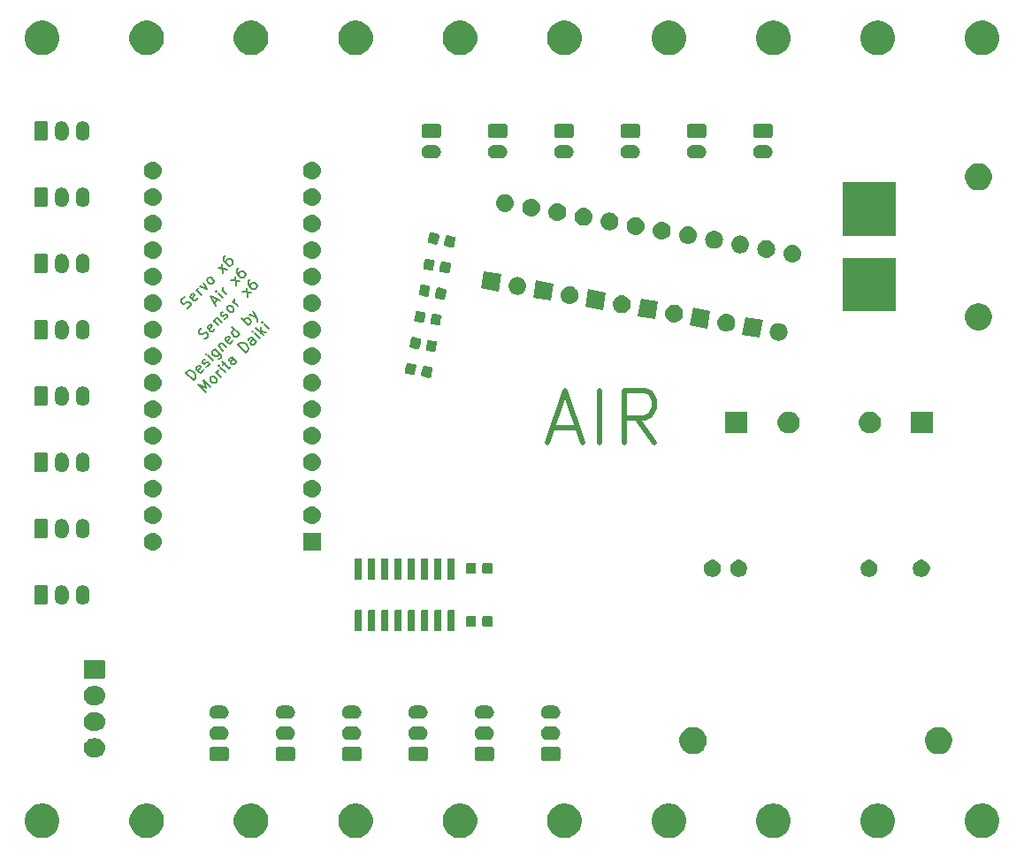
<source format=gts>
G04 #@! TF.GenerationSoftware,KiCad,Pcbnew,(5.1.2)-1*
G04 #@! TF.CreationDate,2019-08-22T02:38:18+09:00*
G04 #@! TF.ProjectId,AIR_SRV_SIX,4149525f-5352-4565-9f53-49582e6b6963,rev?*
G04 #@! TF.SameCoordinates,PXaba9500PY47868c0*
G04 #@! TF.FileFunction,Soldermask,Top*
G04 #@! TF.FilePolarity,Negative*
%FSLAX46Y46*%
G04 Gerber Fmt 4.6, Leading zero omitted, Abs format (unit mm)*
G04 Created by KiCad (PCBNEW (5.1.2)-1) date 2019-08-22 02:38:18*
%MOMM*%
%LPD*%
G04 APERTURE LIST*
%ADD10C,0.500000*%
%ADD11C,0.150000*%
%ADD12C,0.100000*%
G04 APERTURE END LIST*
D10*
X53869047Y-42333333D02*
X56250000Y-42333333D01*
X53392857Y-43761904D02*
X55059523Y-38761904D01*
X56726190Y-43761904D01*
X58392857Y-43761904D02*
X58392857Y-38761904D01*
X63630952Y-43761904D02*
X61964285Y-41380952D01*
X60773809Y-43761904D02*
X60773809Y-38761904D01*
X62678571Y-38761904D01*
X63154761Y-39000000D01*
X63392857Y-39238095D01*
X63630952Y-39714285D01*
X63630952Y-40428571D01*
X63392857Y-40904761D01*
X63154761Y-41142857D01*
X62678571Y-41380952D01*
X60773809Y-41380952D01*
D11*
X20543992Y-33828427D02*
X20678679Y-33761083D01*
X20847038Y-33592724D01*
X20880710Y-33491709D01*
X20880710Y-33424366D01*
X20847038Y-33323350D01*
X20779694Y-33256007D01*
X20678679Y-33222335D01*
X20611336Y-33222335D01*
X20510320Y-33256007D01*
X20341962Y-33357022D01*
X20240946Y-33390694D01*
X20173603Y-33390694D01*
X20072588Y-33357022D01*
X20005244Y-33289679D01*
X19971572Y-33188663D01*
X19971572Y-33121320D01*
X20005244Y-33020305D01*
X20173603Y-32851946D01*
X20308290Y-32784602D01*
X21520473Y-32851946D02*
X21486801Y-32952961D01*
X21352114Y-33087648D01*
X21251099Y-33121320D01*
X21150084Y-33087648D01*
X20880710Y-32818274D01*
X20847038Y-32717259D01*
X20880710Y-32616244D01*
X21015397Y-32481557D01*
X21116412Y-32447885D01*
X21217427Y-32481557D01*
X21284771Y-32548900D01*
X21015397Y-32952961D01*
X21419458Y-32077496D02*
X21890862Y-32548900D01*
X21486801Y-32144839D02*
X21486801Y-32077496D01*
X21520473Y-31976480D01*
X21621488Y-31875465D01*
X21722503Y-31841793D01*
X21823519Y-31875465D01*
X22193908Y-32245854D01*
X22463282Y-31909137D02*
X22564297Y-31875465D01*
X22698984Y-31740778D01*
X22732656Y-31639763D01*
X22698984Y-31538748D01*
X22665312Y-31505076D01*
X22564297Y-31471404D01*
X22463282Y-31505076D01*
X22362267Y-31606091D01*
X22261251Y-31639763D01*
X22160236Y-31606091D01*
X22126564Y-31572419D01*
X22092893Y-31471404D01*
X22126564Y-31370389D01*
X22227580Y-31269374D01*
X22328595Y-31235702D01*
X23204061Y-31235702D02*
X23103045Y-31269374D01*
X23035702Y-31269374D01*
X22934687Y-31235702D01*
X22732656Y-31033671D01*
X22698984Y-30932656D01*
X22698984Y-30865312D01*
X22732656Y-30764297D01*
X22833671Y-30663282D01*
X22934687Y-30629610D01*
X23002030Y-30629610D01*
X23103045Y-30663282D01*
X23305076Y-30865312D01*
X23338748Y-30966328D01*
X23338748Y-31033671D01*
X23305076Y-31134687D01*
X23204061Y-31235702D01*
X23742809Y-30696954D02*
X23271404Y-30225549D01*
X23406091Y-30360236D02*
X23372419Y-30259221D01*
X23372419Y-30191877D01*
X23406091Y-30090862D01*
X23473435Y-30023519D01*
X24651946Y-29787816D02*
X24550931Y-28946023D01*
X24180541Y-29316412D02*
X25022335Y-29417427D01*
X24887648Y-28137901D02*
X24752961Y-28272588D01*
X24719289Y-28373603D01*
X24719289Y-28440946D01*
X24752961Y-28609305D01*
X24853976Y-28777664D01*
X25123350Y-29047038D01*
X25224366Y-29080710D01*
X25291709Y-29080710D01*
X25392724Y-29047038D01*
X25527411Y-28912351D01*
X25561083Y-28811336D01*
X25561083Y-28743992D01*
X25527411Y-28642977D01*
X25359053Y-28474618D01*
X25258037Y-28440946D01*
X25190694Y-28440946D01*
X25089679Y-28474618D01*
X24954992Y-28609305D01*
X24921320Y-28710320D01*
X24921320Y-28777664D01*
X24954992Y-28878679D01*
X21469965Y-30365736D02*
X21806683Y-30029018D01*
X21604652Y-30635110D02*
X21133248Y-29692301D01*
X22076057Y-30163705D01*
X22311759Y-29928003D02*
X21840355Y-29456599D01*
X21604652Y-29220896D02*
X21604652Y-29288240D01*
X21671996Y-29288240D01*
X21671996Y-29220896D01*
X21604652Y-29220896D01*
X21671996Y-29288240D01*
X22648477Y-29591286D02*
X22177072Y-29119881D01*
X22311759Y-29254568D02*
X22278087Y-29153553D01*
X22278087Y-29086209D01*
X22311759Y-28985194D01*
X22379103Y-28917851D01*
X23557614Y-28682148D02*
X23456599Y-27840355D01*
X23086209Y-28210744D02*
X23928003Y-28311759D01*
X23793316Y-27032233D02*
X23658629Y-27166920D01*
X23624957Y-27267935D01*
X23624957Y-27335278D01*
X23658629Y-27503637D01*
X23759644Y-27671996D01*
X24029018Y-27941370D01*
X24130034Y-27975042D01*
X24197377Y-27975042D01*
X24298392Y-27941370D01*
X24433079Y-27806683D01*
X24466751Y-27705668D01*
X24466751Y-27638324D01*
X24433079Y-27537309D01*
X24264721Y-27368950D01*
X24163705Y-27335278D01*
X24096362Y-27335278D01*
X23995347Y-27368950D01*
X23860660Y-27503637D01*
X23826988Y-27604652D01*
X23826988Y-27671996D01*
X23860660Y-27773011D01*
X18880710Y-30891709D02*
X19015397Y-30824366D01*
X19183755Y-30656007D01*
X19217427Y-30554992D01*
X19217427Y-30487648D01*
X19183755Y-30386633D01*
X19116412Y-30319289D01*
X19015397Y-30285618D01*
X18948053Y-30285618D01*
X18847038Y-30319289D01*
X18678679Y-30420305D01*
X18577664Y-30453976D01*
X18510320Y-30453976D01*
X18409305Y-30420305D01*
X18341962Y-30352961D01*
X18308290Y-30251946D01*
X18308290Y-30184602D01*
X18341962Y-30083587D01*
X18510320Y-29915228D01*
X18645007Y-29847885D01*
X19857190Y-29915228D02*
X19823519Y-30016244D01*
X19688832Y-30150931D01*
X19587816Y-30184602D01*
X19486801Y-30150931D01*
X19217427Y-29881557D01*
X19183755Y-29780541D01*
X19217427Y-29679526D01*
X19352114Y-29544839D01*
X19453129Y-29511167D01*
X19554145Y-29544839D01*
X19621488Y-29612183D01*
X19352114Y-30016244D01*
X20227580Y-29612183D02*
X19756175Y-29140778D01*
X19890862Y-29275465D02*
X19857190Y-29174450D01*
X19857190Y-29107106D01*
X19890862Y-29006091D01*
X19958206Y-28938748D01*
X20126564Y-28770389D02*
X20766328Y-29073435D01*
X20463282Y-28433671D01*
X21305076Y-28534687D02*
X21204061Y-28568358D01*
X21136717Y-28568358D01*
X21035702Y-28534687D01*
X20833671Y-28332656D01*
X20800000Y-28231641D01*
X20800000Y-28164297D01*
X20833671Y-28063282D01*
X20934687Y-27962267D01*
X21035702Y-27928595D01*
X21103045Y-27928595D01*
X21204061Y-27962267D01*
X21406091Y-28164297D01*
X21439763Y-28265312D01*
X21439763Y-28332656D01*
X21406091Y-28433671D01*
X21305076Y-28534687D01*
X22315228Y-27524534D02*
X22214213Y-26682740D01*
X21843824Y-27053129D02*
X22685618Y-27154145D01*
X22550931Y-25874618D02*
X22416244Y-26009305D01*
X22382572Y-26110320D01*
X22382572Y-26177664D01*
X22416244Y-26346023D01*
X22517259Y-26514381D01*
X22786633Y-26783755D01*
X22887648Y-26817427D01*
X22954992Y-26817427D01*
X23056007Y-26783755D01*
X23190694Y-26649068D01*
X23224366Y-26548053D01*
X23224366Y-26480710D01*
X23190694Y-26379694D01*
X23022335Y-26211336D01*
X22921320Y-26177664D01*
X22853976Y-26177664D01*
X22752961Y-26211336D01*
X22618274Y-26346023D01*
X22584602Y-26447038D01*
X22584602Y-26514381D01*
X22618274Y-26615397D01*
X19472389Y-37800648D02*
X18765282Y-37093541D01*
X18933641Y-36925182D01*
X19068328Y-36857838D01*
X19203015Y-36857838D01*
X19304030Y-36891510D01*
X19472389Y-36992525D01*
X19573404Y-37093541D01*
X19674419Y-37261900D01*
X19708091Y-37362915D01*
X19708091Y-37497602D01*
X19640748Y-37632289D01*
X19472389Y-37800648D01*
X20415198Y-36790495D02*
X20381526Y-36891510D01*
X20246839Y-37026197D01*
X20145824Y-37059869D01*
X20044809Y-37026197D01*
X19775435Y-36756823D01*
X19741763Y-36655808D01*
X19775435Y-36554793D01*
X19910122Y-36420106D01*
X20011137Y-36386434D01*
X20112152Y-36420106D01*
X20179496Y-36487449D01*
X19910122Y-36891510D01*
X20718244Y-36487449D02*
X20819259Y-36453777D01*
X20953946Y-36319090D01*
X20987618Y-36218075D01*
X20953946Y-36117060D01*
X20920274Y-36083388D01*
X20819259Y-36049716D01*
X20718244Y-36083388D01*
X20617228Y-36184403D01*
X20516213Y-36218075D01*
X20415198Y-36184403D01*
X20381526Y-36150732D01*
X20347854Y-36049716D01*
X20381526Y-35948701D01*
X20482541Y-35847686D01*
X20583557Y-35814014D01*
X21358007Y-35915029D02*
X20886602Y-35443625D01*
X20650900Y-35207923D02*
X20650900Y-35275266D01*
X20718244Y-35275266D01*
X20718244Y-35207923D01*
X20650900Y-35207923D01*
X20718244Y-35275266D01*
X21526366Y-34803862D02*
X22098785Y-35376281D01*
X22132457Y-35477297D01*
X22132457Y-35544640D01*
X22098785Y-35645655D01*
X21997770Y-35746671D01*
X21896755Y-35780342D01*
X21964098Y-35241594D02*
X21930427Y-35342610D01*
X21795740Y-35477297D01*
X21694724Y-35510968D01*
X21627381Y-35510968D01*
X21526366Y-35477297D01*
X21324335Y-35275266D01*
X21290663Y-35174251D01*
X21290663Y-35106907D01*
X21324335Y-35005892D01*
X21459022Y-34871205D01*
X21560037Y-34837533D01*
X21863083Y-34467144D02*
X22334488Y-34938549D01*
X21930427Y-34534488D02*
X21930427Y-34467144D01*
X21964098Y-34366129D01*
X22065114Y-34265114D01*
X22166129Y-34231442D01*
X22267144Y-34265114D01*
X22637533Y-34635503D01*
X23209953Y-33995740D02*
X23176281Y-34096755D01*
X23041594Y-34231442D01*
X22940579Y-34265114D01*
X22839564Y-34231442D01*
X22570190Y-33962068D01*
X22536518Y-33861053D01*
X22570190Y-33760037D01*
X22704877Y-33625350D01*
X22805892Y-33591679D01*
X22906907Y-33625350D01*
X22974251Y-33692694D01*
X22704877Y-34096755D01*
X23883388Y-33389648D02*
X23176281Y-32682541D01*
X23849716Y-33355976D02*
X23816045Y-33456992D01*
X23681358Y-33591679D01*
X23580342Y-33625350D01*
X23512999Y-33625350D01*
X23411984Y-33591679D01*
X23209953Y-33389648D01*
X23176281Y-33288633D01*
X23176281Y-33221289D01*
X23209953Y-33120274D01*
X23344640Y-32985587D01*
X23445655Y-32951915D01*
X24758854Y-32514183D02*
X24051747Y-31807076D01*
X24321121Y-32076450D02*
X24354793Y-31975435D01*
X24489480Y-31840748D01*
X24590495Y-31807076D01*
X24657838Y-31807076D01*
X24758854Y-31840748D01*
X24960884Y-32042778D01*
X24994556Y-32143793D01*
X24994556Y-32211137D01*
X24960884Y-32312152D01*
X24826197Y-32446839D01*
X24725182Y-32480511D01*
X24859869Y-31470358D02*
X25499632Y-31773404D01*
X25196587Y-31133641D02*
X25499632Y-31773404D01*
X25600648Y-32009106D01*
X25600648Y-32076450D01*
X25566976Y-32177465D01*
X20672787Y-38933702D02*
X19965680Y-38226595D01*
X20706458Y-38495969D01*
X20437084Y-37755190D01*
X21144191Y-38462297D01*
X21581924Y-38024564D02*
X21480909Y-38058236D01*
X21413565Y-38058236D01*
X21312550Y-38024564D01*
X21110519Y-37822534D01*
X21076848Y-37721519D01*
X21076848Y-37654175D01*
X21110519Y-37553160D01*
X21211535Y-37452145D01*
X21312550Y-37418473D01*
X21379893Y-37418473D01*
X21480909Y-37452145D01*
X21682939Y-37654175D01*
X21716611Y-37755190D01*
X21716611Y-37822534D01*
X21682939Y-37923549D01*
X21581924Y-38024564D01*
X22120672Y-37485816D02*
X21649267Y-37014412D01*
X21783954Y-37149099D02*
X21750283Y-37048084D01*
X21750283Y-36980740D01*
X21783954Y-36879725D01*
X21851298Y-36812381D01*
X22558405Y-37048084D02*
X22087000Y-36576679D01*
X21851298Y-36340977D02*
X21851298Y-36408320D01*
X21918641Y-36408320D01*
X21918641Y-36340977D01*
X21851298Y-36340977D01*
X21918641Y-36408320D01*
X22322702Y-36340977D02*
X22592076Y-36071603D01*
X22188015Y-36004259D02*
X22794107Y-36610351D01*
X22895122Y-36644023D01*
X22996137Y-36610351D01*
X23063481Y-36543007D01*
X23602229Y-36004259D02*
X23231840Y-35633870D01*
X23130824Y-35600198D01*
X23029809Y-35633870D01*
X22895122Y-35768557D01*
X22861450Y-35869572D01*
X23568557Y-35970588D02*
X23534885Y-36071603D01*
X23366527Y-36239962D01*
X23265511Y-36273633D01*
X23164496Y-36239962D01*
X23097153Y-36172618D01*
X23063481Y-36071603D01*
X23097153Y-35970588D01*
X23265511Y-35802229D01*
X23299183Y-35701214D01*
X24477694Y-35128794D02*
X23770588Y-34421687D01*
X23938946Y-34253328D01*
X24073633Y-34185985D01*
X24208320Y-34185985D01*
X24309336Y-34219657D01*
X24477694Y-34320672D01*
X24578710Y-34421687D01*
X24679725Y-34590046D01*
X24713397Y-34691061D01*
X24713397Y-34825748D01*
X24646053Y-34960435D01*
X24477694Y-35128794D01*
X25487847Y-34118641D02*
X25117458Y-33748252D01*
X25016442Y-33714580D01*
X24915427Y-33748252D01*
X24780740Y-33882939D01*
X24747068Y-33983954D01*
X25454175Y-34084970D02*
X25420503Y-34185985D01*
X25252145Y-34354344D01*
X25151129Y-34388015D01*
X25050114Y-34354344D01*
X24982771Y-34287000D01*
X24949099Y-34185985D01*
X24982771Y-34084970D01*
X25151129Y-33916611D01*
X25184801Y-33815596D01*
X25824564Y-33781924D02*
X25353160Y-33310519D01*
X25117458Y-33074817D02*
X25117458Y-33142161D01*
X25184801Y-33142161D01*
X25184801Y-33074817D01*
X25117458Y-33074817D01*
X25184801Y-33142161D01*
X26161282Y-33445206D02*
X25454175Y-32738099D01*
X25959251Y-33108489D02*
X26430656Y-33175832D01*
X25959251Y-32704428D02*
X25959251Y-33243176D01*
X26733702Y-32872787D02*
X26262297Y-32401382D01*
X26026595Y-32165680D02*
X26026595Y-32233023D01*
X26093938Y-32233023D01*
X26093938Y-32165680D01*
X26026595Y-32165680D01*
X26093938Y-32233023D01*
D12*
G36*
X5375256Y-78391298D02*
G01*
X5481579Y-78412447D01*
X5782042Y-78536903D01*
X6052451Y-78717585D01*
X6282415Y-78947549D01*
X6463097Y-79217958D01*
X6587553Y-79518421D01*
X6651000Y-79837391D01*
X6651000Y-80162609D01*
X6587553Y-80481579D01*
X6463097Y-80782042D01*
X6282415Y-81052451D01*
X6052451Y-81282415D01*
X5782042Y-81463097D01*
X5481579Y-81587553D01*
X5375256Y-81608702D01*
X5162611Y-81651000D01*
X4837389Y-81651000D01*
X4624744Y-81608702D01*
X4518421Y-81587553D01*
X4217958Y-81463097D01*
X3947549Y-81282415D01*
X3717585Y-81052451D01*
X3536903Y-80782042D01*
X3412447Y-80481579D01*
X3349000Y-80162609D01*
X3349000Y-79837391D01*
X3412447Y-79518421D01*
X3536903Y-79217958D01*
X3717585Y-78947549D01*
X3947549Y-78717585D01*
X4217958Y-78536903D01*
X4518421Y-78412447D01*
X4624744Y-78391298D01*
X4837389Y-78349000D01*
X5162611Y-78349000D01*
X5375256Y-78391298D01*
X5375256Y-78391298D01*
G37*
G36*
X85375256Y-78391298D02*
G01*
X85481579Y-78412447D01*
X85782042Y-78536903D01*
X86052451Y-78717585D01*
X86282415Y-78947549D01*
X86463097Y-79217958D01*
X86587553Y-79518421D01*
X86651000Y-79837391D01*
X86651000Y-80162609D01*
X86587553Y-80481579D01*
X86463097Y-80782042D01*
X86282415Y-81052451D01*
X86052451Y-81282415D01*
X85782042Y-81463097D01*
X85481579Y-81587553D01*
X85375256Y-81608702D01*
X85162611Y-81651000D01*
X84837389Y-81651000D01*
X84624744Y-81608702D01*
X84518421Y-81587553D01*
X84217958Y-81463097D01*
X83947549Y-81282415D01*
X83717585Y-81052451D01*
X83536903Y-80782042D01*
X83412447Y-80481579D01*
X83349000Y-80162609D01*
X83349000Y-79837391D01*
X83412447Y-79518421D01*
X83536903Y-79217958D01*
X83717585Y-78947549D01*
X83947549Y-78717585D01*
X84217958Y-78536903D01*
X84518421Y-78412447D01*
X84624744Y-78391298D01*
X84837389Y-78349000D01*
X85162611Y-78349000D01*
X85375256Y-78391298D01*
X85375256Y-78391298D01*
G37*
G36*
X75375256Y-78391298D02*
G01*
X75481579Y-78412447D01*
X75782042Y-78536903D01*
X76052451Y-78717585D01*
X76282415Y-78947549D01*
X76463097Y-79217958D01*
X76587553Y-79518421D01*
X76651000Y-79837391D01*
X76651000Y-80162609D01*
X76587553Y-80481579D01*
X76463097Y-80782042D01*
X76282415Y-81052451D01*
X76052451Y-81282415D01*
X75782042Y-81463097D01*
X75481579Y-81587553D01*
X75375256Y-81608702D01*
X75162611Y-81651000D01*
X74837389Y-81651000D01*
X74624744Y-81608702D01*
X74518421Y-81587553D01*
X74217958Y-81463097D01*
X73947549Y-81282415D01*
X73717585Y-81052451D01*
X73536903Y-80782042D01*
X73412447Y-80481579D01*
X73349000Y-80162609D01*
X73349000Y-79837391D01*
X73412447Y-79518421D01*
X73536903Y-79217958D01*
X73717585Y-78947549D01*
X73947549Y-78717585D01*
X74217958Y-78536903D01*
X74518421Y-78412447D01*
X74624744Y-78391298D01*
X74837389Y-78349000D01*
X75162611Y-78349000D01*
X75375256Y-78391298D01*
X75375256Y-78391298D01*
G37*
G36*
X95375256Y-78391298D02*
G01*
X95481579Y-78412447D01*
X95782042Y-78536903D01*
X96052451Y-78717585D01*
X96282415Y-78947549D01*
X96463097Y-79217958D01*
X96587553Y-79518421D01*
X96651000Y-79837391D01*
X96651000Y-80162609D01*
X96587553Y-80481579D01*
X96463097Y-80782042D01*
X96282415Y-81052451D01*
X96052451Y-81282415D01*
X95782042Y-81463097D01*
X95481579Y-81587553D01*
X95375256Y-81608702D01*
X95162611Y-81651000D01*
X94837389Y-81651000D01*
X94624744Y-81608702D01*
X94518421Y-81587553D01*
X94217958Y-81463097D01*
X93947549Y-81282415D01*
X93717585Y-81052451D01*
X93536903Y-80782042D01*
X93412447Y-80481579D01*
X93349000Y-80162609D01*
X93349000Y-79837391D01*
X93412447Y-79518421D01*
X93536903Y-79217958D01*
X93717585Y-78947549D01*
X93947549Y-78717585D01*
X94217958Y-78536903D01*
X94518421Y-78412447D01*
X94624744Y-78391298D01*
X94837389Y-78349000D01*
X95162611Y-78349000D01*
X95375256Y-78391298D01*
X95375256Y-78391298D01*
G37*
G36*
X65375256Y-78391298D02*
G01*
X65481579Y-78412447D01*
X65782042Y-78536903D01*
X66052451Y-78717585D01*
X66282415Y-78947549D01*
X66463097Y-79217958D01*
X66587553Y-79518421D01*
X66651000Y-79837391D01*
X66651000Y-80162609D01*
X66587553Y-80481579D01*
X66463097Y-80782042D01*
X66282415Y-81052451D01*
X66052451Y-81282415D01*
X65782042Y-81463097D01*
X65481579Y-81587553D01*
X65375256Y-81608702D01*
X65162611Y-81651000D01*
X64837389Y-81651000D01*
X64624744Y-81608702D01*
X64518421Y-81587553D01*
X64217958Y-81463097D01*
X63947549Y-81282415D01*
X63717585Y-81052451D01*
X63536903Y-80782042D01*
X63412447Y-80481579D01*
X63349000Y-80162609D01*
X63349000Y-79837391D01*
X63412447Y-79518421D01*
X63536903Y-79217958D01*
X63717585Y-78947549D01*
X63947549Y-78717585D01*
X64217958Y-78536903D01*
X64518421Y-78412447D01*
X64624744Y-78391298D01*
X64837389Y-78349000D01*
X65162611Y-78349000D01*
X65375256Y-78391298D01*
X65375256Y-78391298D01*
G37*
G36*
X55375256Y-78391298D02*
G01*
X55481579Y-78412447D01*
X55782042Y-78536903D01*
X56052451Y-78717585D01*
X56282415Y-78947549D01*
X56463097Y-79217958D01*
X56587553Y-79518421D01*
X56651000Y-79837391D01*
X56651000Y-80162609D01*
X56587553Y-80481579D01*
X56463097Y-80782042D01*
X56282415Y-81052451D01*
X56052451Y-81282415D01*
X55782042Y-81463097D01*
X55481579Y-81587553D01*
X55375256Y-81608702D01*
X55162611Y-81651000D01*
X54837389Y-81651000D01*
X54624744Y-81608702D01*
X54518421Y-81587553D01*
X54217958Y-81463097D01*
X53947549Y-81282415D01*
X53717585Y-81052451D01*
X53536903Y-80782042D01*
X53412447Y-80481579D01*
X53349000Y-80162609D01*
X53349000Y-79837391D01*
X53412447Y-79518421D01*
X53536903Y-79217958D01*
X53717585Y-78947549D01*
X53947549Y-78717585D01*
X54217958Y-78536903D01*
X54518421Y-78412447D01*
X54624744Y-78391298D01*
X54837389Y-78349000D01*
X55162611Y-78349000D01*
X55375256Y-78391298D01*
X55375256Y-78391298D01*
G37*
G36*
X35375256Y-78391298D02*
G01*
X35481579Y-78412447D01*
X35782042Y-78536903D01*
X36052451Y-78717585D01*
X36282415Y-78947549D01*
X36463097Y-79217958D01*
X36587553Y-79518421D01*
X36651000Y-79837391D01*
X36651000Y-80162609D01*
X36587553Y-80481579D01*
X36463097Y-80782042D01*
X36282415Y-81052451D01*
X36052451Y-81282415D01*
X35782042Y-81463097D01*
X35481579Y-81587553D01*
X35375256Y-81608702D01*
X35162611Y-81651000D01*
X34837389Y-81651000D01*
X34624744Y-81608702D01*
X34518421Y-81587553D01*
X34217958Y-81463097D01*
X33947549Y-81282415D01*
X33717585Y-81052451D01*
X33536903Y-80782042D01*
X33412447Y-80481579D01*
X33349000Y-80162609D01*
X33349000Y-79837391D01*
X33412447Y-79518421D01*
X33536903Y-79217958D01*
X33717585Y-78947549D01*
X33947549Y-78717585D01*
X34217958Y-78536903D01*
X34518421Y-78412447D01*
X34624744Y-78391298D01*
X34837389Y-78349000D01*
X35162611Y-78349000D01*
X35375256Y-78391298D01*
X35375256Y-78391298D01*
G37*
G36*
X25375256Y-78391298D02*
G01*
X25481579Y-78412447D01*
X25782042Y-78536903D01*
X26052451Y-78717585D01*
X26282415Y-78947549D01*
X26463097Y-79217958D01*
X26587553Y-79518421D01*
X26651000Y-79837391D01*
X26651000Y-80162609D01*
X26587553Y-80481579D01*
X26463097Y-80782042D01*
X26282415Y-81052451D01*
X26052451Y-81282415D01*
X25782042Y-81463097D01*
X25481579Y-81587553D01*
X25375256Y-81608702D01*
X25162611Y-81651000D01*
X24837389Y-81651000D01*
X24624744Y-81608702D01*
X24518421Y-81587553D01*
X24217958Y-81463097D01*
X23947549Y-81282415D01*
X23717585Y-81052451D01*
X23536903Y-80782042D01*
X23412447Y-80481579D01*
X23349000Y-80162609D01*
X23349000Y-79837391D01*
X23412447Y-79518421D01*
X23536903Y-79217958D01*
X23717585Y-78947549D01*
X23947549Y-78717585D01*
X24217958Y-78536903D01*
X24518421Y-78412447D01*
X24624744Y-78391298D01*
X24837389Y-78349000D01*
X25162611Y-78349000D01*
X25375256Y-78391298D01*
X25375256Y-78391298D01*
G37*
G36*
X15375256Y-78391298D02*
G01*
X15481579Y-78412447D01*
X15782042Y-78536903D01*
X16052451Y-78717585D01*
X16282415Y-78947549D01*
X16463097Y-79217958D01*
X16587553Y-79518421D01*
X16651000Y-79837391D01*
X16651000Y-80162609D01*
X16587553Y-80481579D01*
X16463097Y-80782042D01*
X16282415Y-81052451D01*
X16052451Y-81282415D01*
X15782042Y-81463097D01*
X15481579Y-81587553D01*
X15375256Y-81608702D01*
X15162611Y-81651000D01*
X14837389Y-81651000D01*
X14624744Y-81608702D01*
X14518421Y-81587553D01*
X14217958Y-81463097D01*
X13947549Y-81282415D01*
X13717585Y-81052451D01*
X13536903Y-80782042D01*
X13412447Y-80481579D01*
X13349000Y-80162609D01*
X13349000Y-79837391D01*
X13412447Y-79518421D01*
X13536903Y-79217958D01*
X13717585Y-78947549D01*
X13947549Y-78717585D01*
X14217958Y-78536903D01*
X14518421Y-78412447D01*
X14624744Y-78391298D01*
X14837389Y-78349000D01*
X15162611Y-78349000D01*
X15375256Y-78391298D01*
X15375256Y-78391298D01*
G37*
G36*
X45375256Y-78391298D02*
G01*
X45481579Y-78412447D01*
X45782042Y-78536903D01*
X46052451Y-78717585D01*
X46282415Y-78947549D01*
X46463097Y-79217958D01*
X46587553Y-79518421D01*
X46651000Y-79837391D01*
X46651000Y-80162609D01*
X46587553Y-80481579D01*
X46463097Y-80782042D01*
X46282415Y-81052451D01*
X46052451Y-81282415D01*
X45782042Y-81463097D01*
X45481579Y-81587553D01*
X45375256Y-81608702D01*
X45162611Y-81651000D01*
X44837389Y-81651000D01*
X44624744Y-81608702D01*
X44518421Y-81587553D01*
X44217958Y-81463097D01*
X43947549Y-81282415D01*
X43717585Y-81052451D01*
X43536903Y-80782042D01*
X43412447Y-80481579D01*
X43349000Y-80162609D01*
X43349000Y-79837391D01*
X43412447Y-79518421D01*
X43536903Y-79217958D01*
X43717585Y-78947549D01*
X43947549Y-78717585D01*
X44217958Y-78536903D01*
X44518421Y-78412447D01*
X44624744Y-78391298D01*
X44837389Y-78349000D01*
X45162611Y-78349000D01*
X45375256Y-78391298D01*
X45375256Y-78391298D01*
G37*
G36*
X41746242Y-72943404D02*
G01*
X41783337Y-72954657D01*
X41817515Y-72972925D01*
X41847481Y-72997519D01*
X41872075Y-73027485D01*
X41890343Y-73061663D01*
X41901596Y-73098758D01*
X41906000Y-73143474D01*
X41906000Y-74036526D01*
X41901596Y-74081242D01*
X41890343Y-74118337D01*
X41872075Y-74152515D01*
X41847481Y-74182481D01*
X41817515Y-74207075D01*
X41783337Y-74225343D01*
X41746242Y-74236596D01*
X41701526Y-74241000D01*
X40258474Y-74241000D01*
X40213758Y-74236596D01*
X40176663Y-74225343D01*
X40142485Y-74207075D01*
X40112519Y-74182481D01*
X40087925Y-74152515D01*
X40069657Y-74118337D01*
X40058404Y-74081242D01*
X40054000Y-74036526D01*
X40054000Y-73143474D01*
X40058404Y-73098758D01*
X40069657Y-73061663D01*
X40087925Y-73027485D01*
X40112519Y-72997519D01*
X40142485Y-72972925D01*
X40176663Y-72954657D01*
X40213758Y-72943404D01*
X40258474Y-72939000D01*
X41701526Y-72939000D01*
X41746242Y-72943404D01*
X41746242Y-72943404D01*
G37*
G36*
X35396242Y-72943404D02*
G01*
X35433337Y-72954657D01*
X35467515Y-72972925D01*
X35497481Y-72997519D01*
X35522075Y-73027485D01*
X35540343Y-73061663D01*
X35551596Y-73098758D01*
X35556000Y-73143474D01*
X35556000Y-74036526D01*
X35551596Y-74081242D01*
X35540343Y-74118337D01*
X35522075Y-74152515D01*
X35497481Y-74182481D01*
X35467515Y-74207075D01*
X35433337Y-74225343D01*
X35396242Y-74236596D01*
X35351526Y-74241000D01*
X33908474Y-74241000D01*
X33863758Y-74236596D01*
X33826663Y-74225343D01*
X33792485Y-74207075D01*
X33762519Y-74182481D01*
X33737925Y-74152515D01*
X33719657Y-74118337D01*
X33708404Y-74081242D01*
X33704000Y-74036526D01*
X33704000Y-73143474D01*
X33708404Y-73098758D01*
X33719657Y-73061663D01*
X33737925Y-73027485D01*
X33762519Y-72997519D01*
X33792485Y-72972925D01*
X33826663Y-72954657D01*
X33863758Y-72943404D01*
X33908474Y-72939000D01*
X35351526Y-72939000D01*
X35396242Y-72943404D01*
X35396242Y-72943404D01*
G37*
G36*
X54446242Y-72943404D02*
G01*
X54483337Y-72954657D01*
X54517515Y-72972925D01*
X54547481Y-72997519D01*
X54572075Y-73027485D01*
X54590343Y-73061663D01*
X54601596Y-73098758D01*
X54606000Y-73143474D01*
X54606000Y-74036526D01*
X54601596Y-74081242D01*
X54590343Y-74118337D01*
X54572075Y-74152515D01*
X54547481Y-74182481D01*
X54517515Y-74207075D01*
X54483337Y-74225343D01*
X54446242Y-74236596D01*
X54401526Y-74241000D01*
X52958474Y-74241000D01*
X52913758Y-74236596D01*
X52876663Y-74225343D01*
X52842485Y-74207075D01*
X52812519Y-74182481D01*
X52787925Y-74152515D01*
X52769657Y-74118337D01*
X52758404Y-74081242D01*
X52754000Y-74036526D01*
X52754000Y-73143474D01*
X52758404Y-73098758D01*
X52769657Y-73061663D01*
X52787925Y-73027485D01*
X52812519Y-72997519D01*
X52842485Y-72972925D01*
X52876663Y-72954657D01*
X52913758Y-72943404D01*
X52958474Y-72939000D01*
X54401526Y-72939000D01*
X54446242Y-72943404D01*
X54446242Y-72943404D01*
G37*
G36*
X22696242Y-72943404D02*
G01*
X22733337Y-72954657D01*
X22767515Y-72972925D01*
X22797481Y-72997519D01*
X22822075Y-73027485D01*
X22840343Y-73061663D01*
X22851596Y-73098758D01*
X22856000Y-73143474D01*
X22856000Y-74036526D01*
X22851596Y-74081242D01*
X22840343Y-74118337D01*
X22822075Y-74152515D01*
X22797481Y-74182481D01*
X22767515Y-74207075D01*
X22733337Y-74225343D01*
X22696242Y-74236596D01*
X22651526Y-74241000D01*
X21208474Y-74241000D01*
X21163758Y-74236596D01*
X21126663Y-74225343D01*
X21092485Y-74207075D01*
X21062519Y-74182481D01*
X21037925Y-74152515D01*
X21019657Y-74118337D01*
X21008404Y-74081242D01*
X21004000Y-74036526D01*
X21004000Y-73143474D01*
X21008404Y-73098758D01*
X21019657Y-73061663D01*
X21037925Y-73027485D01*
X21062519Y-72997519D01*
X21092485Y-72972925D01*
X21126663Y-72954657D01*
X21163758Y-72943404D01*
X21208474Y-72939000D01*
X22651526Y-72939000D01*
X22696242Y-72943404D01*
X22696242Y-72943404D01*
G37*
G36*
X29046242Y-72943404D02*
G01*
X29083337Y-72954657D01*
X29117515Y-72972925D01*
X29147481Y-72997519D01*
X29172075Y-73027485D01*
X29190343Y-73061663D01*
X29201596Y-73098758D01*
X29206000Y-73143474D01*
X29206000Y-74036526D01*
X29201596Y-74081242D01*
X29190343Y-74118337D01*
X29172075Y-74152515D01*
X29147481Y-74182481D01*
X29117515Y-74207075D01*
X29083337Y-74225343D01*
X29046242Y-74236596D01*
X29001526Y-74241000D01*
X27558474Y-74241000D01*
X27513758Y-74236596D01*
X27476663Y-74225343D01*
X27442485Y-74207075D01*
X27412519Y-74182481D01*
X27387925Y-74152515D01*
X27369657Y-74118337D01*
X27358404Y-74081242D01*
X27354000Y-74036526D01*
X27354000Y-73143474D01*
X27358404Y-73098758D01*
X27369657Y-73061663D01*
X27387925Y-73027485D01*
X27412519Y-72997519D01*
X27442485Y-72972925D01*
X27476663Y-72954657D01*
X27513758Y-72943404D01*
X27558474Y-72939000D01*
X29001526Y-72939000D01*
X29046242Y-72943404D01*
X29046242Y-72943404D01*
G37*
G36*
X48096242Y-72943404D02*
G01*
X48133337Y-72954657D01*
X48167515Y-72972925D01*
X48197481Y-72997519D01*
X48222075Y-73027485D01*
X48240343Y-73061663D01*
X48251596Y-73098758D01*
X48256000Y-73143474D01*
X48256000Y-74036526D01*
X48251596Y-74081242D01*
X48240343Y-74118337D01*
X48222075Y-74152515D01*
X48197481Y-74182481D01*
X48167515Y-74207075D01*
X48133337Y-74225343D01*
X48096242Y-74236596D01*
X48051526Y-74241000D01*
X46608474Y-74241000D01*
X46563758Y-74236596D01*
X46526663Y-74225343D01*
X46492485Y-74207075D01*
X46462519Y-74182481D01*
X46437925Y-74152515D01*
X46419657Y-74118337D01*
X46408404Y-74081242D01*
X46404000Y-74036526D01*
X46404000Y-73143474D01*
X46408404Y-73098758D01*
X46419657Y-73061663D01*
X46437925Y-73027485D01*
X46462519Y-72997519D01*
X46492485Y-72972925D01*
X46526663Y-72954657D01*
X46563758Y-72943404D01*
X46608474Y-72939000D01*
X48051526Y-72939000D01*
X48096242Y-72943404D01*
X48096242Y-72943404D01*
G37*
G36*
X10235442Y-72105518D02*
G01*
X10301627Y-72112037D01*
X10471466Y-72163557D01*
X10627991Y-72247222D01*
X10663729Y-72276552D01*
X10765186Y-72359814D01*
X10848448Y-72461271D01*
X10877778Y-72497009D01*
X10961443Y-72653534D01*
X11012963Y-72823373D01*
X11030359Y-73000000D01*
X11012963Y-73176627D01*
X10961443Y-73346466D01*
X10877778Y-73502991D01*
X10848448Y-73538729D01*
X10765186Y-73640186D01*
X10663729Y-73723448D01*
X10627991Y-73752778D01*
X10471466Y-73836443D01*
X10301627Y-73887963D01*
X10235443Y-73894481D01*
X10169260Y-73901000D01*
X9830740Y-73901000D01*
X9764557Y-73894481D01*
X9698373Y-73887963D01*
X9528534Y-73836443D01*
X9372009Y-73752778D01*
X9336271Y-73723448D01*
X9234814Y-73640186D01*
X9151552Y-73538729D01*
X9122222Y-73502991D01*
X9038557Y-73346466D01*
X8987037Y-73176627D01*
X8969641Y-73000000D01*
X8987037Y-72823373D01*
X9038557Y-72653534D01*
X9122222Y-72497009D01*
X9151552Y-72461271D01*
X9234814Y-72359814D01*
X9336271Y-72276552D01*
X9372009Y-72247222D01*
X9528534Y-72163557D01*
X9698373Y-72112037D01*
X9764558Y-72105518D01*
X9830740Y-72099000D01*
X10169260Y-72099000D01*
X10235442Y-72105518D01*
X10235442Y-72105518D01*
G37*
G36*
X91209487Y-71058996D02*
G01*
X91405496Y-71140186D01*
X91446255Y-71157069D01*
X91550278Y-71226575D01*
X91659339Y-71299447D01*
X91840553Y-71480661D01*
X91982932Y-71693747D01*
X92081004Y-71930513D01*
X92131000Y-72181861D01*
X92131000Y-72438139D01*
X92081004Y-72689487D01*
X91982932Y-72926253D01*
X91982931Y-72926255D01*
X91840553Y-73139339D01*
X91659339Y-73320553D01*
X91446255Y-73462931D01*
X91446254Y-73462932D01*
X91446253Y-73462932D01*
X91209487Y-73561004D01*
X90958139Y-73611000D01*
X90701861Y-73611000D01*
X90450513Y-73561004D01*
X90213747Y-73462932D01*
X90213746Y-73462932D01*
X90213745Y-73462931D01*
X90000661Y-73320553D01*
X89819447Y-73139339D01*
X89677069Y-72926255D01*
X89677068Y-72926253D01*
X89578996Y-72689487D01*
X89529000Y-72438139D01*
X89529000Y-72181861D01*
X89578996Y-71930513D01*
X89677068Y-71693747D01*
X89819447Y-71480661D01*
X90000661Y-71299447D01*
X90109722Y-71226575D01*
X90213745Y-71157069D01*
X90254504Y-71140186D01*
X90450513Y-71058996D01*
X90701861Y-71009000D01*
X90958139Y-71009000D01*
X91209487Y-71058996D01*
X91209487Y-71058996D01*
G37*
G36*
X67709487Y-71058996D02*
G01*
X67905496Y-71140186D01*
X67946255Y-71157069D01*
X68050278Y-71226575D01*
X68159339Y-71299447D01*
X68340553Y-71480661D01*
X68482932Y-71693747D01*
X68581004Y-71930513D01*
X68631000Y-72181861D01*
X68631000Y-72438139D01*
X68581004Y-72689487D01*
X68482932Y-72926253D01*
X68482931Y-72926255D01*
X68340553Y-73139339D01*
X68159339Y-73320553D01*
X67946255Y-73462931D01*
X67946254Y-73462932D01*
X67946253Y-73462932D01*
X67709487Y-73561004D01*
X67458139Y-73611000D01*
X67201861Y-73611000D01*
X66950513Y-73561004D01*
X66713747Y-73462932D01*
X66713746Y-73462932D01*
X66713745Y-73462931D01*
X66500661Y-73320553D01*
X66319447Y-73139339D01*
X66177069Y-72926255D01*
X66177068Y-72926253D01*
X66078996Y-72689487D01*
X66029000Y-72438139D01*
X66029000Y-72181861D01*
X66078996Y-71930513D01*
X66177068Y-71693747D01*
X66319447Y-71480661D01*
X66500661Y-71299447D01*
X66609722Y-71226575D01*
X66713745Y-71157069D01*
X66754504Y-71140186D01*
X66950513Y-71058996D01*
X67201861Y-71009000D01*
X67458139Y-71009000D01*
X67709487Y-71058996D01*
X67709487Y-71058996D01*
G37*
G36*
X34968855Y-70942140D02*
G01*
X35032618Y-70948420D01*
X35123404Y-70975960D01*
X35155336Y-70985646D01*
X35268425Y-71046094D01*
X35367554Y-71127446D01*
X35448906Y-71226575D01*
X35509354Y-71339664D01*
X35509355Y-71339668D01*
X35546580Y-71462382D01*
X35559149Y-71590000D01*
X35546580Y-71717618D01*
X35519040Y-71808404D01*
X35509354Y-71840336D01*
X35448906Y-71953425D01*
X35367554Y-72052554D01*
X35268425Y-72133906D01*
X35155336Y-72194354D01*
X35123404Y-72204040D01*
X35032618Y-72231580D01*
X34968855Y-72237860D01*
X34936974Y-72241000D01*
X34323026Y-72241000D01*
X34291145Y-72237860D01*
X34227382Y-72231580D01*
X34136596Y-72204040D01*
X34104664Y-72194354D01*
X33991575Y-72133906D01*
X33892446Y-72052554D01*
X33811094Y-71953425D01*
X33750646Y-71840336D01*
X33740960Y-71808404D01*
X33713420Y-71717618D01*
X33700851Y-71590000D01*
X33713420Y-71462382D01*
X33750645Y-71339668D01*
X33750646Y-71339664D01*
X33811094Y-71226575D01*
X33892446Y-71127446D01*
X33991575Y-71046094D01*
X34104664Y-70985646D01*
X34136596Y-70975960D01*
X34227382Y-70948420D01*
X34291145Y-70942140D01*
X34323026Y-70939000D01*
X34936974Y-70939000D01*
X34968855Y-70942140D01*
X34968855Y-70942140D01*
G37*
G36*
X41318855Y-70942140D02*
G01*
X41382618Y-70948420D01*
X41473404Y-70975960D01*
X41505336Y-70985646D01*
X41618425Y-71046094D01*
X41717554Y-71127446D01*
X41798906Y-71226575D01*
X41859354Y-71339664D01*
X41859355Y-71339668D01*
X41896580Y-71462382D01*
X41909149Y-71590000D01*
X41896580Y-71717618D01*
X41869040Y-71808404D01*
X41859354Y-71840336D01*
X41798906Y-71953425D01*
X41717554Y-72052554D01*
X41618425Y-72133906D01*
X41505336Y-72194354D01*
X41473404Y-72204040D01*
X41382618Y-72231580D01*
X41318855Y-72237860D01*
X41286974Y-72241000D01*
X40673026Y-72241000D01*
X40641145Y-72237860D01*
X40577382Y-72231580D01*
X40486596Y-72204040D01*
X40454664Y-72194354D01*
X40341575Y-72133906D01*
X40242446Y-72052554D01*
X40161094Y-71953425D01*
X40100646Y-71840336D01*
X40090960Y-71808404D01*
X40063420Y-71717618D01*
X40050851Y-71590000D01*
X40063420Y-71462382D01*
X40100645Y-71339668D01*
X40100646Y-71339664D01*
X40161094Y-71226575D01*
X40242446Y-71127446D01*
X40341575Y-71046094D01*
X40454664Y-70985646D01*
X40486596Y-70975960D01*
X40577382Y-70948420D01*
X40641145Y-70942140D01*
X40673026Y-70939000D01*
X41286974Y-70939000D01*
X41318855Y-70942140D01*
X41318855Y-70942140D01*
G37*
G36*
X28618855Y-70942140D02*
G01*
X28682618Y-70948420D01*
X28773404Y-70975960D01*
X28805336Y-70985646D01*
X28918425Y-71046094D01*
X29017554Y-71127446D01*
X29098906Y-71226575D01*
X29159354Y-71339664D01*
X29159355Y-71339668D01*
X29196580Y-71462382D01*
X29209149Y-71590000D01*
X29196580Y-71717618D01*
X29169040Y-71808404D01*
X29159354Y-71840336D01*
X29098906Y-71953425D01*
X29017554Y-72052554D01*
X28918425Y-72133906D01*
X28805336Y-72194354D01*
X28773404Y-72204040D01*
X28682618Y-72231580D01*
X28618855Y-72237860D01*
X28586974Y-72241000D01*
X27973026Y-72241000D01*
X27941145Y-72237860D01*
X27877382Y-72231580D01*
X27786596Y-72204040D01*
X27754664Y-72194354D01*
X27641575Y-72133906D01*
X27542446Y-72052554D01*
X27461094Y-71953425D01*
X27400646Y-71840336D01*
X27390960Y-71808404D01*
X27363420Y-71717618D01*
X27350851Y-71590000D01*
X27363420Y-71462382D01*
X27400645Y-71339668D01*
X27400646Y-71339664D01*
X27461094Y-71226575D01*
X27542446Y-71127446D01*
X27641575Y-71046094D01*
X27754664Y-70985646D01*
X27786596Y-70975960D01*
X27877382Y-70948420D01*
X27941145Y-70942140D01*
X27973026Y-70939000D01*
X28586974Y-70939000D01*
X28618855Y-70942140D01*
X28618855Y-70942140D01*
G37*
G36*
X22268855Y-70942140D02*
G01*
X22332618Y-70948420D01*
X22423404Y-70975960D01*
X22455336Y-70985646D01*
X22568425Y-71046094D01*
X22667554Y-71127446D01*
X22748906Y-71226575D01*
X22809354Y-71339664D01*
X22809355Y-71339668D01*
X22846580Y-71462382D01*
X22859149Y-71590000D01*
X22846580Y-71717618D01*
X22819040Y-71808404D01*
X22809354Y-71840336D01*
X22748906Y-71953425D01*
X22667554Y-72052554D01*
X22568425Y-72133906D01*
X22455336Y-72194354D01*
X22423404Y-72204040D01*
X22332618Y-72231580D01*
X22268855Y-72237860D01*
X22236974Y-72241000D01*
X21623026Y-72241000D01*
X21591145Y-72237860D01*
X21527382Y-72231580D01*
X21436596Y-72204040D01*
X21404664Y-72194354D01*
X21291575Y-72133906D01*
X21192446Y-72052554D01*
X21111094Y-71953425D01*
X21050646Y-71840336D01*
X21040960Y-71808404D01*
X21013420Y-71717618D01*
X21000851Y-71590000D01*
X21013420Y-71462382D01*
X21050645Y-71339668D01*
X21050646Y-71339664D01*
X21111094Y-71226575D01*
X21192446Y-71127446D01*
X21291575Y-71046094D01*
X21404664Y-70985646D01*
X21436596Y-70975960D01*
X21527382Y-70948420D01*
X21591145Y-70942140D01*
X21623026Y-70939000D01*
X22236974Y-70939000D01*
X22268855Y-70942140D01*
X22268855Y-70942140D01*
G37*
G36*
X47668855Y-70942140D02*
G01*
X47732618Y-70948420D01*
X47823404Y-70975960D01*
X47855336Y-70985646D01*
X47968425Y-71046094D01*
X48067554Y-71127446D01*
X48148906Y-71226575D01*
X48209354Y-71339664D01*
X48209355Y-71339668D01*
X48246580Y-71462382D01*
X48259149Y-71590000D01*
X48246580Y-71717618D01*
X48219040Y-71808404D01*
X48209354Y-71840336D01*
X48148906Y-71953425D01*
X48067554Y-72052554D01*
X47968425Y-72133906D01*
X47855336Y-72194354D01*
X47823404Y-72204040D01*
X47732618Y-72231580D01*
X47668855Y-72237860D01*
X47636974Y-72241000D01*
X47023026Y-72241000D01*
X46991145Y-72237860D01*
X46927382Y-72231580D01*
X46836596Y-72204040D01*
X46804664Y-72194354D01*
X46691575Y-72133906D01*
X46592446Y-72052554D01*
X46511094Y-71953425D01*
X46450646Y-71840336D01*
X46440960Y-71808404D01*
X46413420Y-71717618D01*
X46400851Y-71590000D01*
X46413420Y-71462382D01*
X46450645Y-71339668D01*
X46450646Y-71339664D01*
X46511094Y-71226575D01*
X46592446Y-71127446D01*
X46691575Y-71046094D01*
X46804664Y-70985646D01*
X46836596Y-70975960D01*
X46927382Y-70948420D01*
X46991145Y-70942140D01*
X47023026Y-70939000D01*
X47636974Y-70939000D01*
X47668855Y-70942140D01*
X47668855Y-70942140D01*
G37*
G36*
X54018855Y-70942140D02*
G01*
X54082618Y-70948420D01*
X54173404Y-70975960D01*
X54205336Y-70985646D01*
X54318425Y-71046094D01*
X54417554Y-71127446D01*
X54498906Y-71226575D01*
X54559354Y-71339664D01*
X54559355Y-71339668D01*
X54596580Y-71462382D01*
X54609149Y-71590000D01*
X54596580Y-71717618D01*
X54569040Y-71808404D01*
X54559354Y-71840336D01*
X54498906Y-71953425D01*
X54417554Y-72052554D01*
X54318425Y-72133906D01*
X54205336Y-72194354D01*
X54173404Y-72204040D01*
X54082618Y-72231580D01*
X54018855Y-72237860D01*
X53986974Y-72241000D01*
X53373026Y-72241000D01*
X53341145Y-72237860D01*
X53277382Y-72231580D01*
X53186596Y-72204040D01*
X53154664Y-72194354D01*
X53041575Y-72133906D01*
X52942446Y-72052554D01*
X52861094Y-71953425D01*
X52800646Y-71840336D01*
X52790960Y-71808404D01*
X52763420Y-71717618D01*
X52750851Y-71590000D01*
X52763420Y-71462382D01*
X52800645Y-71339668D01*
X52800646Y-71339664D01*
X52861094Y-71226575D01*
X52942446Y-71127446D01*
X53041575Y-71046094D01*
X53154664Y-70985646D01*
X53186596Y-70975960D01*
X53277382Y-70948420D01*
X53341145Y-70942140D01*
X53373026Y-70939000D01*
X53986974Y-70939000D01*
X54018855Y-70942140D01*
X54018855Y-70942140D01*
G37*
G36*
X10235443Y-69605519D02*
G01*
X10301627Y-69612037D01*
X10471466Y-69663557D01*
X10627991Y-69747222D01*
X10663729Y-69776552D01*
X10765186Y-69859814D01*
X10842009Y-69953425D01*
X10877778Y-69997009D01*
X10961443Y-70153534D01*
X11012963Y-70323373D01*
X11030359Y-70500000D01*
X11012963Y-70676627D01*
X10961443Y-70846466D01*
X10877778Y-71002991D01*
X10848448Y-71038729D01*
X10765186Y-71140186D01*
X10663729Y-71223448D01*
X10627991Y-71252778D01*
X10471466Y-71336443D01*
X10301627Y-71387963D01*
X10235442Y-71394482D01*
X10169260Y-71401000D01*
X9830740Y-71401000D01*
X9764558Y-71394482D01*
X9698373Y-71387963D01*
X9528534Y-71336443D01*
X9372009Y-71252778D01*
X9336271Y-71223448D01*
X9234814Y-71140186D01*
X9151552Y-71038729D01*
X9122222Y-71002991D01*
X9038557Y-70846466D01*
X8987037Y-70676627D01*
X8969641Y-70500000D01*
X8987037Y-70323373D01*
X9038557Y-70153534D01*
X9122222Y-69997009D01*
X9157991Y-69953425D01*
X9234814Y-69859814D01*
X9336271Y-69776552D01*
X9372009Y-69747222D01*
X9528534Y-69663557D01*
X9698373Y-69612037D01*
X9764557Y-69605519D01*
X9830740Y-69599000D01*
X10169260Y-69599000D01*
X10235443Y-69605519D01*
X10235443Y-69605519D01*
G37*
G36*
X34968855Y-68942140D02*
G01*
X35032618Y-68948420D01*
X35123404Y-68975960D01*
X35155336Y-68985646D01*
X35268425Y-69046094D01*
X35367554Y-69127446D01*
X35448906Y-69226575D01*
X35509354Y-69339664D01*
X35509355Y-69339668D01*
X35546580Y-69462382D01*
X35559149Y-69590000D01*
X35546580Y-69717618D01*
X35519040Y-69808404D01*
X35509354Y-69840336D01*
X35448906Y-69953425D01*
X35367554Y-70052554D01*
X35268425Y-70133906D01*
X35155336Y-70194354D01*
X35123404Y-70204040D01*
X35032618Y-70231580D01*
X34968855Y-70237860D01*
X34936974Y-70241000D01*
X34323026Y-70241000D01*
X34291145Y-70237860D01*
X34227382Y-70231580D01*
X34136596Y-70204040D01*
X34104664Y-70194354D01*
X33991575Y-70133906D01*
X33892446Y-70052554D01*
X33811094Y-69953425D01*
X33750646Y-69840336D01*
X33740960Y-69808404D01*
X33713420Y-69717618D01*
X33700851Y-69590000D01*
X33713420Y-69462382D01*
X33750645Y-69339668D01*
X33750646Y-69339664D01*
X33811094Y-69226575D01*
X33892446Y-69127446D01*
X33991575Y-69046094D01*
X34104664Y-68985646D01*
X34136596Y-68975960D01*
X34227382Y-68948420D01*
X34291145Y-68942140D01*
X34323026Y-68939000D01*
X34936974Y-68939000D01*
X34968855Y-68942140D01*
X34968855Y-68942140D01*
G37*
G36*
X54018855Y-68942140D02*
G01*
X54082618Y-68948420D01*
X54173404Y-68975960D01*
X54205336Y-68985646D01*
X54318425Y-69046094D01*
X54417554Y-69127446D01*
X54498906Y-69226575D01*
X54559354Y-69339664D01*
X54559355Y-69339668D01*
X54596580Y-69462382D01*
X54609149Y-69590000D01*
X54596580Y-69717618D01*
X54569040Y-69808404D01*
X54559354Y-69840336D01*
X54498906Y-69953425D01*
X54417554Y-70052554D01*
X54318425Y-70133906D01*
X54205336Y-70194354D01*
X54173404Y-70204040D01*
X54082618Y-70231580D01*
X54018855Y-70237860D01*
X53986974Y-70241000D01*
X53373026Y-70241000D01*
X53341145Y-70237860D01*
X53277382Y-70231580D01*
X53186596Y-70204040D01*
X53154664Y-70194354D01*
X53041575Y-70133906D01*
X52942446Y-70052554D01*
X52861094Y-69953425D01*
X52800646Y-69840336D01*
X52790960Y-69808404D01*
X52763420Y-69717618D01*
X52750851Y-69590000D01*
X52763420Y-69462382D01*
X52800645Y-69339668D01*
X52800646Y-69339664D01*
X52861094Y-69226575D01*
X52942446Y-69127446D01*
X53041575Y-69046094D01*
X53154664Y-68985646D01*
X53186596Y-68975960D01*
X53277382Y-68948420D01*
X53341145Y-68942140D01*
X53373026Y-68939000D01*
X53986974Y-68939000D01*
X54018855Y-68942140D01*
X54018855Y-68942140D01*
G37*
G36*
X47668855Y-68942140D02*
G01*
X47732618Y-68948420D01*
X47823404Y-68975960D01*
X47855336Y-68985646D01*
X47968425Y-69046094D01*
X48067554Y-69127446D01*
X48148906Y-69226575D01*
X48209354Y-69339664D01*
X48209355Y-69339668D01*
X48246580Y-69462382D01*
X48259149Y-69590000D01*
X48246580Y-69717618D01*
X48219040Y-69808404D01*
X48209354Y-69840336D01*
X48148906Y-69953425D01*
X48067554Y-70052554D01*
X47968425Y-70133906D01*
X47855336Y-70194354D01*
X47823404Y-70204040D01*
X47732618Y-70231580D01*
X47668855Y-70237860D01*
X47636974Y-70241000D01*
X47023026Y-70241000D01*
X46991145Y-70237860D01*
X46927382Y-70231580D01*
X46836596Y-70204040D01*
X46804664Y-70194354D01*
X46691575Y-70133906D01*
X46592446Y-70052554D01*
X46511094Y-69953425D01*
X46450646Y-69840336D01*
X46440960Y-69808404D01*
X46413420Y-69717618D01*
X46400851Y-69590000D01*
X46413420Y-69462382D01*
X46450645Y-69339668D01*
X46450646Y-69339664D01*
X46511094Y-69226575D01*
X46592446Y-69127446D01*
X46691575Y-69046094D01*
X46804664Y-68985646D01*
X46836596Y-68975960D01*
X46927382Y-68948420D01*
X46991145Y-68942140D01*
X47023026Y-68939000D01*
X47636974Y-68939000D01*
X47668855Y-68942140D01*
X47668855Y-68942140D01*
G37*
G36*
X41318855Y-68942140D02*
G01*
X41382618Y-68948420D01*
X41473404Y-68975960D01*
X41505336Y-68985646D01*
X41618425Y-69046094D01*
X41717554Y-69127446D01*
X41798906Y-69226575D01*
X41859354Y-69339664D01*
X41859355Y-69339668D01*
X41896580Y-69462382D01*
X41909149Y-69590000D01*
X41896580Y-69717618D01*
X41869040Y-69808404D01*
X41859354Y-69840336D01*
X41798906Y-69953425D01*
X41717554Y-70052554D01*
X41618425Y-70133906D01*
X41505336Y-70194354D01*
X41473404Y-70204040D01*
X41382618Y-70231580D01*
X41318855Y-70237860D01*
X41286974Y-70241000D01*
X40673026Y-70241000D01*
X40641145Y-70237860D01*
X40577382Y-70231580D01*
X40486596Y-70204040D01*
X40454664Y-70194354D01*
X40341575Y-70133906D01*
X40242446Y-70052554D01*
X40161094Y-69953425D01*
X40100646Y-69840336D01*
X40090960Y-69808404D01*
X40063420Y-69717618D01*
X40050851Y-69590000D01*
X40063420Y-69462382D01*
X40100645Y-69339668D01*
X40100646Y-69339664D01*
X40161094Y-69226575D01*
X40242446Y-69127446D01*
X40341575Y-69046094D01*
X40454664Y-68985646D01*
X40486596Y-68975960D01*
X40577382Y-68948420D01*
X40641145Y-68942140D01*
X40673026Y-68939000D01*
X41286974Y-68939000D01*
X41318855Y-68942140D01*
X41318855Y-68942140D01*
G37*
G36*
X28618855Y-68942140D02*
G01*
X28682618Y-68948420D01*
X28773404Y-68975960D01*
X28805336Y-68985646D01*
X28918425Y-69046094D01*
X29017554Y-69127446D01*
X29098906Y-69226575D01*
X29159354Y-69339664D01*
X29159355Y-69339668D01*
X29196580Y-69462382D01*
X29209149Y-69590000D01*
X29196580Y-69717618D01*
X29169040Y-69808404D01*
X29159354Y-69840336D01*
X29098906Y-69953425D01*
X29017554Y-70052554D01*
X28918425Y-70133906D01*
X28805336Y-70194354D01*
X28773404Y-70204040D01*
X28682618Y-70231580D01*
X28618855Y-70237860D01*
X28586974Y-70241000D01*
X27973026Y-70241000D01*
X27941145Y-70237860D01*
X27877382Y-70231580D01*
X27786596Y-70204040D01*
X27754664Y-70194354D01*
X27641575Y-70133906D01*
X27542446Y-70052554D01*
X27461094Y-69953425D01*
X27400646Y-69840336D01*
X27390960Y-69808404D01*
X27363420Y-69717618D01*
X27350851Y-69590000D01*
X27363420Y-69462382D01*
X27400645Y-69339668D01*
X27400646Y-69339664D01*
X27461094Y-69226575D01*
X27542446Y-69127446D01*
X27641575Y-69046094D01*
X27754664Y-68985646D01*
X27786596Y-68975960D01*
X27877382Y-68948420D01*
X27941145Y-68942140D01*
X27973026Y-68939000D01*
X28586974Y-68939000D01*
X28618855Y-68942140D01*
X28618855Y-68942140D01*
G37*
G36*
X22268855Y-68942140D02*
G01*
X22332618Y-68948420D01*
X22423404Y-68975960D01*
X22455336Y-68985646D01*
X22568425Y-69046094D01*
X22667554Y-69127446D01*
X22748906Y-69226575D01*
X22809354Y-69339664D01*
X22809355Y-69339668D01*
X22846580Y-69462382D01*
X22859149Y-69590000D01*
X22846580Y-69717618D01*
X22819040Y-69808404D01*
X22809354Y-69840336D01*
X22748906Y-69953425D01*
X22667554Y-70052554D01*
X22568425Y-70133906D01*
X22455336Y-70194354D01*
X22423404Y-70204040D01*
X22332618Y-70231580D01*
X22268855Y-70237860D01*
X22236974Y-70241000D01*
X21623026Y-70241000D01*
X21591145Y-70237860D01*
X21527382Y-70231580D01*
X21436596Y-70204040D01*
X21404664Y-70194354D01*
X21291575Y-70133906D01*
X21192446Y-70052554D01*
X21111094Y-69953425D01*
X21050646Y-69840336D01*
X21040960Y-69808404D01*
X21013420Y-69717618D01*
X21000851Y-69590000D01*
X21013420Y-69462382D01*
X21050645Y-69339668D01*
X21050646Y-69339664D01*
X21111094Y-69226575D01*
X21192446Y-69127446D01*
X21291575Y-69046094D01*
X21404664Y-68985646D01*
X21436596Y-68975960D01*
X21527382Y-68948420D01*
X21591145Y-68942140D01*
X21623026Y-68939000D01*
X22236974Y-68939000D01*
X22268855Y-68942140D01*
X22268855Y-68942140D01*
G37*
G36*
X10235443Y-67105519D02*
G01*
X10301627Y-67112037D01*
X10471466Y-67163557D01*
X10627991Y-67247222D01*
X10663729Y-67276552D01*
X10765186Y-67359814D01*
X10848448Y-67461271D01*
X10877778Y-67497009D01*
X10961443Y-67653534D01*
X11012963Y-67823373D01*
X11030359Y-68000000D01*
X11012963Y-68176627D01*
X10961443Y-68346466D01*
X10877778Y-68502991D01*
X10848448Y-68538729D01*
X10765186Y-68640186D01*
X10663729Y-68723448D01*
X10627991Y-68752778D01*
X10471466Y-68836443D01*
X10301627Y-68887963D01*
X10235442Y-68894482D01*
X10169260Y-68901000D01*
X9830740Y-68901000D01*
X9764558Y-68894482D01*
X9698373Y-68887963D01*
X9528534Y-68836443D01*
X9372009Y-68752778D01*
X9336271Y-68723448D01*
X9234814Y-68640186D01*
X9151552Y-68538729D01*
X9122222Y-68502991D01*
X9038557Y-68346466D01*
X8987037Y-68176627D01*
X8969641Y-68000000D01*
X8987037Y-67823373D01*
X9038557Y-67653534D01*
X9122222Y-67497009D01*
X9151552Y-67461271D01*
X9234814Y-67359814D01*
X9336271Y-67276552D01*
X9372009Y-67247222D01*
X9528534Y-67163557D01*
X9698373Y-67112037D01*
X9764557Y-67105519D01*
X9830740Y-67099000D01*
X10169260Y-67099000D01*
X10235443Y-67105519D01*
X10235443Y-67105519D01*
G37*
G36*
X10883600Y-64602989D02*
G01*
X10916652Y-64613015D01*
X10947103Y-64629292D01*
X10973799Y-64651201D01*
X10995708Y-64677897D01*
X11011985Y-64708348D01*
X11022011Y-64741400D01*
X11026000Y-64781903D01*
X11026000Y-66218097D01*
X11022011Y-66258600D01*
X11011985Y-66291652D01*
X10995708Y-66322103D01*
X10973799Y-66348799D01*
X10947103Y-66370708D01*
X10916652Y-66386985D01*
X10883600Y-66397011D01*
X10843097Y-66401000D01*
X9156903Y-66401000D01*
X9116400Y-66397011D01*
X9083348Y-66386985D01*
X9052897Y-66370708D01*
X9026201Y-66348799D01*
X9004292Y-66322103D01*
X8988015Y-66291652D01*
X8977989Y-66258600D01*
X8974000Y-66218097D01*
X8974000Y-64781903D01*
X8977989Y-64741400D01*
X8988015Y-64708348D01*
X9004292Y-64677897D01*
X9026201Y-64651201D01*
X9052897Y-64629292D01*
X9083348Y-64613015D01*
X9116400Y-64602989D01*
X9156903Y-64599000D01*
X10843097Y-64599000D01*
X10883600Y-64602989D01*
X10883600Y-64602989D01*
G37*
G36*
X41874928Y-59801764D02*
G01*
X41896009Y-59808160D01*
X41915445Y-59818548D01*
X41932476Y-59832524D01*
X41946452Y-59849555D01*
X41956840Y-59868991D01*
X41963236Y-59890072D01*
X41966000Y-59918140D01*
X41966000Y-61731860D01*
X41963236Y-61759928D01*
X41956840Y-61781009D01*
X41946452Y-61800445D01*
X41932476Y-61817476D01*
X41915445Y-61831452D01*
X41896009Y-61841840D01*
X41874928Y-61848236D01*
X41846860Y-61851000D01*
X41383140Y-61851000D01*
X41355072Y-61848236D01*
X41333991Y-61841840D01*
X41314555Y-61831452D01*
X41297524Y-61817476D01*
X41283548Y-61800445D01*
X41273160Y-61781009D01*
X41266764Y-61759928D01*
X41264000Y-61731860D01*
X41264000Y-59918140D01*
X41266764Y-59890072D01*
X41273160Y-59868991D01*
X41283548Y-59849555D01*
X41297524Y-59832524D01*
X41314555Y-59818548D01*
X41333991Y-59808160D01*
X41355072Y-59801764D01*
X41383140Y-59799000D01*
X41846860Y-59799000D01*
X41874928Y-59801764D01*
X41874928Y-59801764D01*
G37*
G36*
X44414928Y-59801764D02*
G01*
X44436009Y-59808160D01*
X44455445Y-59818548D01*
X44472476Y-59832524D01*
X44486452Y-59849555D01*
X44496840Y-59868991D01*
X44503236Y-59890072D01*
X44506000Y-59918140D01*
X44506000Y-61731860D01*
X44503236Y-61759928D01*
X44496840Y-61781009D01*
X44486452Y-61800445D01*
X44472476Y-61817476D01*
X44455445Y-61831452D01*
X44436009Y-61841840D01*
X44414928Y-61848236D01*
X44386860Y-61851000D01*
X43923140Y-61851000D01*
X43895072Y-61848236D01*
X43873991Y-61841840D01*
X43854555Y-61831452D01*
X43837524Y-61817476D01*
X43823548Y-61800445D01*
X43813160Y-61781009D01*
X43806764Y-61759928D01*
X43804000Y-61731860D01*
X43804000Y-59918140D01*
X43806764Y-59890072D01*
X43813160Y-59868991D01*
X43823548Y-59849555D01*
X43837524Y-59832524D01*
X43854555Y-59818548D01*
X43873991Y-59808160D01*
X43895072Y-59801764D01*
X43923140Y-59799000D01*
X44386860Y-59799000D01*
X44414928Y-59801764D01*
X44414928Y-59801764D01*
G37*
G36*
X40604928Y-59801764D02*
G01*
X40626009Y-59808160D01*
X40645445Y-59818548D01*
X40662476Y-59832524D01*
X40676452Y-59849555D01*
X40686840Y-59868991D01*
X40693236Y-59890072D01*
X40696000Y-59918140D01*
X40696000Y-61731860D01*
X40693236Y-61759928D01*
X40686840Y-61781009D01*
X40676452Y-61800445D01*
X40662476Y-61817476D01*
X40645445Y-61831452D01*
X40626009Y-61841840D01*
X40604928Y-61848236D01*
X40576860Y-61851000D01*
X40113140Y-61851000D01*
X40085072Y-61848236D01*
X40063991Y-61841840D01*
X40044555Y-61831452D01*
X40027524Y-61817476D01*
X40013548Y-61800445D01*
X40003160Y-61781009D01*
X39996764Y-61759928D01*
X39994000Y-61731860D01*
X39994000Y-59918140D01*
X39996764Y-59890072D01*
X40003160Y-59868991D01*
X40013548Y-59849555D01*
X40027524Y-59832524D01*
X40044555Y-59818548D01*
X40063991Y-59808160D01*
X40085072Y-59801764D01*
X40113140Y-59799000D01*
X40576860Y-59799000D01*
X40604928Y-59801764D01*
X40604928Y-59801764D01*
G37*
G36*
X35524928Y-59801764D02*
G01*
X35546009Y-59808160D01*
X35565445Y-59818548D01*
X35582476Y-59832524D01*
X35596452Y-59849555D01*
X35606840Y-59868991D01*
X35613236Y-59890072D01*
X35616000Y-59918140D01*
X35616000Y-61731860D01*
X35613236Y-61759928D01*
X35606840Y-61781009D01*
X35596452Y-61800445D01*
X35582476Y-61817476D01*
X35565445Y-61831452D01*
X35546009Y-61841840D01*
X35524928Y-61848236D01*
X35496860Y-61851000D01*
X35033140Y-61851000D01*
X35005072Y-61848236D01*
X34983991Y-61841840D01*
X34964555Y-61831452D01*
X34947524Y-61817476D01*
X34933548Y-61800445D01*
X34923160Y-61781009D01*
X34916764Y-61759928D01*
X34914000Y-61731860D01*
X34914000Y-59918140D01*
X34916764Y-59890072D01*
X34923160Y-59868991D01*
X34933548Y-59849555D01*
X34947524Y-59832524D01*
X34964555Y-59818548D01*
X34983991Y-59808160D01*
X35005072Y-59801764D01*
X35033140Y-59799000D01*
X35496860Y-59799000D01*
X35524928Y-59801764D01*
X35524928Y-59801764D01*
G37*
G36*
X36794928Y-59801764D02*
G01*
X36816009Y-59808160D01*
X36835445Y-59818548D01*
X36852476Y-59832524D01*
X36866452Y-59849555D01*
X36876840Y-59868991D01*
X36883236Y-59890072D01*
X36886000Y-59918140D01*
X36886000Y-61731860D01*
X36883236Y-61759928D01*
X36876840Y-61781009D01*
X36866452Y-61800445D01*
X36852476Y-61817476D01*
X36835445Y-61831452D01*
X36816009Y-61841840D01*
X36794928Y-61848236D01*
X36766860Y-61851000D01*
X36303140Y-61851000D01*
X36275072Y-61848236D01*
X36253991Y-61841840D01*
X36234555Y-61831452D01*
X36217524Y-61817476D01*
X36203548Y-61800445D01*
X36193160Y-61781009D01*
X36186764Y-61759928D01*
X36184000Y-61731860D01*
X36184000Y-59918140D01*
X36186764Y-59890072D01*
X36193160Y-59868991D01*
X36203548Y-59849555D01*
X36217524Y-59832524D01*
X36234555Y-59818548D01*
X36253991Y-59808160D01*
X36275072Y-59801764D01*
X36303140Y-59799000D01*
X36766860Y-59799000D01*
X36794928Y-59801764D01*
X36794928Y-59801764D01*
G37*
G36*
X38064928Y-59801764D02*
G01*
X38086009Y-59808160D01*
X38105445Y-59818548D01*
X38122476Y-59832524D01*
X38136452Y-59849555D01*
X38146840Y-59868991D01*
X38153236Y-59890072D01*
X38156000Y-59918140D01*
X38156000Y-61731860D01*
X38153236Y-61759928D01*
X38146840Y-61781009D01*
X38136452Y-61800445D01*
X38122476Y-61817476D01*
X38105445Y-61831452D01*
X38086009Y-61841840D01*
X38064928Y-61848236D01*
X38036860Y-61851000D01*
X37573140Y-61851000D01*
X37545072Y-61848236D01*
X37523991Y-61841840D01*
X37504555Y-61831452D01*
X37487524Y-61817476D01*
X37473548Y-61800445D01*
X37463160Y-61781009D01*
X37456764Y-61759928D01*
X37454000Y-61731860D01*
X37454000Y-59918140D01*
X37456764Y-59890072D01*
X37463160Y-59868991D01*
X37473548Y-59849555D01*
X37487524Y-59832524D01*
X37504555Y-59818548D01*
X37523991Y-59808160D01*
X37545072Y-59801764D01*
X37573140Y-59799000D01*
X38036860Y-59799000D01*
X38064928Y-59801764D01*
X38064928Y-59801764D01*
G37*
G36*
X39334928Y-59801764D02*
G01*
X39356009Y-59808160D01*
X39375445Y-59818548D01*
X39392476Y-59832524D01*
X39406452Y-59849555D01*
X39416840Y-59868991D01*
X39423236Y-59890072D01*
X39426000Y-59918140D01*
X39426000Y-61731860D01*
X39423236Y-61759928D01*
X39416840Y-61781009D01*
X39406452Y-61800445D01*
X39392476Y-61817476D01*
X39375445Y-61831452D01*
X39356009Y-61841840D01*
X39334928Y-61848236D01*
X39306860Y-61851000D01*
X38843140Y-61851000D01*
X38815072Y-61848236D01*
X38793991Y-61841840D01*
X38774555Y-61831452D01*
X38757524Y-61817476D01*
X38743548Y-61800445D01*
X38733160Y-61781009D01*
X38726764Y-61759928D01*
X38724000Y-61731860D01*
X38724000Y-59918140D01*
X38726764Y-59890072D01*
X38733160Y-59868991D01*
X38743548Y-59849555D01*
X38757524Y-59832524D01*
X38774555Y-59818548D01*
X38793991Y-59808160D01*
X38815072Y-59801764D01*
X38843140Y-59799000D01*
X39306860Y-59799000D01*
X39334928Y-59801764D01*
X39334928Y-59801764D01*
G37*
G36*
X43144928Y-59801764D02*
G01*
X43166009Y-59808160D01*
X43185445Y-59818548D01*
X43202476Y-59832524D01*
X43216452Y-59849555D01*
X43226840Y-59868991D01*
X43233236Y-59890072D01*
X43236000Y-59918140D01*
X43236000Y-61731860D01*
X43233236Y-61759928D01*
X43226840Y-61781009D01*
X43216452Y-61800445D01*
X43202476Y-61817476D01*
X43185445Y-61831452D01*
X43166009Y-61841840D01*
X43144928Y-61848236D01*
X43116860Y-61851000D01*
X42653140Y-61851000D01*
X42625072Y-61848236D01*
X42603991Y-61841840D01*
X42584555Y-61831452D01*
X42567524Y-61817476D01*
X42553548Y-61800445D01*
X42543160Y-61781009D01*
X42536764Y-61759928D01*
X42534000Y-61731860D01*
X42534000Y-59918140D01*
X42536764Y-59890072D01*
X42543160Y-59868991D01*
X42553548Y-59849555D01*
X42567524Y-59832524D01*
X42584555Y-59818548D01*
X42603991Y-59808160D01*
X42625072Y-59801764D01*
X42653140Y-59799000D01*
X43116860Y-59799000D01*
X43144928Y-59801764D01*
X43144928Y-59801764D01*
G37*
G36*
X46402091Y-60368085D02*
G01*
X46436069Y-60378393D01*
X46467390Y-60395134D01*
X46494839Y-60417661D01*
X46517366Y-60445110D01*
X46534107Y-60476431D01*
X46544415Y-60510409D01*
X46548500Y-60551890D01*
X46548500Y-61228110D01*
X46544415Y-61269591D01*
X46534107Y-61303569D01*
X46517366Y-61334890D01*
X46494839Y-61362339D01*
X46467390Y-61384866D01*
X46436069Y-61401607D01*
X46402091Y-61411915D01*
X46360610Y-61416000D01*
X45759390Y-61416000D01*
X45717909Y-61411915D01*
X45683931Y-61401607D01*
X45652610Y-61384866D01*
X45625161Y-61362339D01*
X45602634Y-61334890D01*
X45585893Y-61303569D01*
X45575585Y-61269591D01*
X45571500Y-61228110D01*
X45571500Y-60551890D01*
X45575585Y-60510409D01*
X45585893Y-60476431D01*
X45602634Y-60445110D01*
X45625161Y-60417661D01*
X45652610Y-60395134D01*
X45683931Y-60378393D01*
X45717909Y-60368085D01*
X45759390Y-60364000D01*
X46360610Y-60364000D01*
X46402091Y-60368085D01*
X46402091Y-60368085D01*
G37*
G36*
X47977091Y-60368085D02*
G01*
X48011069Y-60378393D01*
X48042390Y-60395134D01*
X48069839Y-60417661D01*
X48092366Y-60445110D01*
X48109107Y-60476431D01*
X48119415Y-60510409D01*
X48123500Y-60551890D01*
X48123500Y-61228110D01*
X48119415Y-61269591D01*
X48109107Y-61303569D01*
X48092366Y-61334890D01*
X48069839Y-61362339D01*
X48042390Y-61384866D01*
X48011069Y-61401607D01*
X47977091Y-61411915D01*
X47935610Y-61416000D01*
X47334390Y-61416000D01*
X47292909Y-61411915D01*
X47258931Y-61401607D01*
X47227610Y-61384866D01*
X47200161Y-61362339D01*
X47177634Y-61334890D01*
X47160893Y-61303569D01*
X47150585Y-61269591D01*
X47146500Y-61228110D01*
X47146500Y-60551890D01*
X47150585Y-60510409D01*
X47160893Y-60476431D01*
X47177634Y-60445110D01*
X47200161Y-60417661D01*
X47227610Y-60395134D01*
X47258931Y-60378393D01*
X47292909Y-60368085D01*
X47334390Y-60364000D01*
X47935610Y-60364000D01*
X47977091Y-60368085D01*
X47977091Y-60368085D01*
G37*
G36*
X9007617Y-57433420D02*
G01*
X9088399Y-57457925D01*
X9130335Y-57470646D01*
X9243424Y-57531094D01*
X9342554Y-57612447D01*
X9423906Y-57711575D01*
X9484354Y-57824664D01*
X9494040Y-57856596D01*
X9521580Y-57947382D01*
X9531000Y-58043027D01*
X9531000Y-58656973D01*
X9521580Y-58752618D01*
X9494040Y-58843404D01*
X9484354Y-58875336D01*
X9423906Y-58988425D01*
X9342554Y-59087554D01*
X9243425Y-59168906D01*
X9130336Y-59229354D01*
X9098404Y-59239040D01*
X9007618Y-59266580D01*
X8880000Y-59279149D01*
X8752383Y-59266580D01*
X8661597Y-59239040D01*
X8629665Y-59229354D01*
X8516576Y-59168906D01*
X8417447Y-59087554D01*
X8336096Y-58988427D01*
X8336095Y-58988425D01*
X8275647Y-58875336D01*
X8275645Y-58875333D01*
X8263237Y-58834427D01*
X8238420Y-58752618D01*
X8229000Y-58656973D01*
X8229000Y-58043028D01*
X8238420Y-57947383D01*
X8275645Y-57824669D01*
X8275646Y-57824665D01*
X8336094Y-57711576D01*
X8417447Y-57612446D01*
X8516575Y-57531094D01*
X8629664Y-57470646D01*
X8671600Y-57457925D01*
X8752382Y-57433420D01*
X8880000Y-57420851D01*
X9007617Y-57433420D01*
X9007617Y-57433420D01*
G37*
G36*
X7007617Y-57433420D02*
G01*
X7088399Y-57457925D01*
X7130335Y-57470646D01*
X7243424Y-57531094D01*
X7342554Y-57612447D01*
X7423906Y-57711575D01*
X7484354Y-57824664D01*
X7494040Y-57856596D01*
X7521580Y-57947382D01*
X7531000Y-58043027D01*
X7531000Y-58656973D01*
X7521580Y-58752618D01*
X7494040Y-58843404D01*
X7484354Y-58875336D01*
X7423906Y-58988425D01*
X7342554Y-59087554D01*
X7243425Y-59168906D01*
X7130336Y-59229354D01*
X7098404Y-59239040D01*
X7007618Y-59266580D01*
X6880000Y-59279149D01*
X6752383Y-59266580D01*
X6661597Y-59239040D01*
X6629665Y-59229354D01*
X6516576Y-59168906D01*
X6417447Y-59087554D01*
X6336096Y-58988427D01*
X6336095Y-58988425D01*
X6275647Y-58875336D01*
X6275645Y-58875333D01*
X6263237Y-58834427D01*
X6238420Y-58752618D01*
X6229000Y-58656973D01*
X6229000Y-58043028D01*
X6238420Y-57947383D01*
X6275645Y-57824669D01*
X6275646Y-57824665D01*
X6336094Y-57711576D01*
X6417447Y-57612446D01*
X6516575Y-57531094D01*
X6629664Y-57470646D01*
X6671600Y-57457925D01*
X6752382Y-57433420D01*
X6880000Y-57420851D01*
X7007617Y-57433420D01*
X7007617Y-57433420D01*
G37*
G36*
X5371242Y-57428404D02*
G01*
X5408337Y-57439657D01*
X5442515Y-57457925D01*
X5472481Y-57482519D01*
X5497075Y-57512485D01*
X5515343Y-57546663D01*
X5526596Y-57583758D01*
X5531000Y-57628474D01*
X5531000Y-59071526D01*
X5526596Y-59116242D01*
X5515343Y-59153337D01*
X5497075Y-59187515D01*
X5472481Y-59217481D01*
X5442515Y-59242075D01*
X5408337Y-59260343D01*
X5371242Y-59271596D01*
X5326526Y-59276000D01*
X4433474Y-59276000D01*
X4388758Y-59271596D01*
X4351663Y-59260343D01*
X4317485Y-59242075D01*
X4287519Y-59217481D01*
X4262925Y-59187515D01*
X4244657Y-59153337D01*
X4233404Y-59116242D01*
X4229000Y-59071526D01*
X4229000Y-57628474D01*
X4233404Y-57583758D01*
X4244657Y-57546663D01*
X4262925Y-57512485D01*
X4287519Y-57482519D01*
X4317485Y-57457925D01*
X4351663Y-57439657D01*
X4388758Y-57428404D01*
X4433474Y-57424000D01*
X5326526Y-57424000D01*
X5371242Y-57428404D01*
X5371242Y-57428404D01*
G37*
G36*
X35524928Y-54851764D02*
G01*
X35546009Y-54858160D01*
X35565445Y-54868548D01*
X35582476Y-54882524D01*
X35596452Y-54899555D01*
X35606840Y-54918991D01*
X35613236Y-54940072D01*
X35616000Y-54968140D01*
X35616000Y-56781860D01*
X35613236Y-56809928D01*
X35606840Y-56831009D01*
X35596452Y-56850445D01*
X35582476Y-56867476D01*
X35565445Y-56881452D01*
X35546009Y-56891840D01*
X35524928Y-56898236D01*
X35496860Y-56901000D01*
X35033140Y-56901000D01*
X35005072Y-56898236D01*
X34983991Y-56891840D01*
X34964555Y-56881452D01*
X34947524Y-56867476D01*
X34933548Y-56850445D01*
X34923160Y-56831009D01*
X34916764Y-56809928D01*
X34914000Y-56781860D01*
X34914000Y-54968140D01*
X34916764Y-54940072D01*
X34923160Y-54918991D01*
X34933548Y-54899555D01*
X34947524Y-54882524D01*
X34964555Y-54868548D01*
X34983991Y-54858160D01*
X35005072Y-54851764D01*
X35033140Y-54849000D01*
X35496860Y-54849000D01*
X35524928Y-54851764D01*
X35524928Y-54851764D01*
G37*
G36*
X36794928Y-54851764D02*
G01*
X36816009Y-54858160D01*
X36835445Y-54868548D01*
X36852476Y-54882524D01*
X36866452Y-54899555D01*
X36876840Y-54918991D01*
X36883236Y-54940072D01*
X36886000Y-54968140D01*
X36886000Y-56781860D01*
X36883236Y-56809928D01*
X36876840Y-56831009D01*
X36866452Y-56850445D01*
X36852476Y-56867476D01*
X36835445Y-56881452D01*
X36816009Y-56891840D01*
X36794928Y-56898236D01*
X36766860Y-56901000D01*
X36303140Y-56901000D01*
X36275072Y-56898236D01*
X36253991Y-56891840D01*
X36234555Y-56881452D01*
X36217524Y-56867476D01*
X36203548Y-56850445D01*
X36193160Y-56831009D01*
X36186764Y-56809928D01*
X36184000Y-56781860D01*
X36184000Y-54968140D01*
X36186764Y-54940072D01*
X36193160Y-54918991D01*
X36203548Y-54899555D01*
X36217524Y-54882524D01*
X36234555Y-54868548D01*
X36253991Y-54858160D01*
X36275072Y-54851764D01*
X36303140Y-54849000D01*
X36766860Y-54849000D01*
X36794928Y-54851764D01*
X36794928Y-54851764D01*
G37*
G36*
X44414928Y-54851764D02*
G01*
X44436009Y-54858160D01*
X44455445Y-54868548D01*
X44472476Y-54882524D01*
X44486452Y-54899555D01*
X44496840Y-54918991D01*
X44503236Y-54940072D01*
X44506000Y-54968140D01*
X44506000Y-56781860D01*
X44503236Y-56809928D01*
X44496840Y-56831009D01*
X44486452Y-56850445D01*
X44472476Y-56867476D01*
X44455445Y-56881452D01*
X44436009Y-56891840D01*
X44414928Y-56898236D01*
X44386860Y-56901000D01*
X43923140Y-56901000D01*
X43895072Y-56898236D01*
X43873991Y-56891840D01*
X43854555Y-56881452D01*
X43837524Y-56867476D01*
X43823548Y-56850445D01*
X43813160Y-56831009D01*
X43806764Y-56809928D01*
X43804000Y-56781860D01*
X43804000Y-54968140D01*
X43806764Y-54940072D01*
X43813160Y-54918991D01*
X43823548Y-54899555D01*
X43837524Y-54882524D01*
X43854555Y-54868548D01*
X43873991Y-54858160D01*
X43895072Y-54851764D01*
X43923140Y-54849000D01*
X44386860Y-54849000D01*
X44414928Y-54851764D01*
X44414928Y-54851764D01*
G37*
G36*
X41874928Y-54851764D02*
G01*
X41896009Y-54858160D01*
X41915445Y-54868548D01*
X41932476Y-54882524D01*
X41946452Y-54899555D01*
X41956840Y-54918991D01*
X41963236Y-54940072D01*
X41966000Y-54968140D01*
X41966000Y-56781860D01*
X41963236Y-56809928D01*
X41956840Y-56831009D01*
X41946452Y-56850445D01*
X41932476Y-56867476D01*
X41915445Y-56881452D01*
X41896009Y-56891840D01*
X41874928Y-56898236D01*
X41846860Y-56901000D01*
X41383140Y-56901000D01*
X41355072Y-56898236D01*
X41333991Y-56891840D01*
X41314555Y-56881452D01*
X41297524Y-56867476D01*
X41283548Y-56850445D01*
X41273160Y-56831009D01*
X41266764Y-56809928D01*
X41264000Y-56781860D01*
X41264000Y-54968140D01*
X41266764Y-54940072D01*
X41273160Y-54918991D01*
X41283548Y-54899555D01*
X41297524Y-54882524D01*
X41314555Y-54868548D01*
X41333991Y-54858160D01*
X41355072Y-54851764D01*
X41383140Y-54849000D01*
X41846860Y-54849000D01*
X41874928Y-54851764D01*
X41874928Y-54851764D01*
G37*
G36*
X39334928Y-54851764D02*
G01*
X39356009Y-54858160D01*
X39375445Y-54868548D01*
X39392476Y-54882524D01*
X39406452Y-54899555D01*
X39416840Y-54918991D01*
X39423236Y-54940072D01*
X39426000Y-54968140D01*
X39426000Y-56781860D01*
X39423236Y-56809928D01*
X39416840Y-56831009D01*
X39406452Y-56850445D01*
X39392476Y-56867476D01*
X39375445Y-56881452D01*
X39356009Y-56891840D01*
X39334928Y-56898236D01*
X39306860Y-56901000D01*
X38843140Y-56901000D01*
X38815072Y-56898236D01*
X38793991Y-56891840D01*
X38774555Y-56881452D01*
X38757524Y-56867476D01*
X38743548Y-56850445D01*
X38733160Y-56831009D01*
X38726764Y-56809928D01*
X38724000Y-56781860D01*
X38724000Y-54968140D01*
X38726764Y-54940072D01*
X38733160Y-54918991D01*
X38743548Y-54899555D01*
X38757524Y-54882524D01*
X38774555Y-54868548D01*
X38793991Y-54858160D01*
X38815072Y-54851764D01*
X38843140Y-54849000D01*
X39306860Y-54849000D01*
X39334928Y-54851764D01*
X39334928Y-54851764D01*
G37*
G36*
X38064928Y-54851764D02*
G01*
X38086009Y-54858160D01*
X38105445Y-54868548D01*
X38122476Y-54882524D01*
X38136452Y-54899555D01*
X38146840Y-54918991D01*
X38153236Y-54940072D01*
X38156000Y-54968140D01*
X38156000Y-56781860D01*
X38153236Y-56809928D01*
X38146840Y-56831009D01*
X38136452Y-56850445D01*
X38122476Y-56867476D01*
X38105445Y-56881452D01*
X38086009Y-56891840D01*
X38064928Y-56898236D01*
X38036860Y-56901000D01*
X37573140Y-56901000D01*
X37545072Y-56898236D01*
X37523991Y-56891840D01*
X37504555Y-56881452D01*
X37487524Y-56867476D01*
X37473548Y-56850445D01*
X37463160Y-56831009D01*
X37456764Y-56809928D01*
X37454000Y-56781860D01*
X37454000Y-54968140D01*
X37456764Y-54940072D01*
X37463160Y-54918991D01*
X37473548Y-54899555D01*
X37487524Y-54882524D01*
X37504555Y-54868548D01*
X37523991Y-54858160D01*
X37545072Y-54851764D01*
X37573140Y-54849000D01*
X38036860Y-54849000D01*
X38064928Y-54851764D01*
X38064928Y-54851764D01*
G37*
G36*
X43144928Y-54851764D02*
G01*
X43166009Y-54858160D01*
X43185445Y-54868548D01*
X43202476Y-54882524D01*
X43216452Y-54899555D01*
X43226840Y-54918991D01*
X43233236Y-54940072D01*
X43236000Y-54968140D01*
X43236000Y-56781860D01*
X43233236Y-56809928D01*
X43226840Y-56831009D01*
X43216452Y-56850445D01*
X43202476Y-56867476D01*
X43185445Y-56881452D01*
X43166009Y-56891840D01*
X43144928Y-56898236D01*
X43116860Y-56901000D01*
X42653140Y-56901000D01*
X42625072Y-56898236D01*
X42603991Y-56891840D01*
X42584555Y-56881452D01*
X42567524Y-56867476D01*
X42553548Y-56850445D01*
X42543160Y-56831009D01*
X42536764Y-56809928D01*
X42534000Y-56781860D01*
X42534000Y-54968140D01*
X42536764Y-54940072D01*
X42543160Y-54918991D01*
X42553548Y-54899555D01*
X42567524Y-54882524D01*
X42584555Y-54868548D01*
X42603991Y-54858160D01*
X42625072Y-54851764D01*
X42653140Y-54849000D01*
X43116860Y-54849000D01*
X43144928Y-54851764D01*
X43144928Y-54851764D01*
G37*
G36*
X40604928Y-54851764D02*
G01*
X40626009Y-54858160D01*
X40645445Y-54868548D01*
X40662476Y-54882524D01*
X40676452Y-54899555D01*
X40686840Y-54918991D01*
X40693236Y-54940072D01*
X40696000Y-54968140D01*
X40696000Y-56781860D01*
X40693236Y-56809928D01*
X40686840Y-56831009D01*
X40676452Y-56850445D01*
X40662476Y-56867476D01*
X40645445Y-56881452D01*
X40626009Y-56891840D01*
X40604928Y-56898236D01*
X40576860Y-56901000D01*
X40113140Y-56901000D01*
X40085072Y-56898236D01*
X40063991Y-56891840D01*
X40044555Y-56881452D01*
X40027524Y-56867476D01*
X40013548Y-56850445D01*
X40003160Y-56831009D01*
X39996764Y-56809928D01*
X39994000Y-56781860D01*
X39994000Y-54968140D01*
X39996764Y-54940072D01*
X40003160Y-54918991D01*
X40013548Y-54899555D01*
X40027524Y-54882524D01*
X40044555Y-54868548D01*
X40063991Y-54858160D01*
X40085072Y-54851764D01*
X40113140Y-54849000D01*
X40576860Y-54849000D01*
X40604928Y-54851764D01*
X40604928Y-54851764D01*
G37*
G36*
X71917142Y-55028242D02*
G01*
X72065101Y-55089529D01*
X72198255Y-55178499D01*
X72311501Y-55291745D01*
X72400471Y-55424899D01*
X72461758Y-55572858D01*
X72493000Y-55729925D01*
X72493000Y-55890075D01*
X72461758Y-56047142D01*
X72400471Y-56195101D01*
X72311501Y-56328255D01*
X72198255Y-56441501D01*
X72065101Y-56530471D01*
X71917142Y-56591758D01*
X71760075Y-56623000D01*
X71599925Y-56623000D01*
X71442858Y-56591758D01*
X71294899Y-56530471D01*
X71161745Y-56441501D01*
X71048499Y-56328255D01*
X70959529Y-56195101D01*
X70898242Y-56047142D01*
X70867000Y-55890075D01*
X70867000Y-55729925D01*
X70898242Y-55572858D01*
X70959529Y-55424899D01*
X71048499Y-55291745D01*
X71161745Y-55178499D01*
X71294899Y-55089529D01*
X71442858Y-55028242D01*
X71599925Y-54997000D01*
X71760075Y-54997000D01*
X71917142Y-55028242D01*
X71917142Y-55028242D01*
G37*
G36*
X69417142Y-55028242D02*
G01*
X69565101Y-55089529D01*
X69698255Y-55178499D01*
X69811501Y-55291745D01*
X69900471Y-55424899D01*
X69961758Y-55572858D01*
X69993000Y-55729925D01*
X69993000Y-55890075D01*
X69961758Y-56047142D01*
X69900471Y-56195101D01*
X69811501Y-56328255D01*
X69698255Y-56441501D01*
X69565101Y-56530471D01*
X69417142Y-56591758D01*
X69260075Y-56623000D01*
X69099925Y-56623000D01*
X68942858Y-56591758D01*
X68794899Y-56530471D01*
X68661745Y-56441501D01*
X68548499Y-56328255D01*
X68459529Y-56195101D01*
X68398242Y-56047142D01*
X68367000Y-55890075D01*
X68367000Y-55729925D01*
X68398242Y-55572858D01*
X68459529Y-55424899D01*
X68548499Y-55291745D01*
X68661745Y-55178499D01*
X68794899Y-55089529D01*
X68942858Y-55028242D01*
X69099925Y-54997000D01*
X69260075Y-54997000D01*
X69417142Y-55028242D01*
X69417142Y-55028242D01*
G37*
G36*
X84417142Y-55028242D02*
G01*
X84565101Y-55089529D01*
X84698255Y-55178499D01*
X84811501Y-55291745D01*
X84900471Y-55424899D01*
X84961758Y-55572858D01*
X84993000Y-55729925D01*
X84993000Y-55890075D01*
X84961758Y-56047142D01*
X84900471Y-56195101D01*
X84811501Y-56328255D01*
X84698255Y-56441501D01*
X84565101Y-56530471D01*
X84417142Y-56591758D01*
X84260075Y-56623000D01*
X84099925Y-56623000D01*
X83942858Y-56591758D01*
X83794899Y-56530471D01*
X83661745Y-56441501D01*
X83548499Y-56328255D01*
X83459529Y-56195101D01*
X83398242Y-56047142D01*
X83367000Y-55890075D01*
X83367000Y-55729925D01*
X83398242Y-55572858D01*
X83459529Y-55424899D01*
X83548499Y-55291745D01*
X83661745Y-55178499D01*
X83794899Y-55089529D01*
X83942858Y-55028242D01*
X84099925Y-54997000D01*
X84260075Y-54997000D01*
X84417142Y-55028242D01*
X84417142Y-55028242D01*
G37*
G36*
X89417142Y-55028242D02*
G01*
X89565101Y-55089529D01*
X89698255Y-55178499D01*
X89811501Y-55291745D01*
X89900471Y-55424899D01*
X89961758Y-55572858D01*
X89993000Y-55729925D01*
X89993000Y-55890075D01*
X89961758Y-56047142D01*
X89900471Y-56195101D01*
X89811501Y-56328255D01*
X89698255Y-56441501D01*
X89565101Y-56530471D01*
X89417142Y-56591758D01*
X89260075Y-56623000D01*
X89099925Y-56623000D01*
X88942858Y-56591758D01*
X88794899Y-56530471D01*
X88661745Y-56441501D01*
X88548499Y-56328255D01*
X88459529Y-56195101D01*
X88398242Y-56047142D01*
X88367000Y-55890075D01*
X88367000Y-55729925D01*
X88398242Y-55572858D01*
X88459529Y-55424899D01*
X88548499Y-55291745D01*
X88661745Y-55178499D01*
X88794899Y-55089529D01*
X88942858Y-55028242D01*
X89099925Y-54997000D01*
X89260075Y-54997000D01*
X89417142Y-55028242D01*
X89417142Y-55028242D01*
G37*
G36*
X47977091Y-55288085D02*
G01*
X48011069Y-55298393D01*
X48042390Y-55315134D01*
X48069839Y-55337661D01*
X48092366Y-55365110D01*
X48109107Y-55396431D01*
X48119415Y-55430409D01*
X48123500Y-55471890D01*
X48123500Y-56148110D01*
X48119415Y-56189591D01*
X48109107Y-56223569D01*
X48092366Y-56254890D01*
X48069839Y-56282339D01*
X48042390Y-56304866D01*
X48011069Y-56321607D01*
X47977091Y-56331915D01*
X47935610Y-56336000D01*
X47334390Y-56336000D01*
X47292909Y-56331915D01*
X47258931Y-56321607D01*
X47227610Y-56304866D01*
X47200161Y-56282339D01*
X47177634Y-56254890D01*
X47160893Y-56223569D01*
X47150585Y-56189591D01*
X47146500Y-56148110D01*
X47146500Y-55471890D01*
X47150585Y-55430409D01*
X47160893Y-55396431D01*
X47177634Y-55365110D01*
X47200161Y-55337661D01*
X47227610Y-55315134D01*
X47258931Y-55298393D01*
X47292909Y-55288085D01*
X47334390Y-55284000D01*
X47935610Y-55284000D01*
X47977091Y-55288085D01*
X47977091Y-55288085D01*
G37*
G36*
X46402091Y-55288085D02*
G01*
X46436069Y-55298393D01*
X46467390Y-55315134D01*
X46494839Y-55337661D01*
X46517366Y-55365110D01*
X46534107Y-55396431D01*
X46544415Y-55430409D01*
X46548500Y-55471890D01*
X46548500Y-56148110D01*
X46544415Y-56189591D01*
X46534107Y-56223569D01*
X46517366Y-56254890D01*
X46494839Y-56282339D01*
X46467390Y-56304866D01*
X46436069Y-56321607D01*
X46402091Y-56331915D01*
X46360610Y-56336000D01*
X45759390Y-56336000D01*
X45717909Y-56331915D01*
X45683931Y-56321607D01*
X45652610Y-56304866D01*
X45625161Y-56282339D01*
X45602634Y-56254890D01*
X45585893Y-56223569D01*
X45575585Y-56189591D01*
X45571500Y-56148110D01*
X45571500Y-55471890D01*
X45575585Y-55430409D01*
X45585893Y-55396431D01*
X45602634Y-55365110D01*
X45625161Y-55337661D01*
X45652610Y-55315134D01*
X45683931Y-55298393D01*
X45717909Y-55288085D01*
X45759390Y-55284000D01*
X46360610Y-55284000D01*
X46402091Y-55288085D01*
X46402091Y-55288085D01*
G37*
G36*
X31671000Y-54121000D02*
G01*
X29969000Y-54121000D01*
X29969000Y-52419000D01*
X31671000Y-52419000D01*
X31671000Y-54121000D01*
X31671000Y-54121000D01*
G37*
G36*
X15746823Y-52431313D02*
G01*
X15907242Y-52479976D01*
X16039906Y-52550886D01*
X16055078Y-52558996D01*
X16184659Y-52665341D01*
X16291004Y-52794922D01*
X16291005Y-52794924D01*
X16370024Y-52942758D01*
X16418687Y-53103177D01*
X16435117Y-53270000D01*
X16418687Y-53436823D01*
X16370024Y-53597242D01*
X16299114Y-53729906D01*
X16291004Y-53745078D01*
X16184659Y-53874659D01*
X16055078Y-53981004D01*
X16055076Y-53981005D01*
X15907242Y-54060024D01*
X15746823Y-54108687D01*
X15621804Y-54121000D01*
X15538196Y-54121000D01*
X15413177Y-54108687D01*
X15252758Y-54060024D01*
X15104924Y-53981005D01*
X15104922Y-53981004D01*
X14975341Y-53874659D01*
X14868996Y-53745078D01*
X14860886Y-53729906D01*
X14789976Y-53597242D01*
X14741313Y-53436823D01*
X14724883Y-53270000D01*
X14741313Y-53103177D01*
X14789976Y-52942758D01*
X14868995Y-52794924D01*
X14868996Y-52794922D01*
X14975341Y-52665341D01*
X15104922Y-52558996D01*
X15120094Y-52550886D01*
X15252758Y-52479976D01*
X15413177Y-52431313D01*
X15538196Y-52419000D01*
X15621804Y-52419000D01*
X15746823Y-52431313D01*
X15746823Y-52431313D01*
G37*
G36*
X9007617Y-51083420D02*
G01*
X9088399Y-51107925D01*
X9130335Y-51120646D01*
X9243424Y-51181094D01*
X9342554Y-51262447D01*
X9423906Y-51361575D01*
X9484354Y-51474664D01*
X9494040Y-51506596D01*
X9521580Y-51597382D01*
X9531000Y-51693027D01*
X9531000Y-52306973D01*
X9521580Y-52402618D01*
X9512875Y-52431313D01*
X9484354Y-52525336D01*
X9423906Y-52638425D01*
X9342554Y-52737554D01*
X9243425Y-52818906D01*
X9130336Y-52879354D01*
X9098404Y-52889040D01*
X9007618Y-52916580D01*
X8880000Y-52929149D01*
X8752383Y-52916580D01*
X8661597Y-52889040D01*
X8629665Y-52879354D01*
X8516576Y-52818906D01*
X8417447Y-52737554D01*
X8336096Y-52638427D01*
X8336095Y-52638425D01*
X8275647Y-52525336D01*
X8275645Y-52525333D01*
X8247125Y-52431313D01*
X8238420Y-52402618D01*
X8229000Y-52306973D01*
X8229000Y-51693028D01*
X8238420Y-51597383D01*
X8275645Y-51474669D01*
X8275646Y-51474665D01*
X8336094Y-51361576D01*
X8417447Y-51262446D01*
X8516575Y-51181094D01*
X8629664Y-51120646D01*
X8671600Y-51107925D01*
X8752382Y-51083420D01*
X8880000Y-51070851D01*
X9007617Y-51083420D01*
X9007617Y-51083420D01*
G37*
G36*
X7007617Y-51083420D02*
G01*
X7088399Y-51107925D01*
X7130335Y-51120646D01*
X7243424Y-51181094D01*
X7342554Y-51262447D01*
X7423906Y-51361575D01*
X7484354Y-51474664D01*
X7494040Y-51506596D01*
X7521580Y-51597382D01*
X7531000Y-51693027D01*
X7531000Y-52306973D01*
X7521580Y-52402618D01*
X7512875Y-52431313D01*
X7484354Y-52525336D01*
X7423906Y-52638425D01*
X7342554Y-52737554D01*
X7243425Y-52818906D01*
X7130336Y-52879354D01*
X7098404Y-52889040D01*
X7007618Y-52916580D01*
X6880000Y-52929149D01*
X6752383Y-52916580D01*
X6661597Y-52889040D01*
X6629665Y-52879354D01*
X6516576Y-52818906D01*
X6417447Y-52737554D01*
X6336096Y-52638427D01*
X6336095Y-52638425D01*
X6275647Y-52525336D01*
X6275645Y-52525333D01*
X6247125Y-52431313D01*
X6238420Y-52402618D01*
X6229000Y-52306973D01*
X6229000Y-51693028D01*
X6238420Y-51597383D01*
X6275645Y-51474669D01*
X6275646Y-51474665D01*
X6336094Y-51361576D01*
X6417447Y-51262446D01*
X6516575Y-51181094D01*
X6629664Y-51120646D01*
X6671600Y-51107925D01*
X6752382Y-51083420D01*
X6880000Y-51070851D01*
X7007617Y-51083420D01*
X7007617Y-51083420D01*
G37*
G36*
X5371242Y-51078404D02*
G01*
X5408337Y-51089657D01*
X5442515Y-51107925D01*
X5472481Y-51132519D01*
X5497075Y-51162485D01*
X5515343Y-51196663D01*
X5526596Y-51233758D01*
X5531000Y-51278474D01*
X5531000Y-52721526D01*
X5526596Y-52766242D01*
X5515343Y-52803337D01*
X5497075Y-52837515D01*
X5472481Y-52867481D01*
X5442515Y-52892075D01*
X5408337Y-52910343D01*
X5371242Y-52921596D01*
X5326526Y-52926000D01*
X4433474Y-52926000D01*
X4388758Y-52921596D01*
X4351663Y-52910343D01*
X4317485Y-52892075D01*
X4287519Y-52867481D01*
X4262925Y-52837515D01*
X4244657Y-52803337D01*
X4233404Y-52766242D01*
X4229000Y-52721526D01*
X4229000Y-51278474D01*
X4233404Y-51233758D01*
X4244657Y-51196663D01*
X4262925Y-51162485D01*
X4287519Y-51132519D01*
X4317485Y-51107925D01*
X4351663Y-51089657D01*
X4388758Y-51078404D01*
X4433474Y-51074000D01*
X5326526Y-51074000D01*
X5371242Y-51078404D01*
X5371242Y-51078404D01*
G37*
G36*
X15746823Y-49891313D02*
G01*
X15907242Y-49939976D01*
X16039906Y-50010886D01*
X16055078Y-50018996D01*
X16184659Y-50125341D01*
X16291004Y-50254922D01*
X16291005Y-50254924D01*
X16370024Y-50402758D01*
X16418687Y-50563177D01*
X16435117Y-50730000D01*
X16418687Y-50896823D01*
X16370024Y-51057242D01*
X16318601Y-51153447D01*
X16291004Y-51205078D01*
X16184659Y-51334659D01*
X16055078Y-51441004D01*
X16055076Y-51441005D01*
X15907242Y-51520024D01*
X15746823Y-51568687D01*
X15621804Y-51581000D01*
X15538196Y-51581000D01*
X15413177Y-51568687D01*
X15252758Y-51520024D01*
X15104924Y-51441005D01*
X15104922Y-51441004D01*
X14975341Y-51334659D01*
X14868996Y-51205078D01*
X14841399Y-51153447D01*
X14789976Y-51057242D01*
X14741313Y-50896823D01*
X14724883Y-50730000D01*
X14741313Y-50563177D01*
X14789976Y-50402758D01*
X14868995Y-50254924D01*
X14868996Y-50254922D01*
X14975341Y-50125341D01*
X15104922Y-50018996D01*
X15120094Y-50010886D01*
X15252758Y-49939976D01*
X15413177Y-49891313D01*
X15538196Y-49879000D01*
X15621804Y-49879000D01*
X15746823Y-49891313D01*
X15746823Y-49891313D01*
G37*
G36*
X30986823Y-49891313D02*
G01*
X31147242Y-49939976D01*
X31279906Y-50010886D01*
X31295078Y-50018996D01*
X31424659Y-50125341D01*
X31531004Y-50254922D01*
X31531005Y-50254924D01*
X31610024Y-50402758D01*
X31658687Y-50563177D01*
X31675117Y-50730000D01*
X31658687Y-50896823D01*
X31610024Y-51057242D01*
X31558601Y-51153447D01*
X31531004Y-51205078D01*
X31424659Y-51334659D01*
X31295078Y-51441004D01*
X31295076Y-51441005D01*
X31147242Y-51520024D01*
X30986823Y-51568687D01*
X30861804Y-51581000D01*
X30778196Y-51581000D01*
X30653177Y-51568687D01*
X30492758Y-51520024D01*
X30344924Y-51441005D01*
X30344922Y-51441004D01*
X30215341Y-51334659D01*
X30108996Y-51205078D01*
X30081399Y-51153447D01*
X30029976Y-51057242D01*
X29981313Y-50896823D01*
X29964883Y-50730000D01*
X29981313Y-50563177D01*
X30029976Y-50402758D01*
X30108995Y-50254924D01*
X30108996Y-50254922D01*
X30215341Y-50125341D01*
X30344922Y-50018996D01*
X30360094Y-50010886D01*
X30492758Y-49939976D01*
X30653177Y-49891313D01*
X30778196Y-49879000D01*
X30861804Y-49879000D01*
X30986823Y-49891313D01*
X30986823Y-49891313D01*
G37*
G36*
X15746823Y-47351313D02*
G01*
X15907242Y-47399976D01*
X16039906Y-47470886D01*
X16055078Y-47478996D01*
X16184659Y-47585341D01*
X16291004Y-47714922D01*
X16291005Y-47714924D01*
X16370024Y-47862758D01*
X16418687Y-48023177D01*
X16435117Y-48190000D01*
X16418687Y-48356823D01*
X16370024Y-48517242D01*
X16299114Y-48649906D01*
X16291004Y-48665078D01*
X16184659Y-48794659D01*
X16055078Y-48901004D01*
X16055076Y-48901005D01*
X15907242Y-48980024D01*
X15746823Y-49028687D01*
X15621804Y-49041000D01*
X15538196Y-49041000D01*
X15413177Y-49028687D01*
X15252758Y-48980024D01*
X15104924Y-48901005D01*
X15104922Y-48901004D01*
X14975341Y-48794659D01*
X14868996Y-48665078D01*
X14860886Y-48649906D01*
X14789976Y-48517242D01*
X14741313Y-48356823D01*
X14724883Y-48190000D01*
X14741313Y-48023177D01*
X14789976Y-47862758D01*
X14868995Y-47714924D01*
X14868996Y-47714922D01*
X14975341Y-47585341D01*
X15104922Y-47478996D01*
X15120094Y-47470886D01*
X15252758Y-47399976D01*
X15413177Y-47351313D01*
X15538196Y-47339000D01*
X15621804Y-47339000D01*
X15746823Y-47351313D01*
X15746823Y-47351313D01*
G37*
G36*
X30986823Y-47351313D02*
G01*
X31147242Y-47399976D01*
X31279906Y-47470886D01*
X31295078Y-47478996D01*
X31424659Y-47585341D01*
X31531004Y-47714922D01*
X31531005Y-47714924D01*
X31610024Y-47862758D01*
X31658687Y-48023177D01*
X31675117Y-48190000D01*
X31658687Y-48356823D01*
X31610024Y-48517242D01*
X31539114Y-48649906D01*
X31531004Y-48665078D01*
X31424659Y-48794659D01*
X31295078Y-48901004D01*
X31295076Y-48901005D01*
X31147242Y-48980024D01*
X30986823Y-49028687D01*
X30861804Y-49041000D01*
X30778196Y-49041000D01*
X30653177Y-49028687D01*
X30492758Y-48980024D01*
X30344924Y-48901005D01*
X30344922Y-48901004D01*
X30215341Y-48794659D01*
X30108996Y-48665078D01*
X30100886Y-48649906D01*
X30029976Y-48517242D01*
X29981313Y-48356823D01*
X29964883Y-48190000D01*
X29981313Y-48023177D01*
X30029976Y-47862758D01*
X30108995Y-47714924D01*
X30108996Y-47714922D01*
X30215341Y-47585341D01*
X30344922Y-47478996D01*
X30360094Y-47470886D01*
X30492758Y-47399976D01*
X30653177Y-47351313D01*
X30778196Y-47339000D01*
X30861804Y-47339000D01*
X30986823Y-47351313D01*
X30986823Y-47351313D01*
G37*
G36*
X9007617Y-44733420D02*
G01*
X9088399Y-44757925D01*
X9130335Y-44770646D01*
X9243424Y-44831094D01*
X9342554Y-44912447D01*
X9423906Y-45011575D01*
X9484354Y-45124664D01*
X9494040Y-45156596D01*
X9521580Y-45247382D01*
X9531000Y-45343027D01*
X9531000Y-45956973D01*
X9521580Y-46052618D01*
X9499600Y-46125076D01*
X9484354Y-46175336D01*
X9423906Y-46288425D01*
X9342554Y-46387554D01*
X9243425Y-46468906D01*
X9130336Y-46529354D01*
X9098404Y-46539040D01*
X9007618Y-46566580D01*
X8880000Y-46579149D01*
X8752383Y-46566580D01*
X8661597Y-46539040D01*
X8629665Y-46529354D01*
X8516576Y-46468906D01*
X8417447Y-46387554D01*
X8336096Y-46288427D01*
X8336095Y-46288425D01*
X8275647Y-46175336D01*
X8275645Y-46175333D01*
X8260400Y-46125076D01*
X8238420Y-46052618D01*
X8229000Y-45956973D01*
X8229000Y-45343028D01*
X8238420Y-45247383D01*
X8275645Y-45124669D01*
X8275646Y-45124665D01*
X8336094Y-45011576D01*
X8417447Y-44912446D01*
X8516575Y-44831094D01*
X8629664Y-44770646D01*
X8671600Y-44757925D01*
X8752382Y-44733420D01*
X8880000Y-44720851D01*
X9007617Y-44733420D01*
X9007617Y-44733420D01*
G37*
G36*
X7007617Y-44733420D02*
G01*
X7088399Y-44757925D01*
X7130335Y-44770646D01*
X7243424Y-44831094D01*
X7342554Y-44912447D01*
X7423906Y-45011575D01*
X7484354Y-45124664D01*
X7494040Y-45156596D01*
X7521580Y-45247382D01*
X7531000Y-45343027D01*
X7531000Y-45956973D01*
X7521580Y-46052618D01*
X7499600Y-46125076D01*
X7484354Y-46175336D01*
X7423906Y-46288425D01*
X7342554Y-46387554D01*
X7243425Y-46468906D01*
X7130336Y-46529354D01*
X7098404Y-46539040D01*
X7007618Y-46566580D01*
X6880000Y-46579149D01*
X6752383Y-46566580D01*
X6661597Y-46539040D01*
X6629665Y-46529354D01*
X6516576Y-46468906D01*
X6417447Y-46387554D01*
X6336096Y-46288427D01*
X6336095Y-46288425D01*
X6275647Y-46175336D01*
X6275645Y-46175333D01*
X6260400Y-46125076D01*
X6238420Y-46052618D01*
X6229000Y-45956973D01*
X6229000Y-45343028D01*
X6238420Y-45247383D01*
X6275645Y-45124669D01*
X6275646Y-45124665D01*
X6336094Y-45011576D01*
X6417447Y-44912446D01*
X6516575Y-44831094D01*
X6629664Y-44770646D01*
X6671600Y-44757925D01*
X6752382Y-44733420D01*
X6880000Y-44720851D01*
X7007617Y-44733420D01*
X7007617Y-44733420D01*
G37*
G36*
X5371242Y-44728404D02*
G01*
X5408337Y-44739657D01*
X5442515Y-44757925D01*
X5472481Y-44782519D01*
X5497075Y-44812485D01*
X5515343Y-44846663D01*
X5526596Y-44883758D01*
X5531000Y-44928474D01*
X5531000Y-46371526D01*
X5526596Y-46416242D01*
X5515343Y-46453337D01*
X5497075Y-46487515D01*
X5472481Y-46517481D01*
X5442515Y-46542075D01*
X5408337Y-46560343D01*
X5371242Y-46571596D01*
X5326526Y-46576000D01*
X4433474Y-46576000D01*
X4388758Y-46571596D01*
X4351663Y-46560343D01*
X4317485Y-46542075D01*
X4287519Y-46517481D01*
X4262925Y-46487515D01*
X4244657Y-46453337D01*
X4233404Y-46416242D01*
X4229000Y-46371526D01*
X4229000Y-44928474D01*
X4233404Y-44883758D01*
X4244657Y-44846663D01*
X4262925Y-44812485D01*
X4287519Y-44782519D01*
X4317485Y-44757925D01*
X4351663Y-44739657D01*
X4388758Y-44728404D01*
X4433474Y-44724000D01*
X5326526Y-44724000D01*
X5371242Y-44728404D01*
X5371242Y-44728404D01*
G37*
G36*
X15746823Y-44811313D02*
G01*
X15907242Y-44859976D01*
X16005406Y-44912446D01*
X16055078Y-44938996D01*
X16184659Y-45045341D01*
X16291004Y-45174922D01*
X16291005Y-45174924D01*
X16370024Y-45322758D01*
X16418687Y-45483177D01*
X16435117Y-45650000D01*
X16418687Y-45816823D01*
X16370024Y-45977242D01*
X16299114Y-46109906D01*
X16291004Y-46125078D01*
X16184659Y-46254659D01*
X16055078Y-46361004D01*
X16055076Y-46361005D01*
X15907242Y-46440024D01*
X15746823Y-46488687D01*
X15621804Y-46501000D01*
X15538196Y-46501000D01*
X15413177Y-46488687D01*
X15252758Y-46440024D01*
X15104924Y-46361005D01*
X15104922Y-46361004D01*
X14975341Y-46254659D01*
X14868996Y-46125078D01*
X14860886Y-46109906D01*
X14789976Y-45977242D01*
X14741313Y-45816823D01*
X14724883Y-45650000D01*
X14741313Y-45483177D01*
X14789976Y-45322758D01*
X14868995Y-45174924D01*
X14868996Y-45174922D01*
X14975341Y-45045341D01*
X15104922Y-44938996D01*
X15154594Y-44912446D01*
X15252758Y-44859976D01*
X15413177Y-44811313D01*
X15538196Y-44799000D01*
X15621804Y-44799000D01*
X15746823Y-44811313D01*
X15746823Y-44811313D01*
G37*
G36*
X30986823Y-44811313D02*
G01*
X31147242Y-44859976D01*
X31245406Y-44912446D01*
X31295078Y-44938996D01*
X31424659Y-45045341D01*
X31531004Y-45174922D01*
X31531005Y-45174924D01*
X31610024Y-45322758D01*
X31658687Y-45483177D01*
X31675117Y-45650000D01*
X31658687Y-45816823D01*
X31610024Y-45977242D01*
X31539114Y-46109906D01*
X31531004Y-46125078D01*
X31424659Y-46254659D01*
X31295078Y-46361004D01*
X31295076Y-46361005D01*
X31147242Y-46440024D01*
X30986823Y-46488687D01*
X30861804Y-46501000D01*
X30778196Y-46501000D01*
X30653177Y-46488687D01*
X30492758Y-46440024D01*
X30344924Y-46361005D01*
X30344922Y-46361004D01*
X30215341Y-46254659D01*
X30108996Y-46125078D01*
X30100886Y-46109906D01*
X30029976Y-45977242D01*
X29981313Y-45816823D01*
X29964883Y-45650000D01*
X29981313Y-45483177D01*
X30029976Y-45322758D01*
X30108995Y-45174924D01*
X30108996Y-45174922D01*
X30215341Y-45045341D01*
X30344922Y-44938996D01*
X30394594Y-44912446D01*
X30492758Y-44859976D01*
X30653177Y-44811313D01*
X30778196Y-44799000D01*
X30861804Y-44799000D01*
X30986823Y-44811313D01*
X30986823Y-44811313D01*
G37*
G36*
X15746823Y-42271313D02*
G01*
X15907242Y-42319976D01*
X16039906Y-42390886D01*
X16055078Y-42398996D01*
X16184659Y-42505341D01*
X16291004Y-42634922D01*
X16291005Y-42634924D01*
X16370024Y-42782758D01*
X16418687Y-42943177D01*
X16435117Y-43110000D01*
X16418687Y-43276823D01*
X16370024Y-43437242D01*
X16299114Y-43569906D01*
X16291004Y-43585078D01*
X16184659Y-43714659D01*
X16055078Y-43821004D01*
X16055076Y-43821005D01*
X15907242Y-43900024D01*
X15746823Y-43948687D01*
X15621804Y-43961000D01*
X15538196Y-43961000D01*
X15413177Y-43948687D01*
X15252758Y-43900024D01*
X15104924Y-43821005D01*
X15104922Y-43821004D01*
X14975341Y-43714659D01*
X14868996Y-43585078D01*
X14860886Y-43569906D01*
X14789976Y-43437242D01*
X14741313Y-43276823D01*
X14724883Y-43110000D01*
X14741313Y-42943177D01*
X14789976Y-42782758D01*
X14868995Y-42634924D01*
X14868996Y-42634922D01*
X14975341Y-42505341D01*
X15104922Y-42398996D01*
X15120094Y-42390886D01*
X15252758Y-42319976D01*
X15413177Y-42271313D01*
X15538196Y-42259000D01*
X15621804Y-42259000D01*
X15746823Y-42271313D01*
X15746823Y-42271313D01*
G37*
G36*
X30986823Y-42271313D02*
G01*
X31147242Y-42319976D01*
X31279906Y-42390886D01*
X31295078Y-42398996D01*
X31424659Y-42505341D01*
X31531004Y-42634922D01*
X31531005Y-42634924D01*
X31610024Y-42782758D01*
X31658687Y-42943177D01*
X31675117Y-43110000D01*
X31658687Y-43276823D01*
X31610024Y-43437242D01*
X31539114Y-43569906D01*
X31531004Y-43585078D01*
X31424659Y-43714659D01*
X31295078Y-43821004D01*
X31295076Y-43821005D01*
X31147242Y-43900024D01*
X30986823Y-43948687D01*
X30861804Y-43961000D01*
X30778196Y-43961000D01*
X30653177Y-43948687D01*
X30492758Y-43900024D01*
X30344924Y-43821005D01*
X30344922Y-43821004D01*
X30215341Y-43714659D01*
X30108996Y-43585078D01*
X30100886Y-43569906D01*
X30029976Y-43437242D01*
X29981313Y-43276823D01*
X29964883Y-43110000D01*
X29981313Y-42943177D01*
X30029976Y-42782758D01*
X30108995Y-42634924D01*
X30108996Y-42634922D01*
X30215341Y-42505341D01*
X30344922Y-42398996D01*
X30360094Y-42390886D01*
X30492758Y-42319976D01*
X30653177Y-42271313D01*
X30778196Y-42259000D01*
X30861804Y-42259000D01*
X30986823Y-42271313D01*
X30986823Y-42271313D01*
G37*
G36*
X72511000Y-42891000D02*
G01*
X70409000Y-42891000D01*
X70409000Y-40789000D01*
X72511000Y-40789000D01*
X72511000Y-42891000D01*
X72511000Y-42891000D01*
G37*
G36*
X76766564Y-40829389D02*
G01*
X76930376Y-40897242D01*
X76957835Y-40908616D01*
X77129973Y-41023635D01*
X77276365Y-41170027D01*
X77350518Y-41281004D01*
X77391385Y-41342167D01*
X77470611Y-41533436D01*
X77511000Y-41736484D01*
X77511000Y-41943516D01*
X77470611Y-42146564D01*
X77391385Y-42337833D01*
X77391384Y-42337835D01*
X77276365Y-42509973D01*
X77129973Y-42656365D01*
X76957835Y-42771384D01*
X76957834Y-42771385D01*
X76957833Y-42771385D01*
X76766564Y-42850611D01*
X76563516Y-42891000D01*
X76356484Y-42891000D01*
X76153436Y-42850611D01*
X75962167Y-42771385D01*
X75962166Y-42771385D01*
X75962165Y-42771384D01*
X75790027Y-42656365D01*
X75643635Y-42509973D01*
X75528616Y-42337835D01*
X75528615Y-42337833D01*
X75449389Y-42146564D01*
X75409000Y-41943516D01*
X75409000Y-41736484D01*
X75449389Y-41533436D01*
X75528615Y-41342167D01*
X75569483Y-41281004D01*
X75643635Y-41170027D01*
X75790027Y-41023635D01*
X75962165Y-40908616D01*
X75989624Y-40897242D01*
X76153436Y-40829389D01*
X76356484Y-40789000D01*
X76563516Y-40789000D01*
X76766564Y-40829389D01*
X76766564Y-40829389D01*
G37*
G36*
X90291000Y-42891000D02*
G01*
X88189000Y-42891000D01*
X88189000Y-40789000D01*
X90291000Y-40789000D01*
X90291000Y-42891000D01*
X90291000Y-42891000D01*
G37*
G36*
X84546564Y-40829389D02*
G01*
X84710376Y-40897242D01*
X84737835Y-40908616D01*
X84909973Y-41023635D01*
X85056365Y-41170027D01*
X85130518Y-41281004D01*
X85171385Y-41342167D01*
X85250611Y-41533436D01*
X85291000Y-41736484D01*
X85291000Y-41943516D01*
X85250611Y-42146564D01*
X85171385Y-42337833D01*
X85171384Y-42337835D01*
X85056365Y-42509973D01*
X84909973Y-42656365D01*
X84737835Y-42771384D01*
X84737834Y-42771385D01*
X84737833Y-42771385D01*
X84546564Y-42850611D01*
X84343516Y-42891000D01*
X84136484Y-42891000D01*
X83933436Y-42850611D01*
X83742167Y-42771385D01*
X83742166Y-42771385D01*
X83742165Y-42771384D01*
X83570027Y-42656365D01*
X83423635Y-42509973D01*
X83308616Y-42337835D01*
X83308615Y-42337833D01*
X83229389Y-42146564D01*
X83189000Y-41943516D01*
X83189000Y-41736484D01*
X83229389Y-41533436D01*
X83308615Y-41342167D01*
X83349483Y-41281004D01*
X83423635Y-41170027D01*
X83570027Y-41023635D01*
X83742165Y-40908616D01*
X83769624Y-40897242D01*
X83933436Y-40829389D01*
X84136484Y-40789000D01*
X84343516Y-40789000D01*
X84546564Y-40829389D01*
X84546564Y-40829389D01*
G37*
G36*
X15746823Y-39731313D02*
G01*
X15907242Y-39779976D01*
X16039906Y-39850886D01*
X16055078Y-39858996D01*
X16184659Y-39965341D01*
X16291004Y-40094922D01*
X16291005Y-40094924D01*
X16370024Y-40242758D01*
X16418687Y-40403177D01*
X16435117Y-40570000D01*
X16418687Y-40736823D01*
X16370024Y-40897242D01*
X16363944Y-40908616D01*
X16291004Y-41045078D01*
X16184659Y-41174659D01*
X16055078Y-41281004D01*
X16055076Y-41281005D01*
X15907242Y-41360024D01*
X15746823Y-41408687D01*
X15621804Y-41421000D01*
X15538196Y-41421000D01*
X15413177Y-41408687D01*
X15252758Y-41360024D01*
X15104924Y-41281005D01*
X15104922Y-41281004D01*
X14975341Y-41174659D01*
X14868996Y-41045078D01*
X14796056Y-40908616D01*
X14789976Y-40897242D01*
X14741313Y-40736823D01*
X14724883Y-40570000D01*
X14741313Y-40403177D01*
X14789976Y-40242758D01*
X14868995Y-40094924D01*
X14868996Y-40094922D01*
X14975341Y-39965341D01*
X15104922Y-39858996D01*
X15120094Y-39850886D01*
X15252758Y-39779976D01*
X15413177Y-39731313D01*
X15538196Y-39719000D01*
X15621804Y-39719000D01*
X15746823Y-39731313D01*
X15746823Y-39731313D01*
G37*
G36*
X30986823Y-39731313D02*
G01*
X31147242Y-39779976D01*
X31279906Y-39850886D01*
X31295078Y-39858996D01*
X31424659Y-39965341D01*
X31531004Y-40094922D01*
X31531005Y-40094924D01*
X31610024Y-40242758D01*
X31658687Y-40403177D01*
X31675117Y-40570000D01*
X31658687Y-40736823D01*
X31610024Y-40897242D01*
X31603944Y-40908616D01*
X31531004Y-41045078D01*
X31424659Y-41174659D01*
X31295078Y-41281004D01*
X31295076Y-41281005D01*
X31147242Y-41360024D01*
X30986823Y-41408687D01*
X30861804Y-41421000D01*
X30778196Y-41421000D01*
X30653177Y-41408687D01*
X30492758Y-41360024D01*
X30344924Y-41281005D01*
X30344922Y-41281004D01*
X30215341Y-41174659D01*
X30108996Y-41045078D01*
X30036056Y-40908616D01*
X30029976Y-40897242D01*
X29981313Y-40736823D01*
X29964883Y-40570000D01*
X29981313Y-40403177D01*
X30029976Y-40242758D01*
X30108995Y-40094924D01*
X30108996Y-40094922D01*
X30215341Y-39965341D01*
X30344922Y-39858996D01*
X30360094Y-39850886D01*
X30492758Y-39779976D01*
X30653177Y-39731313D01*
X30778196Y-39719000D01*
X30861804Y-39719000D01*
X30986823Y-39731313D01*
X30986823Y-39731313D01*
G37*
G36*
X9007617Y-38383420D02*
G01*
X9088399Y-38407925D01*
X9130335Y-38420646D01*
X9243424Y-38481094D01*
X9342554Y-38562447D01*
X9423906Y-38661575D01*
X9484354Y-38774664D01*
X9494040Y-38806596D01*
X9521580Y-38897382D01*
X9531000Y-38993027D01*
X9531000Y-39606973D01*
X9521580Y-39702618D01*
X9512875Y-39731313D01*
X9484354Y-39825336D01*
X9423906Y-39938425D01*
X9342554Y-40037554D01*
X9243425Y-40118906D01*
X9130336Y-40179354D01*
X9098404Y-40189040D01*
X9007618Y-40216580D01*
X8880000Y-40229149D01*
X8752383Y-40216580D01*
X8661597Y-40189040D01*
X8629665Y-40179354D01*
X8516576Y-40118906D01*
X8417447Y-40037554D01*
X8336096Y-39938427D01*
X8336095Y-39938425D01*
X8275647Y-39825336D01*
X8275645Y-39825333D01*
X8247125Y-39731313D01*
X8238420Y-39702618D01*
X8229000Y-39606973D01*
X8229000Y-38993028D01*
X8238420Y-38897383D01*
X8275645Y-38774669D01*
X8275646Y-38774665D01*
X8336094Y-38661576D01*
X8417447Y-38562446D01*
X8516575Y-38481094D01*
X8629664Y-38420646D01*
X8671600Y-38407925D01*
X8752382Y-38383420D01*
X8880000Y-38370851D01*
X9007617Y-38383420D01*
X9007617Y-38383420D01*
G37*
G36*
X7007617Y-38383420D02*
G01*
X7088399Y-38407925D01*
X7130335Y-38420646D01*
X7243424Y-38481094D01*
X7342554Y-38562447D01*
X7423906Y-38661575D01*
X7484354Y-38774664D01*
X7494040Y-38806596D01*
X7521580Y-38897382D01*
X7531000Y-38993027D01*
X7531000Y-39606973D01*
X7521580Y-39702618D01*
X7512875Y-39731313D01*
X7484354Y-39825336D01*
X7423906Y-39938425D01*
X7342554Y-40037554D01*
X7243425Y-40118906D01*
X7130336Y-40179354D01*
X7098404Y-40189040D01*
X7007618Y-40216580D01*
X6880000Y-40229149D01*
X6752383Y-40216580D01*
X6661597Y-40189040D01*
X6629665Y-40179354D01*
X6516576Y-40118906D01*
X6417447Y-40037554D01*
X6336096Y-39938427D01*
X6336095Y-39938425D01*
X6275647Y-39825336D01*
X6275645Y-39825333D01*
X6247125Y-39731313D01*
X6238420Y-39702618D01*
X6229000Y-39606973D01*
X6229000Y-38993028D01*
X6238420Y-38897383D01*
X6275645Y-38774669D01*
X6275646Y-38774665D01*
X6336094Y-38661576D01*
X6417447Y-38562446D01*
X6516575Y-38481094D01*
X6629664Y-38420646D01*
X6671600Y-38407925D01*
X6752382Y-38383420D01*
X6880000Y-38370851D01*
X7007617Y-38383420D01*
X7007617Y-38383420D01*
G37*
G36*
X5371242Y-38378404D02*
G01*
X5408337Y-38389657D01*
X5442515Y-38407925D01*
X5472481Y-38432519D01*
X5497075Y-38462485D01*
X5515343Y-38496663D01*
X5526596Y-38533758D01*
X5531000Y-38578474D01*
X5531000Y-40021526D01*
X5526596Y-40066242D01*
X5515343Y-40103337D01*
X5497075Y-40137515D01*
X5472481Y-40167481D01*
X5442515Y-40192075D01*
X5408337Y-40210343D01*
X5371242Y-40221596D01*
X5326526Y-40226000D01*
X4433474Y-40226000D01*
X4388758Y-40221596D01*
X4351663Y-40210343D01*
X4317485Y-40192075D01*
X4287519Y-40167481D01*
X4262925Y-40137515D01*
X4244657Y-40103337D01*
X4233404Y-40066242D01*
X4229000Y-40021526D01*
X4229000Y-38578474D01*
X4233404Y-38533758D01*
X4244657Y-38496663D01*
X4262925Y-38462485D01*
X4287519Y-38432519D01*
X4317485Y-38407925D01*
X4351663Y-38389657D01*
X4388758Y-38378404D01*
X4433474Y-38374000D01*
X5326526Y-38374000D01*
X5371242Y-38378404D01*
X5371242Y-38378404D01*
G37*
G36*
X15746823Y-37191313D02*
G01*
X15907242Y-37239976D01*
X16009021Y-37294378D01*
X16055078Y-37318996D01*
X16184659Y-37425341D01*
X16291004Y-37554922D01*
X16295655Y-37563624D01*
X16370024Y-37702758D01*
X16418687Y-37863177D01*
X16435117Y-38030000D01*
X16418687Y-38196823D01*
X16370024Y-38357242D01*
X16318601Y-38453447D01*
X16291004Y-38505078D01*
X16184659Y-38634659D01*
X16055078Y-38741004D01*
X16055076Y-38741005D01*
X15907242Y-38820024D01*
X15746823Y-38868687D01*
X15621804Y-38881000D01*
X15538196Y-38881000D01*
X15413177Y-38868687D01*
X15252758Y-38820024D01*
X15104924Y-38741005D01*
X15104922Y-38741004D01*
X14975341Y-38634659D01*
X14868996Y-38505078D01*
X14841399Y-38453447D01*
X14789976Y-38357242D01*
X14741313Y-38196823D01*
X14724883Y-38030000D01*
X14741313Y-37863177D01*
X14789976Y-37702758D01*
X14864345Y-37563624D01*
X14868996Y-37554922D01*
X14975341Y-37425341D01*
X15104922Y-37318996D01*
X15150979Y-37294378D01*
X15252758Y-37239976D01*
X15413177Y-37191313D01*
X15538196Y-37179000D01*
X15621804Y-37179000D01*
X15746823Y-37191313D01*
X15746823Y-37191313D01*
G37*
G36*
X30986823Y-37191313D02*
G01*
X31147242Y-37239976D01*
X31249021Y-37294378D01*
X31295078Y-37318996D01*
X31424659Y-37425341D01*
X31531004Y-37554922D01*
X31535655Y-37563624D01*
X31610024Y-37702758D01*
X31658687Y-37863177D01*
X31675117Y-38030000D01*
X31658687Y-38196823D01*
X31610024Y-38357242D01*
X31558601Y-38453447D01*
X31531004Y-38505078D01*
X31424659Y-38634659D01*
X31295078Y-38741004D01*
X31295076Y-38741005D01*
X31147242Y-38820024D01*
X30986823Y-38868687D01*
X30861804Y-38881000D01*
X30778196Y-38881000D01*
X30653177Y-38868687D01*
X30492758Y-38820024D01*
X30344924Y-38741005D01*
X30344922Y-38741004D01*
X30215341Y-38634659D01*
X30108996Y-38505078D01*
X30081399Y-38453447D01*
X30029976Y-38357242D01*
X29981313Y-38196823D01*
X29964883Y-38030000D01*
X29981313Y-37863177D01*
X30029976Y-37702758D01*
X30104345Y-37563624D01*
X30108996Y-37554922D01*
X30215341Y-37425341D01*
X30344922Y-37318996D01*
X30390979Y-37294378D01*
X30492758Y-37239976D01*
X30653177Y-37191313D01*
X30778196Y-37179000D01*
X30861804Y-37179000D01*
X30986823Y-37191313D01*
X30986823Y-37191313D01*
G37*
G36*
X41625465Y-36424276D02*
G01*
X42217549Y-36528677D01*
X42257685Y-36539903D01*
X42289363Y-36555956D01*
X42317300Y-36577882D01*
X42340418Y-36604829D01*
X42357838Y-36635776D01*
X42368886Y-36669529D01*
X42373136Y-36704778D01*
X42369956Y-36746342D01*
X42360170Y-36801840D01*
X42360170Y-36801843D01*
X42283816Y-37234869D01*
X42252532Y-37412287D01*
X42241306Y-37452425D01*
X42225255Y-37484098D01*
X42203326Y-37512039D01*
X42176380Y-37535156D01*
X42145429Y-37552578D01*
X42111684Y-37563624D01*
X42076431Y-37567874D01*
X42034867Y-37564694D01*
X41442783Y-37460293D01*
X41402647Y-37449067D01*
X41370969Y-37433014D01*
X41343032Y-37411088D01*
X41319914Y-37384141D01*
X41302494Y-37353194D01*
X41291446Y-37319441D01*
X41287196Y-37284192D01*
X41290376Y-37242628D01*
X41300221Y-37186797D01*
X41398013Y-36632188D01*
X41407800Y-36576683D01*
X41419026Y-36536545D01*
X41435077Y-36504872D01*
X41457006Y-36476931D01*
X41483952Y-36453814D01*
X41514903Y-36436392D01*
X41548648Y-36425346D01*
X41583901Y-36421096D01*
X41625465Y-36424276D01*
X41625465Y-36424276D01*
G37*
G36*
X40074393Y-36150780D02*
G01*
X40666477Y-36255181D01*
X40706613Y-36266407D01*
X40738291Y-36282460D01*
X40766228Y-36304386D01*
X40789346Y-36331333D01*
X40806766Y-36362280D01*
X40817814Y-36396033D01*
X40822064Y-36431282D01*
X40818884Y-36472846D01*
X40809098Y-36528344D01*
X40809098Y-36528347D01*
X40790788Y-36632188D01*
X40701460Y-37138791D01*
X40690234Y-37178929D01*
X40674183Y-37210602D01*
X40652254Y-37238543D01*
X40625308Y-37261660D01*
X40594357Y-37279082D01*
X40560612Y-37290128D01*
X40525359Y-37294378D01*
X40483795Y-37291198D01*
X39891711Y-37186797D01*
X39851575Y-37175571D01*
X39819897Y-37159518D01*
X39791960Y-37137592D01*
X39768842Y-37110645D01*
X39751422Y-37079698D01*
X39740374Y-37045945D01*
X39736124Y-37010696D01*
X39739304Y-36969132D01*
X39768802Y-36801843D01*
X39846941Y-36358692D01*
X39856728Y-36303187D01*
X39867954Y-36263049D01*
X39884005Y-36231376D01*
X39905934Y-36203435D01*
X39932880Y-36180318D01*
X39963831Y-36162896D01*
X39997576Y-36151850D01*
X40032829Y-36147600D01*
X40074393Y-36150780D01*
X40074393Y-36150780D01*
G37*
G36*
X15746823Y-34651313D02*
G01*
X15907242Y-34699976D01*
X16039906Y-34770886D01*
X16055078Y-34778996D01*
X16184659Y-34885341D01*
X16291004Y-35014922D01*
X16291005Y-35014924D01*
X16370024Y-35162758D01*
X16418687Y-35323177D01*
X16435117Y-35490000D01*
X16418687Y-35656823D01*
X16370024Y-35817242D01*
X16299114Y-35949906D01*
X16291004Y-35965078D01*
X16184659Y-36094659D01*
X16055078Y-36201004D01*
X16055076Y-36201005D01*
X15907242Y-36280024D01*
X15746823Y-36328687D01*
X15621804Y-36341000D01*
X15538196Y-36341000D01*
X15413177Y-36328687D01*
X15252758Y-36280024D01*
X15104924Y-36201005D01*
X15104922Y-36201004D01*
X14975341Y-36094659D01*
X14868996Y-35965078D01*
X14860886Y-35949906D01*
X14789976Y-35817242D01*
X14741313Y-35656823D01*
X14724883Y-35490000D01*
X14741313Y-35323177D01*
X14789976Y-35162758D01*
X14868995Y-35014924D01*
X14868996Y-35014922D01*
X14975341Y-34885341D01*
X15104922Y-34778996D01*
X15120094Y-34770886D01*
X15252758Y-34699976D01*
X15413177Y-34651313D01*
X15538196Y-34639000D01*
X15621804Y-34639000D01*
X15746823Y-34651313D01*
X15746823Y-34651313D01*
G37*
G36*
X30986823Y-34651313D02*
G01*
X31147242Y-34699976D01*
X31279906Y-34770886D01*
X31295078Y-34778996D01*
X31424659Y-34885341D01*
X31531004Y-35014922D01*
X31531005Y-35014924D01*
X31610024Y-35162758D01*
X31658687Y-35323177D01*
X31675117Y-35490000D01*
X31658687Y-35656823D01*
X31610024Y-35817242D01*
X31539114Y-35949906D01*
X31531004Y-35965078D01*
X31424659Y-36094659D01*
X31295078Y-36201004D01*
X31295076Y-36201005D01*
X31147242Y-36280024D01*
X30986823Y-36328687D01*
X30861804Y-36341000D01*
X30778196Y-36341000D01*
X30653177Y-36328687D01*
X30492758Y-36280024D01*
X30344924Y-36201005D01*
X30344922Y-36201004D01*
X30215341Y-36094659D01*
X30108996Y-35965078D01*
X30100886Y-35949906D01*
X30029976Y-35817242D01*
X29981313Y-35656823D01*
X29964883Y-35490000D01*
X29981313Y-35323177D01*
X30029976Y-35162758D01*
X30108995Y-35014924D01*
X30108996Y-35014922D01*
X30215341Y-34885341D01*
X30344922Y-34778996D01*
X30360094Y-34770886D01*
X30492758Y-34699976D01*
X30653177Y-34651313D01*
X30778196Y-34639000D01*
X30861804Y-34639000D01*
X30986823Y-34651313D01*
X30986823Y-34651313D01*
G37*
G36*
X42066529Y-33922862D02*
G01*
X42658613Y-34027263D01*
X42698749Y-34038489D01*
X42730427Y-34054542D01*
X42758364Y-34076468D01*
X42781482Y-34103415D01*
X42798902Y-34134362D01*
X42809950Y-34168115D01*
X42814200Y-34203364D01*
X42811020Y-34244928D01*
X42801234Y-34300426D01*
X42801234Y-34300429D01*
X42724880Y-34733455D01*
X42693596Y-34910873D01*
X42682370Y-34951011D01*
X42666319Y-34982684D01*
X42644390Y-35010625D01*
X42617444Y-35033742D01*
X42586493Y-35051164D01*
X42552748Y-35062210D01*
X42517495Y-35066460D01*
X42475931Y-35063280D01*
X41883847Y-34958879D01*
X41843711Y-34947653D01*
X41812033Y-34931600D01*
X41784096Y-34909674D01*
X41760978Y-34882727D01*
X41743558Y-34851780D01*
X41732510Y-34818027D01*
X41728260Y-34782778D01*
X41731440Y-34741214D01*
X41741285Y-34685383D01*
X41839077Y-34130774D01*
X41848864Y-34075269D01*
X41860090Y-34035131D01*
X41876141Y-34003458D01*
X41898070Y-33975517D01*
X41925016Y-33952400D01*
X41955967Y-33934978D01*
X41989712Y-33923932D01*
X42024965Y-33919682D01*
X42066529Y-33922862D01*
X42066529Y-33922862D01*
G37*
G36*
X40515457Y-33649366D02*
G01*
X41107541Y-33753767D01*
X41147677Y-33764993D01*
X41179355Y-33781046D01*
X41207292Y-33802972D01*
X41230410Y-33829919D01*
X41247830Y-33860866D01*
X41258878Y-33894619D01*
X41263128Y-33929868D01*
X41259948Y-33971432D01*
X41250162Y-34026930D01*
X41250162Y-34026933D01*
X41231852Y-34130774D01*
X41142524Y-34637377D01*
X41131298Y-34677515D01*
X41115247Y-34709188D01*
X41093318Y-34737129D01*
X41066372Y-34760246D01*
X41035421Y-34777668D01*
X41001676Y-34788714D01*
X40966423Y-34792964D01*
X40924859Y-34789784D01*
X40332775Y-34685383D01*
X40292639Y-34674157D01*
X40260961Y-34658104D01*
X40233024Y-34636178D01*
X40209906Y-34609231D01*
X40192486Y-34578284D01*
X40181438Y-34544531D01*
X40177188Y-34509282D01*
X40180368Y-34467718D01*
X40209866Y-34300429D01*
X40288005Y-33857278D01*
X40297792Y-33801773D01*
X40309018Y-33761635D01*
X40325069Y-33729962D01*
X40346998Y-33702021D01*
X40373944Y-33678904D01*
X40404895Y-33661482D01*
X40438640Y-33650436D01*
X40473893Y-33646186D01*
X40515457Y-33649366D01*
X40515457Y-33649366D01*
G37*
G36*
X75675048Y-32325919D02*
G01*
X75835467Y-32374582D01*
X75929171Y-32424668D01*
X75983303Y-32453602D01*
X76112884Y-32559947D01*
X76219229Y-32689528D01*
X76219230Y-32689530D01*
X76298249Y-32837364D01*
X76346912Y-32997783D01*
X76363342Y-33164606D01*
X76346912Y-33331429D01*
X76298249Y-33491848D01*
X76246627Y-33588425D01*
X76219229Y-33639684D01*
X76112884Y-33769265D01*
X75983303Y-33875610D01*
X75983301Y-33875611D01*
X75835467Y-33954630D01*
X75675048Y-34003293D01*
X75550029Y-34015606D01*
X75466421Y-34015606D01*
X75341402Y-34003293D01*
X75180983Y-33954630D01*
X75033149Y-33875611D01*
X75033147Y-33875610D01*
X74903566Y-33769265D01*
X74797221Y-33639684D01*
X74769823Y-33588425D01*
X74718201Y-33491848D01*
X74669538Y-33331429D01*
X74653108Y-33164606D01*
X74669538Y-32997783D01*
X74718201Y-32837364D01*
X74797220Y-32689530D01*
X74797221Y-32689528D01*
X74903566Y-32559947D01*
X75033147Y-32453602D01*
X75087279Y-32424668D01*
X75180983Y-32374582D01*
X75341402Y-32325919D01*
X75466421Y-32313606D01*
X75550029Y-32313606D01*
X75675048Y-32325919D01*
X75675048Y-32325919D01*
G37*
G36*
X9007617Y-32033420D02*
G01*
X9067528Y-32051594D01*
X9130335Y-32070646D01*
X9243424Y-32131094D01*
X9342554Y-32212447D01*
X9423906Y-32311575D01*
X9484354Y-32424664D01*
X9491827Y-32449300D01*
X9521580Y-32547382D01*
X9531000Y-32643027D01*
X9531000Y-33256973D01*
X9521580Y-33352618D01*
X9503009Y-33413837D01*
X9484354Y-33475336D01*
X9423906Y-33588425D01*
X9342554Y-33687554D01*
X9243425Y-33768906D01*
X9130336Y-33829354D01*
X9098404Y-33839040D01*
X9007618Y-33866580D01*
X8880000Y-33879149D01*
X8752383Y-33866580D01*
X8661597Y-33839040D01*
X8629665Y-33829354D01*
X8516576Y-33768906D01*
X8417447Y-33687554D01*
X8336096Y-33588427D01*
X8336095Y-33588425D01*
X8275647Y-33475336D01*
X8275645Y-33475333D01*
X8256991Y-33413837D01*
X8238420Y-33352618D01*
X8229000Y-33256973D01*
X8229000Y-32643028D01*
X8238420Y-32547383D01*
X8270150Y-32442782D01*
X8275646Y-32424665D01*
X8336094Y-32311576D01*
X8417447Y-32212446D01*
X8516575Y-32131094D01*
X8629664Y-32070646D01*
X8692471Y-32051594D01*
X8752382Y-32033420D01*
X8880000Y-32020851D01*
X9007617Y-32033420D01*
X9007617Y-32033420D01*
G37*
G36*
X7007617Y-32033420D02*
G01*
X7067528Y-32051594D01*
X7130335Y-32070646D01*
X7243424Y-32131094D01*
X7342554Y-32212447D01*
X7423906Y-32311575D01*
X7484354Y-32424664D01*
X7491827Y-32449300D01*
X7521580Y-32547382D01*
X7531000Y-32643027D01*
X7531000Y-33256973D01*
X7521580Y-33352618D01*
X7503009Y-33413837D01*
X7484354Y-33475336D01*
X7423906Y-33588425D01*
X7342554Y-33687554D01*
X7243425Y-33768906D01*
X7130336Y-33829354D01*
X7098404Y-33839040D01*
X7007618Y-33866580D01*
X6880000Y-33879149D01*
X6752383Y-33866580D01*
X6661597Y-33839040D01*
X6629665Y-33829354D01*
X6516576Y-33768906D01*
X6417447Y-33687554D01*
X6336096Y-33588427D01*
X6336095Y-33588425D01*
X6275647Y-33475336D01*
X6275645Y-33475333D01*
X6256991Y-33413837D01*
X6238420Y-33352618D01*
X6229000Y-33256973D01*
X6229000Y-32643028D01*
X6238420Y-32547383D01*
X6270150Y-32442782D01*
X6275646Y-32424665D01*
X6336094Y-32311576D01*
X6417447Y-32212446D01*
X6516575Y-32131094D01*
X6629664Y-32070646D01*
X6692471Y-32051594D01*
X6752382Y-32033420D01*
X6880000Y-32020851D01*
X7007617Y-32033420D01*
X7007617Y-32033420D01*
G37*
G36*
X5371242Y-32028404D02*
G01*
X5408337Y-32039657D01*
X5442515Y-32057925D01*
X5472481Y-32082519D01*
X5497075Y-32112485D01*
X5515343Y-32146663D01*
X5526596Y-32183758D01*
X5531000Y-32228474D01*
X5531000Y-33671526D01*
X5526596Y-33716242D01*
X5515343Y-33753337D01*
X5497075Y-33787515D01*
X5472481Y-33817481D01*
X5442515Y-33842075D01*
X5408337Y-33860343D01*
X5371242Y-33871596D01*
X5326526Y-33876000D01*
X4433474Y-33876000D01*
X4388758Y-33871596D01*
X4351663Y-33860343D01*
X4317485Y-33842075D01*
X4287519Y-33817481D01*
X4262925Y-33787515D01*
X4244657Y-33753337D01*
X4233404Y-33716242D01*
X4229000Y-33671526D01*
X4229000Y-32228474D01*
X4233404Y-32183758D01*
X4244657Y-32146663D01*
X4262925Y-32112485D01*
X4287519Y-32082519D01*
X4317485Y-32057925D01*
X4351663Y-32039657D01*
X4388758Y-32028404D01*
X4433474Y-32024000D01*
X5326526Y-32024000D01*
X5371242Y-32028404D01*
X5371242Y-32028404D01*
G37*
G36*
X15746823Y-32111313D02*
G01*
X15828102Y-32135969D01*
X15896430Y-32156696D01*
X15907242Y-32159976D01*
X15996677Y-32207780D01*
X16055078Y-32238996D01*
X16184659Y-32345341D01*
X16291004Y-32474922D01*
X16291005Y-32474924D01*
X16370024Y-32622758D01*
X16418687Y-32783177D01*
X16435117Y-32950000D01*
X16418687Y-33116823D01*
X16370024Y-33277242D01*
X16299114Y-33409906D01*
X16291004Y-33425078D01*
X16184659Y-33554659D01*
X16055078Y-33661004D01*
X16055076Y-33661005D01*
X15907242Y-33740024D01*
X15746823Y-33788687D01*
X15621804Y-33801000D01*
X15538196Y-33801000D01*
X15413177Y-33788687D01*
X15252758Y-33740024D01*
X15104924Y-33661005D01*
X15104922Y-33661004D01*
X14975341Y-33554659D01*
X14868996Y-33425078D01*
X14860886Y-33409906D01*
X14789976Y-33277242D01*
X14741313Y-33116823D01*
X14724883Y-32950000D01*
X14741313Y-32783177D01*
X14789976Y-32622758D01*
X14868995Y-32474924D01*
X14868996Y-32474922D01*
X14975341Y-32345341D01*
X15104922Y-32238996D01*
X15163323Y-32207780D01*
X15252758Y-32159976D01*
X15263571Y-32156696D01*
X15331898Y-32135969D01*
X15413177Y-32111313D01*
X15538196Y-32099000D01*
X15621804Y-32099000D01*
X15746823Y-32111313D01*
X15746823Y-32111313D01*
G37*
G36*
X30986823Y-32111313D02*
G01*
X31068102Y-32135969D01*
X31136430Y-32156696D01*
X31147242Y-32159976D01*
X31236677Y-32207780D01*
X31295078Y-32238996D01*
X31424659Y-32345341D01*
X31531004Y-32474922D01*
X31531005Y-32474924D01*
X31610024Y-32622758D01*
X31658687Y-32783177D01*
X31675117Y-32950000D01*
X31658687Y-33116823D01*
X31610024Y-33277242D01*
X31539114Y-33409906D01*
X31531004Y-33425078D01*
X31424659Y-33554659D01*
X31295078Y-33661004D01*
X31295076Y-33661005D01*
X31147242Y-33740024D01*
X30986823Y-33788687D01*
X30861804Y-33801000D01*
X30778196Y-33801000D01*
X30653177Y-33788687D01*
X30492758Y-33740024D01*
X30344924Y-33661005D01*
X30344922Y-33661004D01*
X30215341Y-33554659D01*
X30108996Y-33425078D01*
X30100886Y-33409906D01*
X30029976Y-33277242D01*
X29981313Y-33116823D01*
X29964883Y-32950000D01*
X29981313Y-32783177D01*
X30029976Y-32622758D01*
X30108995Y-32474924D01*
X30108996Y-32474922D01*
X30215341Y-32345341D01*
X30344922Y-32238996D01*
X30403323Y-32207780D01*
X30492758Y-32159976D01*
X30503571Y-32156696D01*
X30571898Y-32135969D01*
X30653177Y-32111313D01*
X30778196Y-32099000D01*
X30861804Y-32099000D01*
X30986823Y-32111313D01*
X30986823Y-32111313D01*
G37*
G36*
X73992659Y-32033243D02*
G01*
X73697110Y-33709386D01*
X72020967Y-33413837D01*
X72316516Y-31737694D01*
X73992659Y-32033243D01*
X73992659Y-32033243D01*
G37*
G36*
X70672226Y-31443788D02*
G01*
X70832645Y-31492451D01*
X70941451Y-31550609D01*
X70980481Y-31571471D01*
X71110062Y-31677816D01*
X71216407Y-31807397D01*
X71216408Y-31807399D01*
X71295427Y-31955233D01*
X71344090Y-32115652D01*
X71360520Y-32282475D01*
X71344090Y-32449298D01*
X71295427Y-32609717D01*
X71252767Y-32689528D01*
X71216407Y-32757553D01*
X71110062Y-32887134D01*
X70980481Y-32993479D01*
X70980479Y-32993480D01*
X70832645Y-33072499D01*
X70672226Y-33121162D01*
X70547207Y-33133475D01*
X70463599Y-33133475D01*
X70338580Y-33121162D01*
X70178161Y-33072499D01*
X70030327Y-32993480D01*
X70030325Y-32993479D01*
X69900744Y-32887134D01*
X69794399Y-32757553D01*
X69758039Y-32689528D01*
X69715379Y-32609717D01*
X69666716Y-32449298D01*
X69650286Y-32282475D01*
X69666716Y-32115652D01*
X69715379Y-31955233D01*
X69794398Y-31807399D01*
X69794399Y-31807397D01*
X69900744Y-31677816D01*
X70030325Y-31571471D01*
X70069355Y-31550609D01*
X70178161Y-31492451D01*
X70338580Y-31443788D01*
X70463599Y-31431475D01*
X70547207Y-31431475D01*
X70672226Y-31443788D01*
X70672226Y-31443788D01*
G37*
G36*
X95029487Y-30448996D02*
G01*
X95266253Y-30547068D01*
X95266255Y-30547069D01*
X95479339Y-30689447D01*
X95660553Y-30870661D01*
X95742490Y-30993288D01*
X95802932Y-31083747D01*
X95901004Y-31320513D01*
X95951000Y-31571861D01*
X95951000Y-31828139D01*
X95901004Y-32079487D01*
X95819394Y-32276510D01*
X95802931Y-32316255D01*
X95660553Y-32529339D01*
X95479339Y-32710553D01*
X95266255Y-32852931D01*
X95266254Y-32852932D01*
X95266253Y-32852932D01*
X95029487Y-32951004D01*
X94778139Y-33001000D01*
X94521861Y-33001000D01*
X94270513Y-32951004D01*
X94033747Y-32852932D01*
X94033746Y-32852932D01*
X94033745Y-32852931D01*
X93820661Y-32710553D01*
X93639447Y-32529339D01*
X93497069Y-32316255D01*
X93480606Y-32276510D01*
X93398996Y-32079487D01*
X93349000Y-31828139D01*
X93349000Y-31571861D01*
X93398996Y-31320513D01*
X93497068Y-31083747D01*
X93557511Y-30993288D01*
X93639447Y-30870661D01*
X93820661Y-30689447D01*
X94033745Y-30547069D01*
X94033747Y-30547068D01*
X94270513Y-30448996D01*
X94521861Y-30399000D01*
X94778139Y-30399000D01*
X95029487Y-30448996D01*
X95029487Y-30448996D01*
G37*
G36*
X68989837Y-31151112D02*
G01*
X68694288Y-32827255D01*
X67018145Y-32531706D01*
X67313694Y-30855563D01*
X68989837Y-31151112D01*
X68989837Y-31151112D01*
G37*
G36*
X42507595Y-31421454D02*
G01*
X43099679Y-31525855D01*
X43139815Y-31537081D01*
X43171493Y-31553134D01*
X43199430Y-31575060D01*
X43222548Y-31602007D01*
X43239968Y-31632954D01*
X43251016Y-31666707D01*
X43255266Y-31701956D01*
X43252086Y-31743520D01*
X43242300Y-31799018D01*
X43242300Y-31799021D01*
X43169402Y-32212446D01*
X43134662Y-32409465D01*
X43123436Y-32449603D01*
X43107385Y-32481276D01*
X43085456Y-32509217D01*
X43058510Y-32532334D01*
X43027559Y-32549756D01*
X42993814Y-32560802D01*
X42958561Y-32565052D01*
X42916997Y-32561872D01*
X42324913Y-32457471D01*
X42284777Y-32446245D01*
X42253099Y-32430192D01*
X42225162Y-32408266D01*
X42202044Y-32381319D01*
X42184624Y-32350372D01*
X42173576Y-32316619D01*
X42169326Y-32281370D01*
X42172506Y-32239806D01*
X42182351Y-32183975D01*
X42280143Y-31629366D01*
X42289930Y-31573861D01*
X42301156Y-31533723D01*
X42317207Y-31502050D01*
X42339136Y-31474109D01*
X42366082Y-31450992D01*
X42397033Y-31433570D01*
X42430778Y-31422524D01*
X42466031Y-31418274D01*
X42507595Y-31421454D01*
X42507595Y-31421454D01*
G37*
G36*
X40956523Y-31147958D02*
G01*
X41548607Y-31252359D01*
X41588743Y-31263585D01*
X41620421Y-31279638D01*
X41648358Y-31301564D01*
X41671476Y-31328511D01*
X41688896Y-31359458D01*
X41699944Y-31393211D01*
X41704194Y-31428460D01*
X41701014Y-31470024D01*
X41691228Y-31525522D01*
X41691228Y-31525525D01*
X41672918Y-31629366D01*
X41583590Y-32135969D01*
X41572364Y-32176107D01*
X41556313Y-32207780D01*
X41534384Y-32235721D01*
X41507438Y-32258838D01*
X41476487Y-32276260D01*
X41442742Y-32287306D01*
X41407489Y-32291556D01*
X41365925Y-32288376D01*
X40773841Y-32183975D01*
X40733705Y-32172749D01*
X40702027Y-32156696D01*
X40674090Y-32134770D01*
X40650972Y-32107823D01*
X40633552Y-32076876D01*
X40622504Y-32043123D01*
X40618254Y-32007874D01*
X40621434Y-31966310D01*
X40637461Y-31875419D01*
X40729071Y-31355870D01*
X40738858Y-31300365D01*
X40750084Y-31260227D01*
X40766135Y-31228554D01*
X40788064Y-31200613D01*
X40815010Y-31177496D01*
X40845961Y-31160074D01*
X40879706Y-31149028D01*
X40914959Y-31144778D01*
X40956523Y-31147958D01*
X40956523Y-31147958D01*
G37*
G36*
X65669401Y-30561656D02*
G01*
X65829820Y-30610319D01*
X65962484Y-30681229D01*
X65977656Y-30689339D01*
X66107237Y-30795684D01*
X66213582Y-30925265D01*
X66213583Y-30925267D01*
X66292602Y-31073101D01*
X66292603Y-31073104D01*
X66301661Y-31102963D01*
X66341265Y-31233520D01*
X66357695Y-31400343D01*
X66341265Y-31567166D01*
X66292602Y-31727585D01*
X66249940Y-31807399D01*
X66213582Y-31875421D01*
X66107237Y-32005002D01*
X65977656Y-32111347D01*
X65977654Y-32111348D01*
X65829820Y-32190367D01*
X65669401Y-32239030D01*
X65544382Y-32251343D01*
X65460774Y-32251343D01*
X65335755Y-32239030D01*
X65175336Y-32190367D01*
X65027502Y-32111348D01*
X65027500Y-32111347D01*
X64897919Y-32005002D01*
X64791574Y-31875421D01*
X64755216Y-31807399D01*
X64712554Y-31727585D01*
X64663891Y-31567166D01*
X64647461Y-31400343D01*
X64663891Y-31233520D01*
X64703495Y-31102963D01*
X64712553Y-31073104D01*
X64712554Y-31073101D01*
X64791573Y-30925267D01*
X64791574Y-30925265D01*
X64897919Y-30795684D01*
X65027500Y-30689339D01*
X65042672Y-30681229D01*
X65175336Y-30610319D01*
X65335755Y-30561656D01*
X65460774Y-30549343D01*
X65544382Y-30549343D01*
X65669401Y-30561656D01*
X65669401Y-30561656D01*
G37*
G36*
X63987012Y-30268980D02*
G01*
X63691463Y-31945123D01*
X62015320Y-31649574D01*
X62310869Y-29973431D01*
X63987012Y-30268980D01*
X63987012Y-30268980D01*
G37*
G36*
X60666580Y-29679523D02*
G01*
X60826999Y-29728186D01*
X60942903Y-29790138D01*
X60974835Y-29807206D01*
X61104416Y-29913551D01*
X61210761Y-30043132D01*
X61216741Y-30054320D01*
X61289781Y-30190968D01*
X61338444Y-30351387D01*
X61354874Y-30518210D01*
X61338444Y-30685033D01*
X61289781Y-30845452D01*
X61268600Y-30885078D01*
X61210761Y-30993288D01*
X61104416Y-31122869D01*
X60974835Y-31229214D01*
X60974833Y-31229215D01*
X60826999Y-31308234D01*
X60666580Y-31356897D01*
X60541561Y-31369210D01*
X60457953Y-31369210D01*
X60332934Y-31356897D01*
X60172515Y-31308234D01*
X60024681Y-31229215D01*
X60024679Y-31229214D01*
X59895098Y-31122869D01*
X59788753Y-30993288D01*
X59730914Y-30885078D01*
X59709733Y-30845452D01*
X59661070Y-30685033D01*
X59644640Y-30518210D01*
X59661070Y-30351387D01*
X59709733Y-30190968D01*
X59782773Y-30054320D01*
X59788753Y-30043132D01*
X59895098Y-29913551D01*
X60024679Y-29807206D01*
X60056611Y-29790138D01*
X60172515Y-29728186D01*
X60332934Y-29679523D01*
X60457953Y-29667210D01*
X60541561Y-29667210D01*
X60666580Y-29679523D01*
X60666580Y-29679523D01*
G37*
G36*
X15746823Y-29571313D02*
G01*
X15907242Y-29619976D01*
X16018506Y-29679448D01*
X16055078Y-29698996D01*
X16184659Y-29805341D01*
X16291004Y-29934922D01*
X16291005Y-29934924D01*
X16370024Y-30082758D01*
X16418687Y-30243177D01*
X16435117Y-30410000D01*
X16418687Y-30576823D01*
X16370024Y-30737242D01*
X16353882Y-30767441D01*
X16291004Y-30885078D01*
X16184659Y-31014659D01*
X16055078Y-31121004D01*
X16055076Y-31121005D01*
X15907242Y-31200024D01*
X15907239Y-31200025D01*
X15877380Y-31209083D01*
X15746823Y-31248687D01*
X15621804Y-31261000D01*
X15538196Y-31261000D01*
X15413177Y-31248687D01*
X15282620Y-31209083D01*
X15252761Y-31200025D01*
X15252758Y-31200024D01*
X15104924Y-31121005D01*
X15104922Y-31121004D01*
X14975341Y-31014659D01*
X14868996Y-30885078D01*
X14806118Y-30767441D01*
X14789976Y-30737242D01*
X14741313Y-30576823D01*
X14724883Y-30410000D01*
X14741313Y-30243177D01*
X14789976Y-30082758D01*
X14868995Y-29934924D01*
X14868996Y-29934922D01*
X14975341Y-29805341D01*
X15104922Y-29698996D01*
X15141494Y-29679448D01*
X15252758Y-29619976D01*
X15413177Y-29571313D01*
X15538196Y-29559000D01*
X15621804Y-29559000D01*
X15746823Y-29571313D01*
X15746823Y-29571313D01*
G37*
G36*
X30986823Y-29571313D02*
G01*
X31147242Y-29619976D01*
X31258506Y-29679448D01*
X31295078Y-29698996D01*
X31424659Y-29805341D01*
X31531004Y-29934922D01*
X31531005Y-29934924D01*
X31610024Y-30082758D01*
X31658687Y-30243177D01*
X31675117Y-30410000D01*
X31658687Y-30576823D01*
X31610024Y-30737242D01*
X31593882Y-30767441D01*
X31531004Y-30885078D01*
X31424659Y-31014659D01*
X31295078Y-31121004D01*
X31295076Y-31121005D01*
X31147242Y-31200024D01*
X31147239Y-31200025D01*
X31117380Y-31209083D01*
X30986823Y-31248687D01*
X30861804Y-31261000D01*
X30778196Y-31261000D01*
X30653177Y-31248687D01*
X30522620Y-31209083D01*
X30492761Y-31200025D01*
X30492758Y-31200024D01*
X30344924Y-31121005D01*
X30344922Y-31121004D01*
X30215341Y-31014659D01*
X30108996Y-30885078D01*
X30046118Y-30767441D01*
X30029976Y-30737242D01*
X29981313Y-30576823D01*
X29964883Y-30410000D01*
X29981313Y-30243177D01*
X30029976Y-30082758D01*
X30108995Y-29934924D01*
X30108996Y-29934922D01*
X30215341Y-29805341D01*
X30344922Y-29698996D01*
X30381494Y-29679448D01*
X30492758Y-29619976D01*
X30653177Y-29571313D01*
X30778196Y-29559000D01*
X30861804Y-29559000D01*
X30986823Y-29571313D01*
X30986823Y-29571313D01*
G37*
G36*
X86751000Y-31151000D02*
G01*
X81649000Y-31151000D01*
X81649000Y-26049000D01*
X86751000Y-26049000D01*
X86751000Y-31151000D01*
X86751000Y-31151000D01*
G37*
G36*
X58984191Y-29386847D02*
G01*
X58688642Y-31062990D01*
X57012499Y-30767441D01*
X57308048Y-29091298D01*
X58984191Y-29386847D01*
X58984191Y-29386847D01*
G37*
G36*
X55663757Y-28797391D02*
G01*
X55794314Y-28836995D01*
X55809484Y-28841597D01*
X55824176Y-28846054D01*
X55956637Y-28916856D01*
X55972012Y-28925074D01*
X56101593Y-29031419D01*
X56207938Y-29161000D01*
X56216048Y-29176172D01*
X56286958Y-29308836D01*
X56335621Y-29469255D01*
X56352051Y-29636078D01*
X56335621Y-29802901D01*
X56296672Y-29931299D01*
X56289163Y-29956053D01*
X56286958Y-29963320D01*
X56244296Y-30043134D01*
X56207938Y-30111156D01*
X56101593Y-30240737D01*
X55972012Y-30347082D01*
X55972010Y-30347083D01*
X55824176Y-30426102D01*
X55663757Y-30474765D01*
X55538738Y-30487078D01*
X55455130Y-30487078D01*
X55330111Y-30474765D01*
X55169692Y-30426102D01*
X55021858Y-30347083D01*
X55021856Y-30347082D01*
X54892275Y-30240737D01*
X54785930Y-30111156D01*
X54749572Y-30043134D01*
X54706910Y-29963320D01*
X54704706Y-29956053D01*
X54697196Y-29931299D01*
X54658247Y-29802901D01*
X54641817Y-29636078D01*
X54658247Y-29469255D01*
X54706910Y-29308836D01*
X54777820Y-29176172D01*
X54785930Y-29161000D01*
X54892275Y-29031419D01*
X55021856Y-28925074D01*
X55037231Y-28916856D01*
X55169692Y-28846054D01*
X55184385Y-28841597D01*
X55199554Y-28836995D01*
X55330111Y-28797391D01*
X55455130Y-28785078D01*
X55538738Y-28785078D01*
X55663757Y-28797391D01*
X55663757Y-28797391D01*
G37*
G36*
X53981368Y-28504715D02*
G01*
X53685819Y-30180858D01*
X52009676Y-29885309D01*
X52305225Y-28209166D01*
X53981368Y-28504715D01*
X53981368Y-28504715D01*
G37*
G36*
X42948661Y-28920036D02*
G01*
X43540745Y-29024437D01*
X43580881Y-29035663D01*
X43612559Y-29051716D01*
X43640496Y-29073642D01*
X43663614Y-29100589D01*
X43681034Y-29131536D01*
X43692082Y-29165289D01*
X43696332Y-29200538D01*
X43693152Y-29242102D01*
X43683366Y-29297600D01*
X43683366Y-29297603D01*
X43607443Y-29728185D01*
X43575728Y-29908047D01*
X43564502Y-29948185D01*
X43548451Y-29979858D01*
X43526522Y-30007799D01*
X43499576Y-30030916D01*
X43468625Y-30048338D01*
X43434880Y-30059384D01*
X43399627Y-30063634D01*
X43358063Y-30060454D01*
X42765979Y-29956053D01*
X42725843Y-29944827D01*
X42694165Y-29928774D01*
X42666228Y-29906848D01*
X42643110Y-29879901D01*
X42625690Y-29848954D01*
X42614642Y-29815201D01*
X42610392Y-29779952D01*
X42613572Y-29738388D01*
X42623417Y-29682557D01*
X42721209Y-29127948D01*
X42730996Y-29072443D01*
X42742222Y-29032305D01*
X42758273Y-29000632D01*
X42780202Y-28972691D01*
X42807148Y-28949574D01*
X42838099Y-28932152D01*
X42871844Y-28921106D01*
X42907097Y-28916856D01*
X42948661Y-28920036D01*
X42948661Y-28920036D01*
G37*
G36*
X41397589Y-28646540D02*
G01*
X41989673Y-28750941D01*
X42029809Y-28762167D01*
X42061487Y-28778220D01*
X42089424Y-28800146D01*
X42112542Y-28827093D01*
X42129962Y-28858040D01*
X42141010Y-28891793D01*
X42145260Y-28927042D01*
X42142080Y-28968606D01*
X42132294Y-29024104D01*
X42132294Y-29024107D01*
X42053802Y-29469255D01*
X42024656Y-29634551D01*
X42013430Y-29674689D01*
X41997379Y-29706362D01*
X41975450Y-29734303D01*
X41948504Y-29757420D01*
X41917553Y-29774842D01*
X41883808Y-29785888D01*
X41848555Y-29790138D01*
X41806991Y-29786958D01*
X41214907Y-29682557D01*
X41174771Y-29671331D01*
X41143093Y-29655278D01*
X41115156Y-29633352D01*
X41092038Y-29606405D01*
X41074618Y-29575458D01*
X41063570Y-29541705D01*
X41059320Y-29506456D01*
X41062500Y-29464892D01*
X41081242Y-29358602D01*
X41170137Y-28854452D01*
X41179924Y-28798947D01*
X41191150Y-28758809D01*
X41207201Y-28727136D01*
X41229130Y-28699195D01*
X41256076Y-28676078D01*
X41287027Y-28658656D01*
X41320772Y-28647610D01*
X41356025Y-28643360D01*
X41397589Y-28646540D01*
X41397589Y-28646540D01*
G37*
G36*
X50660935Y-27915256D02*
G01*
X50821354Y-27963919D01*
X50954018Y-28034829D01*
X50969190Y-28042939D01*
X51098771Y-28149284D01*
X51205116Y-28278865D01*
X51205117Y-28278867D01*
X51284136Y-28426701D01*
X51332799Y-28587120D01*
X51349229Y-28753943D01*
X51332799Y-28920766D01*
X51284136Y-29081185D01*
X51243709Y-29156818D01*
X51205116Y-29229021D01*
X51098771Y-29358602D01*
X50969190Y-29464947D01*
X50969188Y-29464948D01*
X50821354Y-29543967D01*
X50660935Y-29592630D01*
X50535916Y-29604943D01*
X50452308Y-29604943D01*
X50327289Y-29592630D01*
X50166870Y-29543967D01*
X50019036Y-29464948D01*
X50019034Y-29464947D01*
X49889453Y-29358602D01*
X49783108Y-29229021D01*
X49744515Y-29156818D01*
X49704088Y-29081185D01*
X49655425Y-28920766D01*
X49638995Y-28753943D01*
X49655425Y-28587120D01*
X49704088Y-28426701D01*
X49783107Y-28278867D01*
X49783108Y-28278865D01*
X49889453Y-28149284D01*
X50019034Y-28042939D01*
X50034206Y-28034829D01*
X50166870Y-27963919D01*
X50327289Y-27915256D01*
X50452308Y-27902943D01*
X50535916Y-27902943D01*
X50660935Y-27915256D01*
X50660935Y-27915256D01*
G37*
G36*
X48978546Y-27622580D02*
G01*
X48682997Y-29298723D01*
X47006854Y-29003174D01*
X47302403Y-27327031D01*
X48978546Y-27622580D01*
X48978546Y-27622580D01*
G37*
G36*
X15746823Y-27031313D02*
G01*
X15907242Y-27079976D01*
X15994907Y-27126834D01*
X16055078Y-27158996D01*
X16184659Y-27265341D01*
X16291004Y-27394922D01*
X16291005Y-27394924D01*
X16370024Y-27542758D01*
X16418687Y-27703177D01*
X16435117Y-27870000D01*
X16418687Y-28036823D01*
X16370024Y-28197242D01*
X16326394Y-28278867D01*
X16291004Y-28345078D01*
X16184659Y-28474659D01*
X16055078Y-28581004D01*
X16055076Y-28581005D01*
X15907242Y-28660024D01*
X15746823Y-28708687D01*
X15621804Y-28721000D01*
X15538196Y-28721000D01*
X15413177Y-28708687D01*
X15252758Y-28660024D01*
X15104924Y-28581005D01*
X15104922Y-28581004D01*
X14975341Y-28474659D01*
X14868996Y-28345078D01*
X14833606Y-28278867D01*
X14789976Y-28197242D01*
X14741313Y-28036823D01*
X14724883Y-27870000D01*
X14741313Y-27703177D01*
X14789976Y-27542758D01*
X14868995Y-27394924D01*
X14868996Y-27394922D01*
X14975341Y-27265341D01*
X15104922Y-27158996D01*
X15165093Y-27126834D01*
X15252758Y-27079976D01*
X15413177Y-27031313D01*
X15538196Y-27019000D01*
X15621804Y-27019000D01*
X15746823Y-27031313D01*
X15746823Y-27031313D01*
G37*
G36*
X30986823Y-27031313D02*
G01*
X31147242Y-27079976D01*
X31234907Y-27126834D01*
X31295078Y-27158996D01*
X31424659Y-27265341D01*
X31531004Y-27394922D01*
X31531005Y-27394924D01*
X31610024Y-27542758D01*
X31658687Y-27703177D01*
X31675117Y-27870000D01*
X31658687Y-28036823D01*
X31610024Y-28197242D01*
X31566394Y-28278867D01*
X31531004Y-28345078D01*
X31424659Y-28474659D01*
X31295078Y-28581004D01*
X31295076Y-28581005D01*
X31147242Y-28660024D01*
X30986823Y-28708687D01*
X30861804Y-28721000D01*
X30778196Y-28721000D01*
X30653177Y-28708687D01*
X30492758Y-28660024D01*
X30344924Y-28581005D01*
X30344922Y-28581004D01*
X30215341Y-28474659D01*
X30108996Y-28345078D01*
X30073606Y-28278867D01*
X30029976Y-28197242D01*
X29981313Y-28036823D01*
X29964883Y-27870000D01*
X29981313Y-27703177D01*
X30029976Y-27542758D01*
X30108995Y-27394924D01*
X30108996Y-27394922D01*
X30215341Y-27265341D01*
X30344922Y-27158996D01*
X30405093Y-27126834D01*
X30492758Y-27079976D01*
X30653177Y-27031313D01*
X30778196Y-27019000D01*
X30861804Y-27019000D01*
X30986823Y-27031313D01*
X30986823Y-27031313D01*
G37*
G36*
X43389729Y-26418628D02*
G01*
X43981813Y-26523029D01*
X44021949Y-26534255D01*
X44053627Y-26550308D01*
X44081564Y-26572234D01*
X44104682Y-26599181D01*
X44122102Y-26630128D01*
X44133150Y-26663881D01*
X44137400Y-26699130D01*
X44134220Y-26740694D01*
X44124434Y-26796192D01*
X44124434Y-26796195D01*
X44046456Y-27238427D01*
X44016796Y-27406639D01*
X44005570Y-27446777D01*
X43989519Y-27478450D01*
X43967590Y-27506391D01*
X43940644Y-27529508D01*
X43909693Y-27546930D01*
X43875948Y-27557976D01*
X43840695Y-27562226D01*
X43799131Y-27559046D01*
X43207047Y-27454645D01*
X43166911Y-27443419D01*
X43135233Y-27427366D01*
X43107296Y-27405440D01*
X43084178Y-27378493D01*
X43066758Y-27347546D01*
X43055710Y-27313793D01*
X43051460Y-27278544D01*
X43054640Y-27236980D01*
X43064485Y-27181149D01*
X43162277Y-26626540D01*
X43172064Y-26571035D01*
X43183290Y-26530897D01*
X43199341Y-26499224D01*
X43221270Y-26471283D01*
X43248216Y-26448166D01*
X43279167Y-26430744D01*
X43312912Y-26419698D01*
X43348165Y-26415448D01*
X43389729Y-26418628D01*
X43389729Y-26418628D01*
G37*
G36*
X7007617Y-25683420D02*
G01*
X7088399Y-25707925D01*
X7130335Y-25720646D01*
X7243424Y-25781094D01*
X7342554Y-25862447D01*
X7423906Y-25961575D01*
X7484354Y-26074664D01*
X7494040Y-26106596D01*
X7521580Y-26197382D01*
X7531000Y-26293027D01*
X7531000Y-26906973D01*
X7521580Y-27002618D01*
X7499911Y-27074050D01*
X7484354Y-27125336D01*
X7423906Y-27238425D01*
X7342554Y-27337554D01*
X7243425Y-27418906D01*
X7130336Y-27479354D01*
X7098404Y-27489040D01*
X7007618Y-27516580D01*
X6880000Y-27529149D01*
X6752383Y-27516580D01*
X6661597Y-27489040D01*
X6629665Y-27479354D01*
X6516576Y-27418906D01*
X6417447Y-27337554D01*
X6336096Y-27238427D01*
X6336095Y-27238425D01*
X6293638Y-27158995D01*
X6275645Y-27125333D01*
X6260089Y-27074050D01*
X6238420Y-27002618D01*
X6229000Y-26906973D01*
X6229000Y-26293028D01*
X6231758Y-26265030D01*
X6238420Y-26197385D01*
X6238420Y-26197383D01*
X6275645Y-26074669D01*
X6275646Y-26074665D01*
X6336094Y-25961576D01*
X6417447Y-25862446D01*
X6516575Y-25781094D01*
X6629664Y-25720646D01*
X6671600Y-25707925D01*
X6752382Y-25683420D01*
X6880000Y-25670851D01*
X7007617Y-25683420D01*
X7007617Y-25683420D01*
G37*
G36*
X9007617Y-25683420D02*
G01*
X9088399Y-25707925D01*
X9130335Y-25720646D01*
X9243424Y-25781094D01*
X9342554Y-25862447D01*
X9423906Y-25961575D01*
X9484354Y-26074664D01*
X9494040Y-26106596D01*
X9521580Y-26197382D01*
X9531000Y-26293027D01*
X9531000Y-26906973D01*
X9521580Y-27002618D01*
X9499911Y-27074050D01*
X9484354Y-27125336D01*
X9423906Y-27238425D01*
X9342554Y-27337554D01*
X9243425Y-27418906D01*
X9130336Y-27479354D01*
X9098404Y-27489040D01*
X9007618Y-27516580D01*
X8880000Y-27529149D01*
X8752383Y-27516580D01*
X8661597Y-27489040D01*
X8629665Y-27479354D01*
X8516576Y-27418906D01*
X8417447Y-27337554D01*
X8336096Y-27238427D01*
X8336095Y-27238425D01*
X8293638Y-27158995D01*
X8275645Y-27125333D01*
X8260089Y-27074050D01*
X8238420Y-27002618D01*
X8229000Y-26906973D01*
X8229000Y-26293028D01*
X8231758Y-26265030D01*
X8238420Y-26197385D01*
X8238420Y-26197383D01*
X8275645Y-26074669D01*
X8275646Y-26074665D01*
X8336094Y-25961576D01*
X8417447Y-25862446D01*
X8516575Y-25781094D01*
X8629664Y-25720646D01*
X8671600Y-25707925D01*
X8752382Y-25683420D01*
X8880000Y-25670851D01*
X9007617Y-25683420D01*
X9007617Y-25683420D01*
G37*
G36*
X5371242Y-25678404D02*
G01*
X5408337Y-25689657D01*
X5442515Y-25707925D01*
X5472481Y-25732519D01*
X5497075Y-25762485D01*
X5515343Y-25796663D01*
X5526596Y-25833758D01*
X5531000Y-25878474D01*
X5531000Y-27321526D01*
X5526596Y-27366242D01*
X5515343Y-27403337D01*
X5497075Y-27437515D01*
X5472481Y-27467481D01*
X5442515Y-27492075D01*
X5408337Y-27510343D01*
X5371242Y-27521596D01*
X5326526Y-27526000D01*
X4433474Y-27526000D01*
X4388758Y-27521596D01*
X4351663Y-27510343D01*
X4317485Y-27492075D01*
X4287519Y-27467481D01*
X4262925Y-27437515D01*
X4244657Y-27403337D01*
X4233404Y-27366242D01*
X4229000Y-27321526D01*
X4229000Y-25878474D01*
X4233404Y-25833758D01*
X4244657Y-25796663D01*
X4262925Y-25762485D01*
X4287519Y-25732519D01*
X4317485Y-25707925D01*
X4351663Y-25689657D01*
X4388758Y-25678404D01*
X4433474Y-25674000D01*
X5326526Y-25674000D01*
X5371242Y-25678404D01*
X5371242Y-25678404D01*
G37*
G36*
X41838657Y-26145132D02*
G01*
X42430741Y-26249533D01*
X42470877Y-26260759D01*
X42502555Y-26276812D01*
X42530492Y-26298738D01*
X42553610Y-26325685D01*
X42571030Y-26356632D01*
X42582078Y-26390385D01*
X42586328Y-26425634D01*
X42583148Y-26467198D01*
X42573362Y-26522696D01*
X42573362Y-26522699D01*
X42555052Y-26626540D01*
X42465724Y-27133143D01*
X42454498Y-27173281D01*
X42438447Y-27204954D01*
X42416518Y-27232895D01*
X42389572Y-27256012D01*
X42358621Y-27273434D01*
X42324876Y-27284480D01*
X42289623Y-27288730D01*
X42248059Y-27285550D01*
X41655975Y-27181149D01*
X41615839Y-27169923D01*
X41584161Y-27153870D01*
X41556224Y-27131944D01*
X41533106Y-27104997D01*
X41515686Y-27074050D01*
X41504638Y-27040297D01*
X41500388Y-27005048D01*
X41503568Y-26963484D01*
X41533066Y-26796195D01*
X41611205Y-26353044D01*
X41620992Y-26297539D01*
X41632218Y-26257401D01*
X41648269Y-26225728D01*
X41670198Y-26197787D01*
X41697144Y-26174670D01*
X41728095Y-26157248D01*
X41761840Y-26146202D01*
X41797093Y-26141952D01*
X41838657Y-26145132D01*
X41838657Y-26145132D01*
G37*
G36*
X76998247Y-24821684D02*
G01*
X77158666Y-24870347D01*
X77262699Y-24925954D01*
X77306502Y-24949367D01*
X77436083Y-25055712D01*
X77542428Y-25185293D01*
X77542429Y-25185295D01*
X77621448Y-25333129D01*
X77670111Y-25493548D01*
X77686541Y-25660371D01*
X77670111Y-25827194D01*
X77621448Y-25987613D01*
X77550673Y-26120024D01*
X77542428Y-26135449D01*
X77436083Y-26265030D01*
X77306502Y-26371375D01*
X77306500Y-26371376D01*
X77158666Y-26450395D01*
X76998247Y-26499058D01*
X76873228Y-26511371D01*
X76789620Y-26511371D01*
X76664601Y-26499058D01*
X76504182Y-26450395D01*
X76356348Y-26371376D01*
X76356346Y-26371375D01*
X76226765Y-26265030D01*
X76120420Y-26135449D01*
X76112175Y-26120024D01*
X76041400Y-25987613D01*
X75992737Y-25827194D01*
X75976307Y-25660371D01*
X75992737Y-25493548D01*
X76041400Y-25333129D01*
X76120419Y-25185295D01*
X76120420Y-25185293D01*
X76226765Y-25055712D01*
X76356346Y-24949367D01*
X76400149Y-24925954D01*
X76504182Y-24870347D01*
X76664601Y-24821684D01*
X76789620Y-24809371D01*
X76873228Y-24809371D01*
X76998247Y-24821684D01*
X76998247Y-24821684D01*
G37*
G36*
X30986823Y-24491313D02*
G01*
X31042824Y-24508301D01*
X31143646Y-24538885D01*
X31147242Y-24539976D01*
X31239111Y-24589081D01*
X31295078Y-24618996D01*
X31424659Y-24725341D01*
X31531004Y-24854922D01*
X31531005Y-24854924D01*
X31610024Y-25002758D01*
X31658687Y-25163177D01*
X31675117Y-25330000D01*
X31658687Y-25496823D01*
X31610024Y-25657242D01*
X31558601Y-25753447D01*
X31531004Y-25805078D01*
X31424659Y-25934659D01*
X31295078Y-26041004D01*
X31295076Y-26041005D01*
X31147242Y-26120024D01*
X30986823Y-26168687D01*
X30861804Y-26181000D01*
X30778196Y-26181000D01*
X30653177Y-26168687D01*
X30492758Y-26120024D01*
X30344924Y-26041005D01*
X30344922Y-26041004D01*
X30215341Y-25934659D01*
X30108996Y-25805078D01*
X30081399Y-25753447D01*
X30029976Y-25657242D01*
X29981313Y-25496823D01*
X29964883Y-25330000D01*
X29981313Y-25163177D01*
X30029976Y-25002758D01*
X30108995Y-24854924D01*
X30108996Y-24854922D01*
X30215341Y-24725341D01*
X30344922Y-24618996D01*
X30400889Y-24589081D01*
X30492758Y-24539976D01*
X30496355Y-24538885D01*
X30597176Y-24508301D01*
X30653177Y-24491313D01*
X30778196Y-24479000D01*
X30861804Y-24479000D01*
X30986823Y-24491313D01*
X30986823Y-24491313D01*
G37*
G36*
X15746823Y-24491313D02*
G01*
X15802824Y-24508301D01*
X15903646Y-24538885D01*
X15907242Y-24539976D01*
X15999111Y-24589081D01*
X16055078Y-24618996D01*
X16184659Y-24725341D01*
X16291004Y-24854922D01*
X16291005Y-24854924D01*
X16370024Y-25002758D01*
X16418687Y-25163177D01*
X16435117Y-25330000D01*
X16418687Y-25496823D01*
X16370024Y-25657242D01*
X16318601Y-25753447D01*
X16291004Y-25805078D01*
X16184659Y-25934659D01*
X16055078Y-26041004D01*
X16055076Y-26041005D01*
X15907242Y-26120024D01*
X15746823Y-26168687D01*
X15621804Y-26181000D01*
X15538196Y-26181000D01*
X15413177Y-26168687D01*
X15252758Y-26120024D01*
X15104924Y-26041005D01*
X15104922Y-26041004D01*
X14975341Y-25934659D01*
X14868996Y-25805078D01*
X14841399Y-25753447D01*
X14789976Y-25657242D01*
X14741313Y-25496823D01*
X14724883Y-25330000D01*
X14741313Y-25163177D01*
X14789976Y-25002758D01*
X14868995Y-24854924D01*
X14868996Y-24854922D01*
X14975341Y-24725341D01*
X15104922Y-24618996D01*
X15160889Y-24589081D01*
X15252758Y-24539976D01*
X15256355Y-24538885D01*
X15357176Y-24508301D01*
X15413177Y-24491313D01*
X15538196Y-24479000D01*
X15621804Y-24479000D01*
X15746823Y-24491313D01*
X15746823Y-24491313D01*
G37*
G36*
X74496835Y-24380618D02*
G01*
X74657254Y-24429281D01*
X74773309Y-24491314D01*
X74805090Y-24508301D01*
X74934671Y-24614646D01*
X75041016Y-24744227D01*
X75041017Y-24744229D01*
X75120036Y-24892063D01*
X75120037Y-24892066D01*
X75123666Y-24904028D01*
X75168699Y-25052482D01*
X75185129Y-25219305D01*
X75168699Y-25386128D01*
X75120036Y-25546547D01*
X75060870Y-25657239D01*
X75041016Y-25694383D01*
X74934671Y-25823964D01*
X74805090Y-25930309D01*
X74805088Y-25930310D01*
X74657254Y-26009329D01*
X74496835Y-26057992D01*
X74371816Y-26070305D01*
X74288208Y-26070305D01*
X74163189Y-26057992D01*
X74002770Y-26009329D01*
X73854936Y-25930310D01*
X73854934Y-25930309D01*
X73725353Y-25823964D01*
X73619008Y-25694383D01*
X73599154Y-25657239D01*
X73539988Y-25546547D01*
X73491325Y-25386128D01*
X73474895Y-25219305D01*
X73491325Y-25052482D01*
X73536358Y-24904028D01*
X73539987Y-24892066D01*
X73539988Y-24892063D01*
X73619007Y-24744229D01*
X73619008Y-24744227D01*
X73725353Y-24614646D01*
X73854934Y-24508301D01*
X73886715Y-24491314D01*
X74002770Y-24429281D01*
X74163189Y-24380618D01*
X74288208Y-24368305D01*
X74371816Y-24368305D01*
X74496835Y-24380618D01*
X74496835Y-24380618D01*
G37*
G36*
X71995425Y-23939553D02*
G01*
X72155844Y-23988216D01*
X72239335Y-24032843D01*
X72303680Y-24067236D01*
X72433261Y-24173581D01*
X72539606Y-24303162D01*
X72539607Y-24303164D01*
X72618626Y-24450998D01*
X72667289Y-24611417D01*
X72683719Y-24778240D01*
X72667289Y-24945063D01*
X72618626Y-25105482D01*
X72575966Y-25185293D01*
X72539606Y-25253318D01*
X72433261Y-25382899D01*
X72303680Y-25489244D01*
X72303678Y-25489245D01*
X72155844Y-25568264D01*
X71995425Y-25616927D01*
X71870406Y-25629240D01*
X71786798Y-25629240D01*
X71661779Y-25616927D01*
X71501360Y-25568264D01*
X71353526Y-25489245D01*
X71353524Y-25489244D01*
X71223943Y-25382899D01*
X71117598Y-25253318D01*
X71081238Y-25185293D01*
X71038578Y-25105482D01*
X70989915Y-24945063D01*
X70973485Y-24778240D01*
X70989915Y-24611417D01*
X71038578Y-24450998D01*
X71117597Y-24303164D01*
X71117598Y-24303162D01*
X71223943Y-24173581D01*
X71353524Y-24067236D01*
X71417869Y-24032843D01*
X71501360Y-23988216D01*
X71661779Y-23939553D01*
X71786798Y-23927240D01*
X71870406Y-23927240D01*
X71995425Y-23939553D01*
X71995425Y-23939553D01*
G37*
G36*
X69494013Y-23498487D02*
G01*
X69654432Y-23547150D01*
X69787096Y-23618060D01*
X69802268Y-23626170D01*
X69931849Y-23732515D01*
X70038194Y-23862096D01*
X70038195Y-23862098D01*
X70117214Y-24009932D01*
X70165877Y-24170351D01*
X70182307Y-24337174D01*
X70165877Y-24503997D01*
X70154963Y-24539975D01*
X70120076Y-24654983D01*
X70117214Y-24664416D01*
X70067525Y-24757377D01*
X70038194Y-24812252D01*
X69931849Y-24941833D01*
X69802268Y-25048178D01*
X69802266Y-25048179D01*
X69654432Y-25127198D01*
X69494013Y-25175861D01*
X69368994Y-25188174D01*
X69285386Y-25188174D01*
X69160367Y-25175861D01*
X68999948Y-25127198D01*
X68852114Y-25048179D01*
X68852112Y-25048178D01*
X68722531Y-24941833D01*
X68616186Y-24812252D01*
X68586855Y-24757377D01*
X68537166Y-24664416D01*
X68534305Y-24654983D01*
X68499417Y-24539975D01*
X68488503Y-24503997D01*
X68472073Y-24337174D01*
X68488503Y-24170351D01*
X68537166Y-24009932D01*
X68616185Y-23862098D01*
X68616186Y-23862096D01*
X68722531Y-23732515D01*
X68852112Y-23626170D01*
X68867284Y-23618060D01*
X68999948Y-23547150D01*
X69160367Y-23498487D01*
X69285386Y-23486174D01*
X69368994Y-23486174D01*
X69494013Y-23498487D01*
X69494013Y-23498487D01*
G37*
G36*
X43830795Y-23917216D02*
G01*
X44422879Y-24021617D01*
X44463015Y-24032843D01*
X44494693Y-24048896D01*
X44522630Y-24070822D01*
X44545748Y-24097769D01*
X44563168Y-24128716D01*
X44574216Y-24162469D01*
X44578466Y-24197718D01*
X44575286Y-24239282D01*
X44565500Y-24294780D01*
X44565500Y-24294783D01*
X44489581Y-24725341D01*
X44457862Y-24905227D01*
X44446636Y-24945365D01*
X44430585Y-24977038D01*
X44408656Y-25004979D01*
X44381710Y-25028096D01*
X44350759Y-25045518D01*
X44317014Y-25056564D01*
X44281761Y-25060814D01*
X44240197Y-25057634D01*
X43648113Y-24953233D01*
X43607977Y-24942007D01*
X43576299Y-24925954D01*
X43548362Y-24904028D01*
X43525244Y-24877081D01*
X43507824Y-24846134D01*
X43496776Y-24812381D01*
X43492526Y-24777132D01*
X43495706Y-24735568D01*
X43505551Y-24679737D01*
X43603343Y-24125128D01*
X43613130Y-24069623D01*
X43624356Y-24029485D01*
X43640407Y-23997812D01*
X43662336Y-23969871D01*
X43689282Y-23946754D01*
X43720233Y-23929332D01*
X43753978Y-23918286D01*
X43789231Y-23914036D01*
X43830795Y-23917216D01*
X43830795Y-23917216D01*
G37*
G36*
X42279723Y-23643720D02*
G01*
X42871807Y-23748121D01*
X42911943Y-23759347D01*
X42943621Y-23775400D01*
X42971558Y-23797326D01*
X42994676Y-23824273D01*
X43012096Y-23855220D01*
X43023144Y-23888973D01*
X43027394Y-23924222D01*
X43024214Y-23965786D01*
X43014428Y-24021284D01*
X43014428Y-24021287D01*
X42952731Y-24371186D01*
X42906790Y-24631731D01*
X42895564Y-24671869D01*
X42879513Y-24703542D01*
X42857584Y-24731483D01*
X42830638Y-24754600D01*
X42799687Y-24772022D01*
X42765942Y-24783068D01*
X42730689Y-24787318D01*
X42689125Y-24784138D01*
X42097041Y-24679737D01*
X42056905Y-24668511D01*
X42025227Y-24652458D01*
X41997290Y-24630532D01*
X41974172Y-24603585D01*
X41956752Y-24572638D01*
X41945704Y-24538885D01*
X41941454Y-24503636D01*
X41944634Y-24462072D01*
X41958997Y-24380618D01*
X42052271Y-23851632D01*
X42062058Y-23796127D01*
X42073284Y-23755989D01*
X42089335Y-23724316D01*
X42111264Y-23696375D01*
X42138210Y-23673258D01*
X42169161Y-23655836D01*
X42202906Y-23644790D01*
X42238159Y-23640540D01*
X42279723Y-23643720D01*
X42279723Y-23643720D01*
G37*
G36*
X66992600Y-23057421D02*
G01*
X67153019Y-23106084D01*
X67193652Y-23127803D01*
X67300855Y-23185104D01*
X67430436Y-23291449D01*
X67536781Y-23421030D01*
X67536782Y-23421032D01*
X67615801Y-23568866D01*
X67664464Y-23729285D01*
X67680894Y-23896108D01*
X67664464Y-24062931D01*
X67615801Y-24223350D01*
X67573139Y-24303164D01*
X67536781Y-24371186D01*
X67430436Y-24500767D01*
X67300855Y-24607112D01*
X67300853Y-24607113D01*
X67153019Y-24686132D01*
X66992600Y-24734795D01*
X66867581Y-24747108D01*
X66783973Y-24747108D01*
X66658954Y-24734795D01*
X66498535Y-24686132D01*
X66350701Y-24607113D01*
X66350699Y-24607112D01*
X66221118Y-24500767D01*
X66114773Y-24371186D01*
X66078415Y-24303164D01*
X66035753Y-24223350D01*
X65987090Y-24062931D01*
X65970660Y-23896108D01*
X65987090Y-23729285D01*
X66035753Y-23568866D01*
X66114772Y-23421032D01*
X66114773Y-23421030D01*
X66221118Y-23291449D01*
X66350699Y-23185104D01*
X66457902Y-23127803D01*
X66498535Y-23106084D01*
X66658954Y-23057421D01*
X66783973Y-23045108D01*
X66867581Y-23045108D01*
X66992600Y-23057421D01*
X66992600Y-23057421D01*
G37*
G36*
X64491188Y-22616355D02*
G01*
X64651607Y-22665018D01*
X64692238Y-22686736D01*
X64799443Y-22744038D01*
X64929024Y-22850383D01*
X65035369Y-22979964D01*
X65035370Y-22979966D01*
X65114389Y-23127800D01*
X65163052Y-23288219D01*
X65179482Y-23455042D01*
X65163052Y-23621865D01*
X65114389Y-23782284D01*
X65061890Y-23880502D01*
X65035369Y-23930120D01*
X64929024Y-24059701D01*
X64799443Y-24166046D01*
X64799441Y-24166047D01*
X64651607Y-24245066D01*
X64651604Y-24245067D01*
X64621745Y-24254125D01*
X64491188Y-24293729D01*
X64366169Y-24306042D01*
X64282561Y-24306042D01*
X64157542Y-24293729D01*
X64026985Y-24254125D01*
X63997126Y-24245067D01*
X63997123Y-24245066D01*
X63849289Y-24166047D01*
X63849287Y-24166046D01*
X63719706Y-24059701D01*
X63613361Y-23930120D01*
X63586840Y-23880502D01*
X63534341Y-23782284D01*
X63485678Y-23621865D01*
X63469248Y-23455042D01*
X63485678Y-23288219D01*
X63534341Y-23127800D01*
X63613360Y-22979966D01*
X63613361Y-22979964D01*
X63719706Y-22850383D01*
X63849287Y-22744038D01*
X63956492Y-22686736D01*
X63997123Y-22665018D01*
X64157542Y-22616355D01*
X64282561Y-22604042D01*
X64366169Y-22604042D01*
X64491188Y-22616355D01*
X64491188Y-22616355D01*
G37*
G36*
X86751000Y-23951000D02*
G01*
X81649000Y-23951000D01*
X81649000Y-18849000D01*
X86751000Y-18849000D01*
X86751000Y-23951000D01*
X86751000Y-23951000D01*
G37*
G36*
X61989779Y-22175288D02*
G01*
X62150198Y-22223951D01*
X62190831Y-22245670D01*
X62298034Y-22302971D01*
X62427615Y-22409316D01*
X62533960Y-22538897D01*
X62533961Y-22538899D01*
X62612980Y-22686733D01*
X62661643Y-22847152D01*
X62678073Y-23013975D01*
X62661643Y-23180798D01*
X62612980Y-23341217D01*
X62570319Y-23421030D01*
X62533960Y-23489053D01*
X62427615Y-23618634D01*
X62298034Y-23724979D01*
X62298032Y-23724980D01*
X62150198Y-23803999D01*
X61989779Y-23852662D01*
X61864760Y-23864975D01*
X61781152Y-23864975D01*
X61656133Y-23852662D01*
X61495714Y-23803999D01*
X61347880Y-23724980D01*
X61347878Y-23724979D01*
X61218297Y-23618634D01*
X61111952Y-23489053D01*
X61075593Y-23421030D01*
X61032932Y-23341217D01*
X60984269Y-23180798D01*
X60967839Y-23013975D01*
X60984269Y-22847152D01*
X61032932Y-22686733D01*
X61111951Y-22538899D01*
X61111952Y-22538897D01*
X61218297Y-22409316D01*
X61347878Y-22302971D01*
X61455081Y-22245670D01*
X61495714Y-22223951D01*
X61656133Y-22175288D01*
X61781152Y-22162975D01*
X61864760Y-22162975D01*
X61989779Y-22175288D01*
X61989779Y-22175288D01*
G37*
G36*
X15746823Y-21951313D02*
G01*
X15907242Y-21999976D01*
X15981620Y-22039732D01*
X16055078Y-22078996D01*
X16184659Y-22185341D01*
X16291004Y-22314922D01*
X16291005Y-22314924D01*
X16370024Y-22462758D01*
X16418687Y-22623177D01*
X16435117Y-22790000D01*
X16418687Y-22956823D01*
X16370024Y-23117242D01*
X16333751Y-23185104D01*
X16291004Y-23265078D01*
X16184659Y-23394659D01*
X16055078Y-23501004D01*
X16055076Y-23501005D01*
X15907242Y-23580024D01*
X15746823Y-23628687D01*
X15621804Y-23641000D01*
X15538196Y-23641000D01*
X15413177Y-23628687D01*
X15252758Y-23580024D01*
X15104924Y-23501005D01*
X15104922Y-23501004D01*
X14975341Y-23394659D01*
X14868996Y-23265078D01*
X14826249Y-23185104D01*
X14789976Y-23117242D01*
X14741313Y-22956823D01*
X14724883Y-22790000D01*
X14741313Y-22623177D01*
X14789976Y-22462758D01*
X14868995Y-22314924D01*
X14868996Y-22314922D01*
X14975341Y-22185341D01*
X15104922Y-22078996D01*
X15178380Y-22039732D01*
X15252758Y-21999976D01*
X15413177Y-21951313D01*
X15538196Y-21939000D01*
X15621804Y-21939000D01*
X15746823Y-21951313D01*
X15746823Y-21951313D01*
G37*
G36*
X30986823Y-21951313D02*
G01*
X31147242Y-21999976D01*
X31221620Y-22039732D01*
X31295078Y-22078996D01*
X31424659Y-22185341D01*
X31531004Y-22314922D01*
X31531005Y-22314924D01*
X31610024Y-22462758D01*
X31658687Y-22623177D01*
X31675117Y-22790000D01*
X31658687Y-22956823D01*
X31610024Y-23117242D01*
X31573751Y-23185104D01*
X31531004Y-23265078D01*
X31424659Y-23394659D01*
X31295078Y-23501004D01*
X31295076Y-23501005D01*
X31147242Y-23580024D01*
X30986823Y-23628687D01*
X30861804Y-23641000D01*
X30778196Y-23641000D01*
X30653177Y-23628687D01*
X30492758Y-23580024D01*
X30344924Y-23501005D01*
X30344922Y-23501004D01*
X30215341Y-23394659D01*
X30108996Y-23265078D01*
X30066249Y-23185104D01*
X30029976Y-23117242D01*
X29981313Y-22956823D01*
X29964883Y-22790000D01*
X29981313Y-22623177D01*
X30029976Y-22462758D01*
X30108995Y-22314924D01*
X30108996Y-22314922D01*
X30215341Y-22185341D01*
X30344922Y-22078996D01*
X30418380Y-22039732D01*
X30492758Y-21999976D01*
X30653177Y-21951313D01*
X30778196Y-21939000D01*
X30861804Y-21939000D01*
X30986823Y-21951313D01*
X30986823Y-21951313D01*
G37*
G36*
X59488367Y-21734222D02*
G01*
X59648786Y-21782885D01*
X59689419Y-21804604D01*
X59796622Y-21861905D01*
X59926203Y-21968250D01*
X60032548Y-22097831D01*
X60032549Y-22097833D01*
X60111568Y-22245667D01*
X60160231Y-22406086D01*
X60176661Y-22572909D01*
X60160231Y-22739732D01*
X60111568Y-22900151D01*
X60068907Y-22979964D01*
X60032548Y-23047987D01*
X59926203Y-23177568D01*
X59796622Y-23283913D01*
X59796620Y-23283914D01*
X59648786Y-23362933D01*
X59488367Y-23411596D01*
X59363348Y-23423909D01*
X59279740Y-23423909D01*
X59154721Y-23411596D01*
X58994302Y-23362933D01*
X58846468Y-23283914D01*
X58846466Y-23283913D01*
X58716885Y-23177568D01*
X58610540Y-23047987D01*
X58574181Y-22979964D01*
X58531520Y-22900151D01*
X58482857Y-22739732D01*
X58466427Y-22572909D01*
X58482857Y-22406086D01*
X58531520Y-22245667D01*
X58610539Y-22097833D01*
X58610540Y-22097831D01*
X58716885Y-21968250D01*
X58846466Y-21861905D01*
X58953669Y-21804604D01*
X58994302Y-21782885D01*
X59154721Y-21734222D01*
X59279740Y-21721909D01*
X59363348Y-21721909D01*
X59488367Y-21734222D01*
X59488367Y-21734222D01*
G37*
G36*
X56986956Y-21293156D02*
G01*
X57147375Y-21341819D01*
X57188008Y-21363538D01*
X57295211Y-21420839D01*
X57424792Y-21527184D01*
X57531137Y-21656765D01*
X57531138Y-21656767D01*
X57610157Y-21804601D01*
X57658820Y-21965020D01*
X57675250Y-22131843D01*
X57658820Y-22298666D01*
X57610157Y-22459085D01*
X57567495Y-22538899D01*
X57531137Y-22606921D01*
X57424792Y-22736502D01*
X57295211Y-22842847D01*
X57295209Y-22842848D01*
X57147375Y-22921867D01*
X56986956Y-22970530D01*
X56861937Y-22982843D01*
X56778329Y-22982843D01*
X56653310Y-22970530D01*
X56492891Y-22921867D01*
X56345057Y-22842848D01*
X56345055Y-22842847D01*
X56215474Y-22736502D01*
X56109129Y-22606921D01*
X56072771Y-22538899D01*
X56030109Y-22459085D01*
X55981446Y-22298666D01*
X55965016Y-22131843D01*
X55981446Y-21965020D01*
X56030109Y-21804601D01*
X56109128Y-21656767D01*
X56109129Y-21656765D01*
X56215474Y-21527184D01*
X56345055Y-21420839D01*
X56452258Y-21363538D01*
X56492891Y-21341819D01*
X56653310Y-21293156D01*
X56778329Y-21280843D01*
X56861937Y-21280843D01*
X56986956Y-21293156D01*
X56986956Y-21293156D01*
G37*
G36*
X54485544Y-20852090D02*
G01*
X54645963Y-20900753D01*
X54758686Y-20961005D01*
X54793799Y-20979773D01*
X54923380Y-21086118D01*
X55029725Y-21215699D01*
X55029726Y-21215701D01*
X55108745Y-21363535D01*
X55157408Y-21523954D01*
X55173838Y-21690777D01*
X55157408Y-21857600D01*
X55108745Y-22018019D01*
X55066083Y-22097833D01*
X55029725Y-22165855D01*
X54923380Y-22295436D01*
X54793799Y-22401781D01*
X54793797Y-22401782D01*
X54645963Y-22480801D01*
X54485544Y-22529464D01*
X54360525Y-22541777D01*
X54276917Y-22541777D01*
X54151898Y-22529464D01*
X53991479Y-22480801D01*
X53843645Y-22401782D01*
X53843643Y-22401781D01*
X53714062Y-22295436D01*
X53607717Y-22165855D01*
X53571359Y-22097833D01*
X53528697Y-22018019D01*
X53480034Y-21857600D01*
X53463604Y-21690777D01*
X53480034Y-21523954D01*
X53528697Y-21363535D01*
X53607716Y-21215701D01*
X53607717Y-21215699D01*
X53714062Y-21086118D01*
X53843643Y-20979773D01*
X53878756Y-20961005D01*
X53991479Y-20900753D01*
X54151898Y-20852090D01*
X54276917Y-20839777D01*
X54360525Y-20839777D01*
X54485544Y-20852090D01*
X54485544Y-20852090D01*
G37*
G36*
X51984134Y-20411021D02*
G01*
X52144553Y-20459684D01*
X52185186Y-20481403D01*
X52292389Y-20538704D01*
X52421970Y-20645049D01*
X52528315Y-20774630D01*
X52528316Y-20774632D01*
X52607335Y-20922466D01*
X52655998Y-21082885D01*
X52672428Y-21249708D01*
X52655998Y-21416531D01*
X52607335Y-21576950D01*
X52564673Y-21656765D01*
X52528315Y-21724786D01*
X52421970Y-21854367D01*
X52292389Y-21960712D01*
X52292387Y-21960713D01*
X52144553Y-22039732D01*
X51984134Y-22088395D01*
X51859115Y-22100708D01*
X51775507Y-22100708D01*
X51650488Y-22088395D01*
X51490069Y-22039732D01*
X51342235Y-21960713D01*
X51342233Y-21960712D01*
X51212652Y-21854367D01*
X51106307Y-21724786D01*
X51069949Y-21656765D01*
X51027287Y-21576950D01*
X50978624Y-21416531D01*
X50962194Y-21249708D01*
X50978624Y-21082885D01*
X51027287Y-20922466D01*
X51106306Y-20774632D01*
X51106307Y-20774630D01*
X51212652Y-20645049D01*
X51342233Y-20538704D01*
X51449436Y-20481403D01*
X51490069Y-20459684D01*
X51650488Y-20411021D01*
X51775507Y-20398708D01*
X51859115Y-20398708D01*
X51984134Y-20411021D01*
X51984134Y-20411021D01*
G37*
G36*
X49482722Y-19969955D02*
G01*
X49643141Y-20018618D01*
X49763922Y-20083177D01*
X49790977Y-20097638D01*
X49920558Y-20203983D01*
X50026903Y-20333564D01*
X50026904Y-20333566D01*
X50105923Y-20481400D01*
X50154586Y-20641819D01*
X50171016Y-20808642D01*
X50154586Y-20975465D01*
X50105923Y-21135884D01*
X50082797Y-21179149D01*
X50026903Y-21283720D01*
X49920558Y-21413301D01*
X49790977Y-21519646D01*
X49790975Y-21519647D01*
X49643141Y-21598666D01*
X49482722Y-21647329D01*
X49357703Y-21659642D01*
X49274095Y-21659642D01*
X49149076Y-21647329D01*
X48988657Y-21598666D01*
X48840823Y-21519647D01*
X48840821Y-21519646D01*
X48711240Y-21413301D01*
X48604895Y-21283720D01*
X48549001Y-21179149D01*
X48525875Y-21135884D01*
X48477212Y-20975465D01*
X48460782Y-20808642D01*
X48477212Y-20641819D01*
X48525875Y-20481400D01*
X48604894Y-20333566D01*
X48604895Y-20333564D01*
X48711240Y-20203983D01*
X48840821Y-20097638D01*
X48867876Y-20083177D01*
X48988657Y-20018618D01*
X49149076Y-19969955D01*
X49274095Y-19957642D01*
X49357703Y-19957642D01*
X49482722Y-19969955D01*
X49482722Y-19969955D01*
G37*
G36*
X9007617Y-19333420D02*
G01*
X9088399Y-19357925D01*
X9130335Y-19370646D01*
X9243424Y-19431094D01*
X9342554Y-19512447D01*
X9423906Y-19611575D01*
X9484354Y-19724664D01*
X9494040Y-19756596D01*
X9521580Y-19847382D01*
X9531000Y-19943027D01*
X9531000Y-20556973D01*
X9521580Y-20652618D01*
X9499600Y-20725076D01*
X9484354Y-20775336D01*
X9423906Y-20888425D01*
X9342554Y-20987554D01*
X9243425Y-21068906D01*
X9130336Y-21129354D01*
X9108819Y-21135881D01*
X9007618Y-21166580D01*
X8880000Y-21179149D01*
X8752383Y-21166580D01*
X8651182Y-21135881D01*
X8629665Y-21129354D01*
X8516576Y-21068906D01*
X8417447Y-20987554D01*
X8336096Y-20888427D01*
X8336095Y-20888425D01*
X8307957Y-20835783D01*
X8275645Y-20775333D01*
X8260400Y-20725076D01*
X8238420Y-20652618D01*
X8229000Y-20556973D01*
X8229000Y-19943028D01*
X8238420Y-19847383D01*
X8275645Y-19724669D01*
X8275646Y-19724665D01*
X8336094Y-19611576D01*
X8417447Y-19512446D01*
X8516575Y-19431094D01*
X8629664Y-19370646D01*
X8671600Y-19357925D01*
X8752382Y-19333420D01*
X8880000Y-19320851D01*
X9007617Y-19333420D01*
X9007617Y-19333420D01*
G37*
G36*
X7007617Y-19333420D02*
G01*
X7088399Y-19357925D01*
X7130335Y-19370646D01*
X7243424Y-19431094D01*
X7342554Y-19512447D01*
X7423906Y-19611575D01*
X7484354Y-19724664D01*
X7494040Y-19756596D01*
X7521580Y-19847382D01*
X7531000Y-19943027D01*
X7531000Y-20556973D01*
X7521580Y-20652618D01*
X7499600Y-20725076D01*
X7484354Y-20775336D01*
X7423906Y-20888425D01*
X7342554Y-20987554D01*
X7243425Y-21068906D01*
X7130336Y-21129354D01*
X7108819Y-21135881D01*
X7007618Y-21166580D01*
X6880000Y-21179149D01*
X6752383Y-21166580D01*
X6651182Y-21135881D01*
X6629665Y-21129354D01*
X6516576Y-21068906D01*
X6417447Y-20987554D01*
X6336096Y-20888427D01*
X6336095Y-20888425D01*
X6307957Y-20835783D01*
X6275645Y-20775333D01*
X6260400Y-20725076D01*
X6238420Y-20652618D01*
X6229000Y-20556973D01*
X6229000Y-19943028D01*
X6238420Y-19847383D01*
X6275645Y-19724669D01*
X6275646Y-19724665D01*
X6336094Y-19611576D01*
X6417447Y-19512446D01*
X6516575Y-19431094D01*
X6629664Y-19370646D01*
X6671600Y-19357925D01*
X6752382Y-19333420D01*
X6880000Y-19320851D01*
X7007617Y-19333420D01*
X7007617Y-19333420D01*
G37*
G36*
X5371242Y-19328404D02*
G01*
X5408337Y-19339657D01*
X5442515Y-19357925D01*
X5472481Y-19382519D01*
X5497075Y-19412485D01*
X5515343Y-19446663D01*
X5526596Y-19483758D01*
X5531000Y-19528474D01*
X5531000Y-20971526D01*
X5526596Y-21016242D01*
X5515343Y-21053337D01*
X5497075Y-21087515D01*
X5472481Y-21117481D01*
X5442515Y-21142075D01*
X5408337Y-21160343D01*
X5371242Y-21171596D01*
X5326526Y-21176000D01*
X4433474Y-21176000D01*
X4388758Y-21171596D01*
X4351663Y-21160343D01*
X4317485Y-21142075D01*
X4287519Y-21117481D01*
X4262925Y-21087515D01*
X4244657Y-21053337D01*
X4233404Y-21016242D01*
X4229000Y-20971526D01*
X4229000Y-19528474D01*
X4233404Y-19483758D01*
X4244657Y-19446663D01*
X4262925Y-19412485D01*
X4287519Y-19382519D01*
X4317485Y-19357925D01*
X4351663Y-19339657D01*
X4388758Y-19328404D01*
X4433474Y-19324000D01*
X5326526Y-19324000D01*
X5371242Y-19328404D01*
X5371242Y-19328404D01*
G37*
G36*
X30986823Y-19411313D02*
G01*
X31147242Y-19459976D01*
X31245406Y-19512446D01*
X31295078Y-19538996D01*
X31424659Y-19645341D01*
X31531004Y-19774922D01*
X31531005Y-19774924D01*
X31610024Y-19922758D01*
X31658687Y-20083177D01*
X31675117Y-20250000D01*
X31658687Y-20416823D01*
X31610024Y-20577242D01*
X31539114Y-20709906D01*
X31531004Y-20725078D01*
X31424659Y-20854659D01*
X31295078Y-20961004D01*
X31295076Y-20961005D01*
X31147242Y-21040024D01*
X30986823Y-21088687D01*
X30861804Y-21101000D01*
X30778196Y-21101000D01*
X30653177Y-21088687D01*
X30492758Y-21040024D01*
X30344924Y-20961005D01*
X30344922Y-20961004D01*
X30215341Y-20854659D01*
X30108996Y-20725078D01*
X30100886Y-20709906D01*
X30029976Y-20577242D01*
X29981313Y-20416823D01*
X29964883Y-20250000D01*
X29981313Y-20083177D01*
X30029976Y-19922758D01*
X30108995Y-19774924D01*
X30108996Y-19774922D01*
X30215341Y-19645341D01*
X30344922Y-19538996D01*
X30394594Y-19512446D01*
X30492758Y-19459976D01*
X30653177Y-19411313D01*
X30778196Y-19399000D01*
X30861804Y-19399000D01*
X30986823Y-19411313D01*
X30986823Y-19411313D01*
G37*
G36*
X15746823Y-19411313D02*
G01*
X15907242Y-19459976D01*
X16005406Y-19512446D01*
X16055078Y-19538996D01*
X16184659Y-19645341D01*
X16291004Y-19774922D01*
X16291005Y-19774924D01*
X16370024Y-19922758D01*
X16418687Y-20083177D01*
X16435117Y-20250000D01*
X16418687Y-20416823D01*
X16370024Y-20577242D01*
X16299114Y-20709906D01*
X16291004Y-20725078D01*
X16184659Y-20854659D01*
X16055078Y-20961004D01*
X16055076Y-20961005D01*
X15907242Y-21040024D01*
X15746823Y-21088687D01*
X15621804Y-21101000D01*
X15538196Y-21101000D01*
X15413177Y-21088687D01*
X15252758Y-21040024D01*
X15104924Y-20961005D01*
X15104922Y-20961004D01*
X14975341Y-20854659D01*
X14868996Y-20725078D01*
X14860886Y-20709906D01*
X14789976Y-20577242D01*
X14741313Y-20416823D01*
X14724883Y-20250000D01*
X14741313Y-20083177D01*
X14789976Y-19922758D01*
X14868995Y-19774924D01*
X14868996Y-19774922D01*
X14975341Y-19645341D01*
X15104922Y-19538996D01*
X15154594Y-19512446D01*
X15252758Y-19459976D01*
X15413177Y-19411313D01*
X15538196Y-19399000D01*
X15621804Y-19399000D01*
X15746823Y-19411313D01*
X15746823Y-19411313D01*
G37*
G36*
X95029487Y-17048996D02*
G01*
X95165515Y-17105341D01*
X95266255Y-17147069D01*
X95479339Y-17289447D01*
X95660553Y-17470661D01*
X95709007Y-17543177D01*
X95802932Y-17683747D01*
X95901004Y-17920513D01*
X95951000Y-18171861D01*
X95951000Y-18428139D01*
X95901004Y-18679487D01*
X95830789Y-18849000D01*
X95802931Y-18916255D01*
X95660553Y-19129339D01*
X95479339Y-19310553D01*
X95266255Y-19452931D01*
X95266254Y-19452932D01*
X95266253Y-19452932D01*
X95029487Y-19551004D01*
X94778139Y-19601000D01*
X94521861Y-19601000D01*
X94270513Y-19551004D01*
X94033747Y-19452932D01*
X94033746Y-19452932D01*
X94033745Y-19452931D01*
X93820661Y-19310553D01*
X93639447Y-19129339D01*
X93497069Y-18916255D01*
X93469211Y-18849000D01*
X93398996Y-18679487D01*
X93349000Y-18428139D01*
X93349000Y-18171861D01*
X93398996Y-17920513D01*
X93497068Y-17683747D01*
X93590994Y-17543177D01*
X93639447Y-17470661D01*
X93820661Y-17289447D01*
X94033745Y-17147069D01*
X94134485Y-17105341D01*
X94270513Y-17048996D01*
X94521861Y-16999000D01*
X94778139Y-16999000D01*
X95029487Y-17048996D01*
X95029487Y-17048996D01*
G37*
G36*
X15746823Y-16871313D02*
G01*
X15907242Y-16919976D01*
X16039906Y-16990886D01*
X16055078Y-16998996D01*
X16184659Y-17105341D01*
X16291004Y-17234922D01*
X16291005Y-17234924D01*
X16370024Y-17382758D01*
X16418687Y-17543177D01*
X16435117Y-17710000D01*
X16418687Y-17876823D01*
X16370024Y-18037242D01*
X16299114Y-18169906D01*
X16291004Y-18185078D01*
X16184659Y-18314659D01*
X16055078Y-18421004D01*
X16055076Y-18421005D01*
X15907242Y-18500024D01*
X15746823Y-18548687D01*
X15621804Y-18561000D01*
X15538196Y-18561000D01*
X15413177Y-18548687D01*
X15252758Y-18500024D01*
X15104924Y-18421005D01*
X15104922Y-18421004D01*
X14975341Y-18314659D01*
X14868996Y-18185078D01*
X14860886Y-18169906D01*
X14789976Y-18037242D01*
X14741313Y-17876823D01*
X14724883Y-17710000D01*
X14741313Y-17543177D01*
X14789976Y-17382758D01*
X14868995Y-17234924D01*
X14868996Y-17234922D01*
X14975341Y-17105341D01*
X15104922Y-16998996D01*
X15120094Y-16990886D01*
X15252758Y-16919976D01*
X15413177Y-16871313D01*
X15538196Y-16859000D01*
X15621804Y-16859000D01*
X15746823Y-16871313D01*
X15746823Y-16871313D01*
G37*
G36*
X30986823Y-16871313D02*
G01*
X31147242Y-16919976D01*
X31279906Y-16990886D01*
X31295078Y-16998996D01*
X31424659Y-17105341D01*
X31531004Y-17234922D01*
X31531005Y-17234924D01*
X31610024Y-17382758D01*
X31658687Y-17543177D01*
X31675117Y-17710000D01*
X31658687Y-17876823D01*
X31610024Y-18037242D01*
X31539114Y-18169906D01*
X31531004Y-18185078D01*
X31424659Y-18314659D01*
X31295078Y-18421004D01*
X31295076Y-18421005D01*
X31147242Y-18500024D01*
X30986823Y-18548687D01*
X30861804Y-18561000D01*
X30778196Y-18561000D01*
X30653177Y-18548687D01*
X30492758Y-18500024D01*
X30344924Y-18421005D01*
X30344922Y-18421004D01*
X30215341Y-18314659D01*
X30108996Y-18185078D01*
X30100886Y-18169906D01*
X30029976Y-18037242D01*
X29981313Y-17876823D01*
X29964883Y-17710000D01*
X29981313Y-17543177D01*
X30029976Y-17382758D01*
X30108995Y-17234924D01*
X30108996Y-17234922D01*
X30215341Y-17105341D01*
X30344922Y-16998996D01*
X30360094Y-16990886D01*
X30492758Y-16919976D01*
X30653177Y-16871313D01*
X30778196Y-16859000D01*
X30861804Y-16859000D01*
X30986823Y-16871313D01*
X30986823Y-16871313D01*
G37*
G36*
X61638855Y-15252140D02*
G01*
X61702618Y-15258420D01*
X61793404Y-15285960D01*
X61825336Y-15295646D01*
X61938425Y-15356094D01*
X62037554Y-15437446D01*
X62118906Y-15536575D01*
X62179354Y-15649664D01*
X62179355Y-15649668D01*
X62216580Y-15772382D01*
X62229149Y-15900000D01*
X62216580Y-16027618D01*
X62189040Y-16118404D01*
X62179354Y-16150336D01*
X62118906Y-16263425D01*
X62037554Y-16362554D01*
X61938425Y-16443906D01*
X61825336Y-16504354D01*
X61793404Y-16514040D01*
X61702618Y-16541580D01*
X61638855Y-16547860D01*
X61606974Y-16551000D01*
X60993026Y-16551000D01*
X60961145Y-16547860D01*
X60897382Y-16541580D01*
X60806596Y-16514040D01*
X60774664Y-16504354D01*
X60661575Y-16443906D01*
X60562446Y-16362554D01*
X60481094Y-16263425D01*
X60420646Y-16150336D01*
X60410960Y-16118404D01*
X60383420Y-16027618D01*
X60370851Y-15900000D01*
X60383420Y-15772382D01*
X60420645Y-15649668D01*
X60420646Y-15649664D01*
X60481094Y-15536575D01*
X60562446Y-15437446D01*
X60661575Y-15356094D01*
X60774664Y-15295646D01*
X60806596Y-15285960D01*
X60897382Y-15258420D01*
X60961145Y-15252140D01*
X60993026Y-15249000D01*
X61606974Y-15249000D01*
X61638855Y-15252140D01*
X61638855Y-15252140D01*
G37*
G36*
X55288855Y-15252140D02*
G01*
X55352618Y-15258420D01*
X55443404Y-15285960D01*
X55475336Y-15295646D01*
X55588425Y-15356094D01*
X55687554Y-15437446D01*
X55768906Y-15536575D01*
X55829354Y-15649664D01*
X55829355Y-15649668D01*
X55866580Y-15772382D01*
X55879149Y-15900000D01*
X55866580Y-16027618D01*
X55839040Y-16118404D01*
X55829354Y-16150336D01*
X55768906Y-16263425D01*
X55687554Y-16362554D01*
X55588425Y-16443906D01*
X55475336Y-16504354D01*
X55443404Y-16514040D01*
X55352618Y-16541580D01*
X55288855Y-16547860D01*
X55256974Y-16551000D01*
X54643026Y-16551000D01*
X54611145Y-16547860D01*
X54547382Y-16541580D01*
X54456596Y-16514040D01*
X54424664Y-16504354D01*
X54311575Y-16443906D01*
X54212446Y-16362554D01*
X54131094Y-16263425D01*
X54070646Y-16150336D01*
X54060960Y-16118404D01*
X54033420Y-16027618D01*
X54020851Y-15900000D01*
X54033420Y-15772382D01*
X54070645Y-15649668D01*
X54070646Y-15649664D01*
X54131094Y-15536575D01*
X54212446Y-15437446D01*
X54311575Y-15356094D01*
X54424664Y-15295646D01*
X54456596Y-15285960D01*
X54547382Y-15258420D01*
X54611145Y-15252140D01*
X54643026Y-15249000D01*
X55256974Y-15249000D01*
X55288855Y-15252140D01*
X55288855Y-15252140D01*
G37*
G36*
X48938855Y-15252140D02*
G01*
X49002618Y-15258420D01*
X49093404Y-15285960D01*
X49125336Y-15295646D01*
X49238425Y-15356094D01*
X49337554Y-15437446D01*
X49418906Y-15536575D01*
X49479354Y-15649664D01*
X49479355Y-15649668D01*
X49516580Y-15772382D01*
X49529149Y-15900000D01*
X49516580Y-16027618D01*
X49489040Y-16118404D01*
X49479354Y-16150336D01*
X49418906Y-16263425D01*
X49337554Y-16362554D01*
X49238425Y-16443906D01*
X49125336Y-16504354D01*
X49093404Y-16514040D01*
X49002618Y-16541580D01*
X48938855Y-16547860D01*
X48906974Y-16551000D01*
X48293026Y-16551000D01*
X48261145Y-16547860D01*
X48197382Y-16541580D01*
X48106596Y-16514040D01*
X48074664Y-16504354D01*
X47961575Y-16443906D01*
X47862446Y-16362554D01*
X47781094Y-16263425D01*
X47720646Y-16150336D01*
X47710960Y-16118404D01*
X47683420Y-16027618D01*
X47670851Y-15900000D01*
X47683420Y-15772382D01*
X47720645Y-15649668D01*
X47720646Y-15649664D01*
X47781094Y-15536575D01*
X47862446Y-15437446D01*
X47961575Y-15356094D01*
X48074664Y-15295646D01*
X48106596Y-15285960D01*
X48197382Y-15258420D01*
X48261145Y-15252140D01*
X48293026Y-15249000D01*
X48906974Y-15249000D01*
X48938855Y-15252140D01*
X48938855Y-15252140D01*
G37*
G36*
X74338855Y-15252140D02*
G01*
X74402618Y-15258420D01*
X74493404Y-15285960D01*
X74525336Y-15295646D01*
X74638425Y-15356094D01*
X74737554Y-15437446D01*
X74818906Y-15536575D01*
X74879354Y-15649664D01*
X74879355Y-15649668D01*
X74916580Y-15772382D01*
X74929149Y-15900000D01*
X74916580Y-16027618D01*
X74889040Y-16118404D01*
X74879354Y-16150336D01*
X74818906Y-16263425D01*
X74737554Y-16362554D01*
X74638425Y-16443906D01*
X74525336Y-16504354D01*
X74493404Y-16514040D01*
X74402618Y-16541580D01*
X74338855Y-16547860D01*
X74306974Y-16551000D01*
X73693026Y-16551000D01*
X73661145Y-16547860D01*
X73597382Y-16541580D01*
X73506596Y-16514040D01*
X73474664Y-16504354D01*
X73361575Y-16443906D01*
X73262446Y-16362554D01*
X73181094Y-16263425D01*
X73120646Y-16150336D01*
X73110960Y-16118404D01*
X73083420Y-16027618D01*
X73070851Y-15900000D01*
X73083420Y-15772382D01*
X73120645Y-15649668D01*
X73120646Y-15649664D01*
X73181094Y-15536575D01*
X73262446Y-15437446D01*
X73361575Y-15356094D01*
X73474664Y-15295646D01*
X73506596Y-15285960D01*
X73597382Y-15258420D01*
X73661145Y-15252140D01*
X73693026Y-15249000D01*
X74306974Y-15249000D01*
X74338855Y-15252140D01*
X74338855Y-15252140D01*
G37*
G36*
X67988855Y-15252140D02*
G01*
X68052618Y-15258420D01*
X68143404Y-15285960D01*
X68175336Y-15295646D01*
X68288425Y-15356094D01*
X68387554Y-15437446D01*
X68468906Y-15536575D01*
X68529354Y-15649664D01*
X68529355Y-15649668D01*
X68566580Y-15772382D01*
X68579149Y-15900000D01*
X68566580Y-16027618D01*
X68539040Y-16118404D01*
X68529354Y-16150336D01*
X68468906Y-16263425D01*
X68387554Y-16362554D01*
X68288425Y-16443906D01*
X68175336Y-16504354D01*
X68143404Y-16514040D01*
X68052618Y-16541580D01*
X67988855Y-16547860D01*
X67956974Y-16551000D01*
X67343026Y-16551000D01*
X67311145Y-16547860D01*
X67247382Y-16541580D01*
X67156596Y-16514040D01*
X67124664Y-16504354D01*
X67011575Y-16443906D01*
X66912446Y-16362554D01*
X66831094Y-16263425D01*
X66770646Y-16150336D01*
X66760960Y-16118404D01*
X66733420Y-16027618D01*
X66720851Y-15900000D01*
X66733420Y-15772382D01*
X66770645Y-15649668D01*
X66770646Y-15649664D01*
X66831094Y-15536575D01*
X66912446Y-15437446D01*
X67011575Y-15356094D01*
X67124664Y-15295646D01*
X67156596Y-15285960D01*
X67247382Y-15258420D01*
X67311145Y-15252140D01*
X67343026Y-15249000D01*
X67956974Y-15249000D01*
X67988855Y-15252140D01*
X67988855Y-15252140D01*
G37*
G36*
X42588855Y-15252140D02*
G01*
X42652618Y-15258420D01*
X42743404Y-15285960D01*
X42775336Y-15295646D01*
X42888425Y-15356094D01*
X42987554Y-15437446D01*
X43068906Y-15536575D01*
X43129354Y-15649664D01*
X43129355Y-15649668D01*
X43166580Y-15772382D01*
X43179149Y-15900000D01*
X43166580Y-16027618D01*
X43139040Y-16118404D01*
X43129354Y-16150336D01*
X43068906Y-16263425D01*
X42987554Y-16362554D01*
X42888425Y-16443906D01*
X42775336Y-16504354D01*
X42743404Y-16514040D01*
X42652618Y-16541580D01*
X42588855Y-16547860D01*
X42556974Y-16551000D01*
X41943026Y-16551000D01*
X41911145Y-16547860D01*
X41847382Y-16541580D01*
X41756596Y-16514040D01*
X41724664Y-16504354D01*
X41611575Y-16443906D01*
X41512446Y-16362554D01*
X41431094Y-16263425D01*
X41370646Y-16150336D01*
X41360960Y-16118404D01*
X41333420Y-16027618D01*
X41320851Y-15900000D01*
X41333420Y-15772382D01*
X41370645Y-15649668D01*
X41370646Y-15649664D01*
X41431094Y-15536575D01*
X41512446Y-15437446D01*
X41611575Y-15356094D01*
X41724664Y-15295646D01*
X41756596Y-15285960D01*
X41847382Y-15258420D01*
X41911145Y-15252140D01*
X41943026Y-15249000D01*
X42556974Y-15249000D01*
X42588855Y-15252140D01*
X42588855Y-15252140D01*
G37*
G36*
X7007617Y-12983420D02*
G01*
X7088399Y-13007925D01*
X7130335Y-13020646D01*
X7243424Y-13081094D01*
X7342554Y-13162447D01*
X7423906Y-13261575D01*
X7484354Y-13374664D01*
X7494040Y-13406596D01*
X7521580Y-13497382D01*
X7531000Y-13593027D01*
X7531000Y-14206973D01*
X7521580Y-14302618D01*
X7494696Y-14391242D01*
X7484354Y-14425336D01*
X7423906Y-14538425D01*
X7342554Y-14637554D01*
X7243425Y-14718906D01*
X7130336Y-14779354D01*
X7098404Y-14789040D01*
X7007618Y-14816580D01*
X6880000Y-14829149D01*
X6752383Y-14816580D01*
X6661597Y-14789040D01*
X6629665Y-14779354D01*
X6516576Y-14718906D01*
X6417447Y-14637554D01*
X6336096Y-14538427D01*
X6336095Y-14538425D01*
X6275647Y-14425336D01*
X6275645Y-14425333D01*
X6262971Y-14383553D01*
X6238420Y-14302618D01*
X6229000Y-14206973D01*
X6229000Y-13593028D01*
X6238420Y-13497383D01*
X6275645Y-13374669D01*
X6275646Y-13374665D01*
X6336094Y-13261576D01*
X6417447Y-13162446D01*
X6516575Y-13081094D01*
X6629664Y-13020646D01*
X6671600Y-13007925D01*
X6752382Y-12983420D01*
X6880000Y-12970851D01*
X7007617Y-12983420D01*
X7007617Y-12983420D01*
G37*
G36*
X9007617Y-12983420D02*
G01*
X9088399Y-13007925D01*
X9130335Y-13020646D01*
X9243424Y-13081094D01*
X9342554Y-13162447D01*
X9423906Y-13261575D01*
X9484354Y-13374664D01*
X9494040Y-13406596D01*
X9521580Y-13497382D01*
X9531000Y-13593027D01*
X9531000Y-14206973D01*
X9521580Y-14302618D01*
X9494696Y-14391242D01*
X9484354Y-14425336D01*
X9423906Y-14538425D01*
X9342554Y-14637554D01*
X9243425Y-14718906D01*
X9130336Y-14779354D01*
X9098404Y-14789040D01*
X9007618Y-14816580D01*
X8880000Y-14829149D01*
X8752383Y-14816580D01*
X8661597Y-14789040D01*
X8629665Y-14779354D01*
X8516576Y-14718906D01*
X8417447Y-14637554D01*
X8336096Y-14538427D01*
X8336095Y-14538425D01*
X8275647Y-14425336D01*
X8275645Y-14425333D01*
X8262971Y-14383553D01*
X8238420Y-14302618D01*
X8229000Y-14206973D01*
X8229000Y-13593028D01*
X8238420Y-13497383D01*
X8275645Y-13374669D01*
X8275646Y-13374665D01*
X8336094Y-13261576D01*
X8417447Y-13162446D01*
X8516575Y-13081094D01*
X8629664Y-13020646D01*
X8671600Y-13007925D01*
X8752382Y-12983420D01*
X8880000Y-12970851D01*
X9007617Y-12983420D01*
X9007617Y-12983420D01*
G37*
G36*
X5371242Y-12978404D02*
G01*
X5408337Y-12989657D01*
X5442515Y-13007925D01*
X5472481Y-13032519D01*
X5497075Y-13062485D01*
X5515343Y-13096663D01*
X5526596Y-13133758D01*
X5531000Y-13178474D01*
X5531000Y-14621526D01*
X5526596Y-14666242D01*
X5515343Y-14703337D01*
X5497075Y-14737515D01*
X5472481Y-14767481D01*
X5442515Y-14792075D01*
X5408337Y-14810343D01*
X5371242Y-14821596D01*
X5326526Y-14826000D01*
X4433474Y-14826000D01*
X4388758Y-14821596D01*
X4351663Y-14810343D01*
X4317485Y-14792075D01*
X4287519Y-14767481D01*
X4262925Y-14737515D01*
X4244657Y-14703337D01*
X4233404Y-14666242D01*
X4229000Y-14621526D01*
X4229000Y-13178474D01*
X4233404Y-13133758D01*
X4244657Y-13096663D01*
X4262925Y-13062485D01*
X4287519Y-13032519D01*
X4317485Y-13007925D01*
X4351663Y-12989657D01*
X4388758Y-12978404D01*
X4433474Y-12974000D01*
X5326526Y-12974000D01*
X5371242Y-12978404D01*
X5371242Y-12978404D01*
G37*
G36*
X74766242Y-13253404D02*
G01*
X74803337Y-13264657D01*
X74837515Y-13282925D01*
X74867481Y-13307519D01*
X74892075Y-13337485D01*
X74910343Y-13371663D01*
X74921596Y-13408758D01*
X74926000Y-13453474D01*
X74926000Y-14346526D01*
X74921596Y-14391242D01*
X74910343Y-14428337D01*
X74892075Y-14462515D01*
X74867481Y-14492481D01*
X74837515Y-14517075D01*
X74803337Y-14535343D01*
X74766242Y-14546596D01*
X74721526Y-14551000D01*
X73278474Y-14551000D01*
X73233758Y-14546596D01*
X73196663Y-14535343D01*
X73162485Y-14517075D01*
X73132519Y-14492481D01*
X73107925Y-14462515D01*
X73089657Y-14428337D01*
X73078404Y-14391242D01*
X73074000Y-14346526D01*
X73074000Y-13453474D01*
X73078404Y-13408758D01*
X73089657Y-13371663D01*
X73107925Y-13337485D01*
X73132519Y-13307519D01*
X73162485Y-13282925D01*
X73196663Y-13264657D01*
X73233758Y-13253404D01*
X73278474Y-13249000D01*
X74721526Y-13249000D01*
X74766242Y-13253404D01*
X74766242Y-13253404D01*
G37*
G36*
X55716242Y-13253404D02*
G01*
X55753337Y-13264657D01*
X55787515Y-13282925D01*
X55817481Y-13307519D01*
X55842075Y-13337485D01*
X55860343Y-13371663D01*
X55871596Y-13408758D01*
X55876000Y-13453474D01*
X55876000Y-14346526D01*
X55871596Y-14391242D01*
X55860343Y-14428337D01*
X55842075Y-14462515D01*
X55817481Y-14492481D01*
X55787515Y-14517075D01*
X55753337Y-14535343D01*
X55716242Y-14546596D01*
X55671526Y-14551000D01*
X54228474Y-14551000D01*
X54183758Y-14546596D01*
X54146663Y-14535343D01*
X54112485Y-14517075D01*
X54082519Y-14492481D01*
X54057925Y-14462515D01*
X54039657Y-14428337D01*
X54028404Y-14391242D01*
X54024000Y-14346526D01*
X54024000Y-13453474D01*
X54028404Y-13408758D01*
X54039657Y-13371663D01*
X54057925Y-13337485D01*
X54082519Y-13307519D01*
X54112485Y-13282925D01*
X54146663Y-13264657D01*
X54183758Y-13253404D01*
X54228474Y-13249000D01*
X55671526Y-13249000D01*
X55716242Y-13253404D01*
X55716242Y-13253404D01*
G37*
G36*
X49366242Y-13253404D02*
G01*
X49403337Y-13264657D01*
X49437515Y-13282925D01*
X49467481Y-13307519D01*
X49492075Y-13337485D01*
X49510343Y-13371663D01*
X49521596Y-13408758D01*
X49526000Y-13453474D01*
X49526000Y-14346526D01*
X49521596Y-14391242D01*
X49510343Y-14428337D01*
X49492075Y-14462515D01*
X49467481Y-14492481D01*
X49437515Y-14517075D01*
X49403337Y-14535343D01*
X49366242Y-14546596D01*
X49321526Y-14551000D01*
X47878474Y-14551000D01*
X47833758Y-14546596D01*
X47796663Y-14535343D01*
X47762485Y-14517075D01*
X47732519Y-14492481D01*
X47707925Y-14462515D01*
X47689657Y-14428337D01*
X47678404Y-14391242D01*
X47674000Y-14346526D01*
X47674000Y-13453474D01*
X47678404Y-13408758D01*
X47689657Y-13371663D01*
X47707925Y-13337485D01*
X47732519Y-13307519D01*
X47762485Y-13282925D01*
X47796663Y-13264657D01*
X47833758Y-13253404D01*
X47878474Y-13249000D01*
X49321526Y-13249000D01*
X49366242Y-13253404D01*
X49366242Y-13253404D01*
G37*
G36*
X62066242Y-13253404D02*
G01*
X62103337Y-13264657D01*
X62137515Y-13282925D01*
X62167481Y-13307519D01*
X62192075Y-13337485D01*
X62210343Y-13371663D01*
X62221596Y-13408758D01*
X62226000Y-13453474D01*
X62226000Y-14346526D01*
X62221596Y-14391242D01*
X62210343Y-14428337D01*
X62192075Y-14462515D01*
X62167481Y-14492481D01*
X62137515Y-14517075D01*
X62103337Y-14535343D01*
X62066242Y-14546596D01*
X62021526Y-14551000D01*
X60578474Y-14551000D01*
X60533758Y-14546596D01*
X60496663Y-14535343D01*
X60462485Y-14517075D01*
X60432519Y-14492481D01*
X60407925Y-14462515D01*
X60389657Y-14428337D01*
X60378404Y-14391242D01*
X60374000Y-14346526D01*
X60374000Y-13453474D01*
X60378404Y-13408758D01*
X60389657Y-13371663D01*
X60407925Y-13337485D01*
X60432519Y-13307519D01*
X60462485Y-13282925D01*
X60496663Y-13264657D01*
X60533758Y-13253404D01*
X60578474Y-13249000D01*
X62021526Y-13249000D01*
X62066242Y-13253404D01*
X62066242Y-13253404D01*
G37*
G36*
X43016242Y-13253404D02*
G01*
X43053337Y-13264657D01*
X43087515Y-13282925D01*
X43117481Y-13307519D01*
X43142075Y-13337485D01*
X43160343Y-13371663D01*
X43171596Y-13408758D01*
X43176000Y-13453474D01*
X43176000Y-14346526D01*
X43171596Y-14391242D01*
X43160343Y-14428337D01*
X43142075Y-14462515D01*
X43117481Y-14492481D01*
X43087515Y-14517075D01*
X43053337Y-14535343D01*
X43016242Y-14546596D01*
X42971526Y-14551000D01*
X41528474Y-14551000D01*
X41483758Y-14546596D01*
X41446663Y-14535343D01*
X41412485Y-14517075D01*
X41382519Y-14492481D01*
X41357925Y-14462515D01*
X41339657Y-14428337D01*
X41328404Y-14391242D01*
X41324000Y-14346526D01*
X41324000Y-13453474D01*
X41328404Y-13408758D01*
X41339657Y-13371663D01*
X41357925Y-13337485D01*
X41382519Y-13307519D01*
X41412485Y-13282925D01*
X41446663Y-13264657D01*
X41483758Y-13253404D01*
X41528474Y-13249000D01*
X42971526Y-13249000D01*
X43016242Y-13253404D01*
X43016242Y-13253404D01*
G37*
G36*
X68416242Y-13253404D02*
G01*
X68453337Y-13264657D01*
X68487515Y-13282925D01*
X68517481Y-13307519D01*
X68542075Y-13337485D01*
X68560343Y-13371663D01*
X68571596Y-13408758D01*
X68576000Y-13453474D01*
X68576000Y-14346526D01*
X68571596Y-14391242D01*
X68560343Y-14428337D01*
X68542075Y-14462515D01*
X68517481Y-14492481D01*
X68487515Y-14517075D01*
X68453337Y-14535343D01*
X68416242Y-14546596D01*
X68371526Y-14551000D01*
X66928474Y-14551000D01*
X66883758Y-14546596D01*
X66846663Y-14535343D01*
X66812485Y-14517075D01*
X66782519Y-14492481D01*
X66757925Y-14462515D01*
X66739657Y-14428337D01*
X66728404Y-14391242D01*
X66724000Y-14346526D01*
X66724000Y-13453474D01*
X66728404Y-13408758D01*
X66739657Y-13371663D01*
X66757925Y-13337485D01*
X66782519Y-13307519D01*
X66812485Y-13282925D01*
X66846663Y-13264657D01*
X66883758Y-13253404D01*
X66928474Y-13249000D01*
X68371526Y-13249000D01*
X68416242Y-13253404D01*
X68416242Y-13253404D01*
G37*
G36*
X85375256Y-3391298D02*
G01*
X85481579Y-3412447D01*
X85782042Y-3536903D01*
X86052451Y-3717585D01*
X86282415Y-3947549D01*
X86463097Y-4217958D01*
X86587553Y-4518421D01*
X86651000Y-4837391D01*
X86651000Y-5162609D01*
X86587553Y-5481579D01*
X86463097Y-5782042D01*
X86282415Y-6052451D01*
X86052451Y-6282415D01*
X85782042Y-6463097D01*
X85481579Y-6587553D01*
X85375256Y-6608702D01*
X85162611Y-6651000D01*
X84837389Y-6651000D01*
X84624744Y-6608702D01*
X84518421Y-6587553D01*
X84217958Y-6463097D01*
X83947549Y-6282415D01*
X83717585Y-6052451D01*
X83536903Y-5782042D01*
X83412447Y-5481579D01*
X83349000Y-5162609D01*
X83349000Y-4837391D01*
X83412447Y-4518421D01*
X83536903Y-4217958D01*
X83717585Y-3947549D01*
X83947549Y-3717585D01*
X84217958Y-3536903D01*
X84518421Y-3412447D01*
X84624744Y-3391298D01*
X84837389Y-3349000D01*
X85162611Y-3349000D01*
X85375256Y-3391298D01*
X85375256Y-3391298D01*
G37*
G36*
X95375256Y-3391298D02*
G01*
X95481579Y-3412447D01*
X95782042Y-3536903D01*
X96052451Y-3717585D01*
X96282415Y-3947549D01*
X96463097Y-4217958D01*
X96587553Y-4518421D01*
X96651000Y-4837391D01*
X96651000Y-5162609D01*
X96587553Y-5481579D01*
X96463097Y-5782042D01*
X96282415Y-6052451D01*
X96052451Y-6282415D01*
X95782042Y-6463097D01*
X95481579Y-6587553D01*
X95375256Y-6608702D01*
X95162611Y-6651000D01*
X94837389Y-6651000D01*
X94624744Y-6608702D01*
X94518421Y-6587553D01*
X94217958Y-6463097D01*
X93947549Y-6282415D01*
X93717585Y-6052451D01*
X93536903Y-5782042D01*
X93412447Y-5481579D01*
X93349000Y-5162609D01*
X93349000Y-4837391D01*
X93412447Y-4518421D01*
X93536903Y-4217958D01*
X93717585Y-3947549D01*
X93947549Y-3717585D01*
X94217958Y-3536903D01*
X94518421Y-3412447D01*
X94624744Y-3391298D01*
X94837389Y-3349000D01*
X95162611Y-3349000D01*
X95375256Y-3391298D01*
X95375256Y-3391298D01*
G37*
G36*
X5375256Y-3391298D02*
G01*
X5481579Y-3412447D01*
X5782042Y-3536903D01*
X6052451Y-3717585D01*
X6282415Y-3947549D01*
X6463097Y-4217958D01*
X6587553Y-4518421D01*
X6651000Y-4837391D01*
X6651000Y-5162609D01*
X6587553Y-5481579D01*
X6463097Y-5782042D01*
X6282415Y-6052451D01*
X6052451Y-6282415D01*
X5782042Y-6463097D01*
X5481579Y-6587553D01*
X5375256Y-6608702D01*
X5162611Y-6651000D01*
X4837389Y-6651000D01*
X4624744Y-6608702D01*
X4518421Y-6587553D01*
X4217958Y-6463097D01*
X3947549Y-6282415D01*
X3717585Y-6052451D01*
X3536903Y-5782042D01*
X3412447Y-5481579D01*
X3349000Y-5162609D01*
X3349000Y-4837391D01*
X3412447Y-4518421D01*
X3536903Y-4217958D01*
X3717585Y-3947549D01*
X3947549Y-3717585D01*
X4217958Y-3536903D01*
X4518421Y-3412447D01*
X4624744Y-3391298D01*
X4837389Y-3349000D01*
X5162611Y-3349000D01*
X5375256Y-3391298D01*
X5375256Y-3391298D01*
G37*
G36*
X15375256Y-3391298D02*
G01*
X15481579Y-3412447D01*
X15782042Y-3536903D01*
X16052451Y-3717585D01*
X16282415Y-3947549D01*
X16463097Y-4217958D01*
X16587553Y-4518421D01*
X16651000Y-4837391D01*
X16651000Y-5162609D01*
X16587553Y-5481579D01*
X16463097Y-5782042D01*
X16282415Y-6052451D01*
X16052451Y-6282415D01*
X15782042Y-6463097D01*
X15481579Y-6587553D01*
X15375256Y-6608702D01*
X15162611Y-6651000D01*
X14837389Y-6651000D01*
X14624744Y-6608702D01*
X14518421Y-6587553D01*
X14217958Y-6463097D01*
X13947549Y-6282415D01*
X13717585Y-6052451D01*
X13536903Y-5782042D01*
X13412447Y-5481579D01*
X13349000Y-5162609D01*
X13349000Y-4837391D01*
X13412447Y-4518421D01*
X13536903Y-4217958D01*
X13717585Y-3947549D01*
X13947549Y-3717585D01*
X14217958Y-3536903D01*
X14518421Y-3412447D01*
X14624744Y-3391298D01*
X14837389Y-3349000D01*
X15162611Y-3349000D01*
X15375256Y-3391298D01*
X15375256Y-3391298D01*
G37*
G36*
X35375256Y-3391298D02*
G01*
X35481579Y-3412447D01*
X35782042Y-3536903D01*
X36052451Y-3717585D01*
X36282415Y-3947549D01*
X36463097Y-4217958D01*
X36587553Y-4518421D01*
X36651000Y-4837391D01*
X36651000Y-5162609D01*
X36587553Y-5481579D01*
X36463097Y-5782042D01*
X36282415Y-6052451D01*
X36052451Y-6282415D01*
X35782042Y-6463097D01*
X35481579Y-6587553D01*
X35375256Y-6608702D01*
X35162611Y-6651000D01*
X34837389Y-6651000D01*
X34624744Y-6608702D01*
X34518421Y-6587553D01*
X34217958Y-6463097D01*
X33947549Y-6282415D01*
X33717585Y-6052451D01*
X33536903Y-5782042D01*
X33412447Y-5481579D01*
X33349000Y-5162609D01*
X33349000Y-4837391D01*
X33412447Y-4518421D01*
X33536903Y-4217958D01*
X33717585Y-3947549D01*
X33947549Y-3717585D01*
X34217958Y-3536903D01*
X34518421Y-3412447D01*
X34624744Y-3391298D01*
X34837389Y-3349000D01*
X35162611Y-3349000D01*
X35375256Y-3391298D01*
X35375256Y-3391298D01*
G37*
G36*
X45375256Y-3391298D02*
G01*
X45481579Y-3412447D01*
X45782042Y-3536903D01*
X46052451Y-3717585D01*
X46282415Y-3947549D01*
X46463097Y-4217958D01*
X46587553Y-4518421D01*
X46651000Y-4837391D01*
X46651000Y-5162609D01*
X46587553Y-5481579D01*
X46463097Y-5782042D01*
X46282415Y-6052451D01*
X46052451Y-6282415D01*
X45782042Y-6463097D01*
X45481579Y-6587553D01*
X45375256Y-6608702D01*
X45162611Y-6651000D01*
X44837389Y-6651000D01*
X44624744Y-6608702D01*
X44518421Y-6587553D01*
X44217958Y-6463097D01*
X43947549Y-6282415D01*
X43717585Y-6052451D01*
X43536903Y-5782042D01*
X43412447Y-5481579D01*
X43349000Y-5162609D01*
X43349000Y-4837391D01*
X43412447Y-4518421D01*
X43536903Y-4217958D01*
X43717585Y-3947549D01*
X43947549Y-3717585D01*
X44217958Y-3536903D01*
X44518421Y-3412447D01*
X44624744Y-3391298D01*
X44837389Y-3349000D01*
X45162611Y-3349000D01*
X45375256Y-3391298D01*
X45375256Y-3391298D01*
G37*
G36*
X25375256Y-3391298D02*
G01*
X25481579Y-3412447D01*
X25782042Y-3536903D01*
X26052451Y-3717585D01*
X26282415Y-3947549D01*
X26463097Y-4217958D01*
X26587553Y-4518421D01*
X26651000Y-4837391D01*
X26651000Y-5162609D01*
X26587553Y-5481579D01*
X26463097Y-5782042D01*
X26282415Y-6052451D01*
X26052451Y-6282415D01*
X25782042Y-6463097D01*
X25481579Y-6587553D01*
X25375256Y-6608702D01*
X25162611Y-6651000D01*
X24837389Y-6651000D01*
X24624744Y-6608702D01*
X24518421Y-6587553D01*
X24217958Y-6463097D01*
X23947549Y-6282415D01*
X23717585Y-6052451D01*
X23536903Y-5782042D01*
X23412447Y-5481579D01*
X23349000Y-5162609D01*
X23349000Y-4837391D01*
X23412447Y-4518421D01*
X23536903Y-4217958D01*
X23717585Y-3947549D01*
X23947549Y-3717585D01*
X24217958Y-3536903D01*
X24518421Y-3412447D01*
X24624744Y-3391298D01*
X24837389Y-3349000D01*
X25162611Y-3349000D01*
X25375256Y-3391298D01*
X25375256Y-3391298D01*
G37*
G36*
X55375256Y-3391298D02*
G01*
X55481579Y-3412447D01*
X55782042Y-3536903D01*
X56052451Y-3717585D01*
X56282415Y-3947549D01*
X56463097Y-4217958D01*
X56587553Y-4518421D01*
X56651000Y-4837391D01*
X56651000Y-5162609D01*
X56587553Y-5481579D01*
X56463097Y-5782042D01*
X56282415Y-6052451D01*
X56052451Y-6282415D01*
X55782042Y-6463097D01*
X55481579Y-6587553D01*
X55375256Y-6608702D01*
X55162611Y-6651000D01*
X54837389Y-6651000D01*
X54624744Y-6608702D01*
X54518421Y-6587553D01*
X54217958Y-6463097D01*
X53947549Y-6282415D01*
X53717585Y-6052451D01*
X53536903Y-5782042D01*
X53412447Y-5481579D01*
X53349000Y-5162609D01*
X53349000Y-4837391D01*
X53412447Y-4518421D01*
X53536903Y-4217958D01*
X53717585Y-3947549D01*
X53947549Y-3717585D01*
X54217958Y-3536903D01*
X54518421Y-3412447D01*
X54624744Y-3391298D01*
X54837389Y-3349000D01*
X55162611Y-3349000D01*
X55375256Y-3391298D01*
X55375256Y-3391298D01*
G37*
G36*
X65375256Y-3391298D02*
G01*
X65481579Y-3412447D01*
X65782042Y-3536903D01*
X66052451Y-3717585D01*
X66282415Y-3947549D01*
X66463097Y-4217958D01*
X66587553Y-4518421D01*
X66651000Y-4837391D01*
X66651000Y-5162609D01*
X66587553Y-5481579D01*
X66463097Y-5782042D01*
X66282415Y-6052451D01*
X66052451Y-6282415D01*
X65782042Y-6463097D01*
X65481579Y-6587553D01*
X65375256Y-6608702D01*
X65162611Y-6651000D01*
X64837389Y-6651000D01*
X64624744Y-6608702D01*
X64518421Y-6587553D01*
X64217958Y-6463097D01*
X63947549Y-6282415D01*
X63717585Y-6052451D01*
X63536903Y-5782042D01*
X63412447Y-5481579D01*
X63349000Y-5162609D01*
X63349000Y-4837391D01*
X63412447Y-4518421D01*
X63536903Y-4217958D01*
X63717585Y-3947549D01*
X63947549Y-3717585D01*
X64217958Y-3536903D01*
X64518421Y-3412447D01*
X64624744Y-3391298D01*
X64837389Y-3349000D01*
X65162611Y-3349000D01*
X65375256Y-3391298D01*
X65375256Y-3391298D01*
G37*
G36*
X75375256Y-3391298D02*
G01*
X75481579Y-3412447D01*
X75782042Y-3536903D01*
X76052451Y-3717585D01*
X76282415Y-3947549D01*
X76463097Y-4217958D01*
X76587553Y-4518421D01*
X76651000Y-4837391D01*
X76651000Y-5162609D01*
X76587553Y-5481579D01*
X76463097Y-5782042D01*
X76282415Y-6052451D01*
X76052451Y-6282415D01*
X75782042Y-6463097D01*
X75481579Y-6587553D01*
X75375256Y-6608702D01*
X75162611Y-6651000D01*
X74837389Y-6651000D01*
X74624744Y-6608702D01*
X74518421Y-6587553D01*
X74217958Y-6463097D01*
X73947549Y-6282415D01*
X73717585Y-6052451D01*
X73536903Y-5782042D01*
X73412447Y-5481579D01*
X73349000Y-5162609D01*
X73349000Y-4837391D01*
X73412447Y-4518421D01*
X73536903Y-4217958D01*
X73717585Y-3947549D01*
X73947549Y-3717585D01*
X74217958Y-3536903D01*
X74518421Y-3412447D01*
X74624744Y-3391298D01*
X74837389Y-3349000D01*
X75162611Y-3349000D01*
X75375256Y-3391298D01*
X75375256Y-3391298D01*
G37*
M02*

</source>
